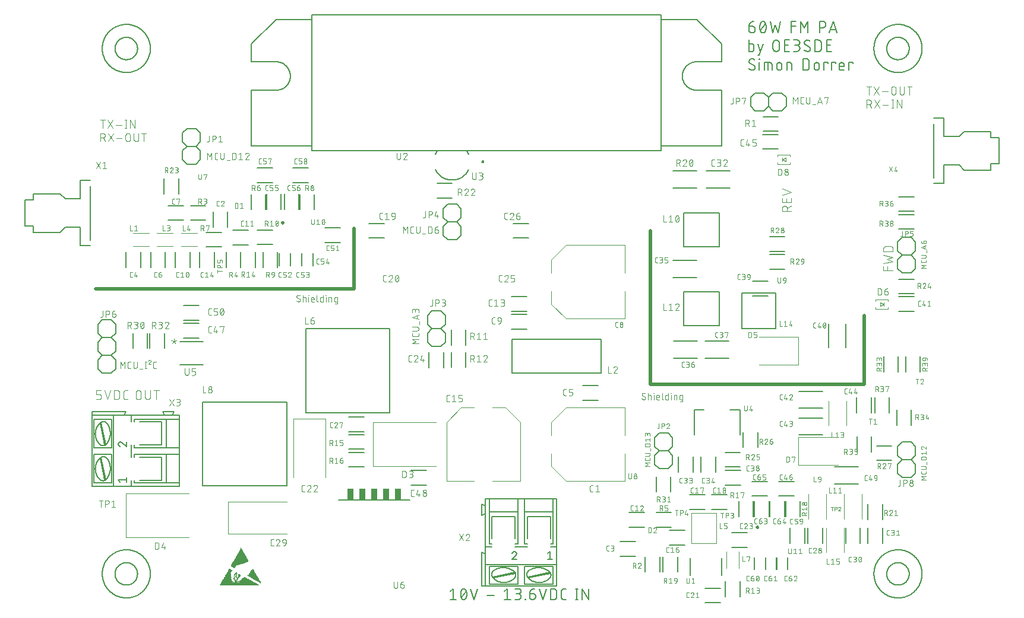
<source format=gbr>
G04 EAGLE Gerber RS-274X export*
G75*
%MOMM*%
%FSLAX34Y34*%
%LPD*%
%INSilkscreen Top*%
%IPPOS*%
%AMOC8*
5,1,8,0,0,1.08239X$1,22.5*%
G01*
%ADD10R,5.638800X0.025400*%
%ADD11R,5.562600X0.025400*%
%ADD12R,5.511800X0.025400*%
%ADD13R,5.461000X0.025400*%
%ADD14R,5.384800X0.025400*%
%ADD15R,5.334000X0.025400*%
%ADD16R,5.257800X0.025400*%
%ADD17R,5.207000X0.025400*%
%ADD18R,5.156200X0.025400*%
%ADD19R,5.105400X0.025400*%
%ADD20R,5.029200X0.025400*%
%ADD21R,4.978400X0.025400*%
%ADD22R,2.438400X0.025400*%
%ADD23R,2.387600X0.025400*%
%ADD24R,2.336800X0.025400*%
%ADD25R,0.076200X0.025400*%
%ADD26R,2.311400X0.025400*%
%ADD27R,2.362200X0.025400*%
%ADD28R,2.235200X0.025400*%
%ADD29R,0.101600X0.025400*%
%ADD30R,1.625600X0.025400*%
%ADD31R,0.025400X0.025400*%
%ADD32R,0.558800X0.025400*%
%ADD33R,2.184400X0.025400*%
%ADD34R,0.152400X0.025400*%
%ADD35R,1.574800X0.025400*%
%ADD36R,0.406400X0.025400*%
%ADD37R,2.108200X0.025400*%
%ADD38R,0.177800X0.025400*%
%ADD39R,1.549400X0.025400*%
%ADD40R,0.381000X0.025400*%
%ADD41R,0.127000X0.025400*%
%ADD42R,2.032000X0.025400*%
%ADD43R,0.203200X0.025400*%
%ADD44R,1.498600X0.025400*%
%ADD45R,0.050800X0.025400*%
%ADD46R,0.355600X0.025400*%
%ADD47R,1.981200X0.025400*%
%ADD48R,0.228600X0.025400*%
%ADD49R,1.447800X0.025400*%
%ADD50R,0.330200X0.025400*%
%ADD51R,1.930400X0.025400*%
%ADD52R,0.279400X0.025400*%
%ADD53R,1.879600X0.025400*%
%ADD54R,0.304800X0.025400*%
%ADD55R,2.006600X0.025400*%
%ADD56R,1.905000X0.025400*%
%ADD57R,1.422400X0.025400*%
%ADD58R,1.727200X0.025400*%
%ADD59R,1.371600X0.025400*%
%ADD60R,0.431800X0.025400*%
%ADD61R,1.320800X0.025400*%
%ADD62R,1.524000X0.025400*%
%ADD63R,0.482600X0.025400*%
%ADD64R,1.270000X0.025400*%
%ADD65R,0.508000X0.025400*%
%ADD66R,1.244600X0.025400*%
%ADD67R,1.295400X0.025400*%
%ADD68R,0.533400X0.025400*%
%ADD69R,1.219200X0.025400*%
%ADD70R,1.193800X0.025400*%
%ADD71R,1.168400X0.025400*%
%ADD72R,0.584200X0.025400*%
%ADD73R,1.092200X0.025400*%
%ADD74R,0.635000X0.025400*%
%ADD75R,1.143000X0.025400*%
%ADD76R,1.016000X0.025400*%
%ADD77R,0.660400X0.025400*%
%ADD78R,1.117600X0.025400*%
%ADD79R,0.939800X0.025400*%
%ADD80R,0.685800X0.025400*%
%ADD81R,0.889000X0.025400*%
%ADD82R,0.711200X0.025400*%
%ADD83R,0.812800X0.025400*%
%ADD84R,0.762000X0.025400*%
%ADD85R,0.787400X0.025400*%
%ADD86R,1.066800X0.025400*%
%ADD87R,0.838200X0.025400*%
%ADD88R,1.041400X0.025400*%
%ADD89R,0.863600X0.025400*%
%ADD90R,0.914400X0.025400*%
%ADD91R,0.990600X0.025400*%
%ADD92R,0.965200X0.025400*%
%ADD93R,0.736600X0.025400*%
%ADD94R,0.609600X0.025400*%
%ADD95R,0.457200X0.025400*%
%ADD96R,1.600200X0.025400*%
%ADD97R,1.651000X0.025400*%
%ADD98R,1.778000X0.025400*%
%ADD99R,1.854200X0.025400*%
%ADD100R,1.955800X0.025400*%
%ADD101R,2.057400X0.025400*%
%ADD102R,1.803400X0.025400*%
%ADD103R,1.752600X0.025400*%
%ADD104R,1.701800X0.025400*%
%ADD105R,1.676400X0.025400*%
%ADD106R,1.473200X0.025400*%
%ADD107R,1.397000X0.025400*%
%ADD108R,1.346200X0.025400*%
%ADD109C,0.152400*%
%ADD110C,0.127000*%
%ADD111C,0.101600*%
%ADD112C,0.076200*%
%ADD113C,0.508000*%
%ADD114C,0.120000*%
%ADD115C,0.050000*%
%ADD116C,0.203200*%
%ADD117C,0.050800*%
%ADD118C,0.250000*%
%ADD119R,0.965200X1.676400*%


D10*
X211582Y33147D03*
D11*
X211455Y33401D03*
D12*
X211201Y33655D03*
D13*
X211201Y33909D03*
D14*
X211074Y34163D03*
D15*
X210820Y34417D03*
D16*
X210693Y34671D03*
D17*
X210439Y34925D03*
D18*
X210439Y35179D03*
D19*
X210185Y35433D03*
D20*
X210058Y35687D03*
D21*
X209804Y35941D03*
D22*
X197358Y36195D03*
X221996Y36195D03*
D23*
X197358Y36449D03*
D24*
X221996Y36449D03*
D25*
X241681Y36449D03*
D23*
X197358Y36703D03*
D26*
X221869Y36703D03*
D25*
X241427Y36703D03*
D27*
X197485Y36957D03*
D28*
X221742Y36957D03*
D29*
X241046Y36957D03*
D30*
X193802Y37211D03*
D31*
X202819Y37211D03*
D32*
X206756Y37211D03*
D33*
X221488Y37211D03*
D34*
X240792Y37211D03*
D35*
X193802Y37465D03*
D31*
X202565Y37465D03*
D36*
X206248Y37465D03*
D29*
X209296Y37465D03*
D37*
X221361Y37465D03*
D38*
X240411Y37465D03*
D39*
X193675Y37719D03*
D31*
X202565Y37719D03*
D40*
X206121Y37719D03*
D41*
X209423Y37719D03*
D42*
X221234Y37719D03*
D43*
X240284Y37719D03*
D44*
X193675Y37973D03*
D45*
X202438Y37973D03*
D46*
X206248Y37973D03*
D41*
X209677Y37973D03*
D47*
X220980Y37973D03*
D48*
X239903Y37973D03*
D49*
X193675Y38227D03*
D31*
X202311Y38227D03*
D50*
X206121Y38227D03*
D34*
X209804Y38227D03*
D51*
X220980Y38227D03*
D52*
X239649Y38227D03*
D49*
X193675Y38481D03*
D45*
X202184Y38481D03*
D50*
X206121Y38481D03*
D34*
X210058Y38481D03*
D53*
X220726Y38481D03*
D54*
X239268Y38481D03*
D39*
X194437Y38735D03*
D50*
X206121Y38735D03*
D55*
X219583Y38735D03*
D50*
X239141Y38735D03*
D44*
X194183Y38989D03*
D50*
X206121Y38989D03*
D56*
X219583Y38989D03*
D46*
X238760Y38989D03*
D57*
X194056Y39243D03*
D50*
X206121Y39243D03*
D58*
X219964Y39243D03*
D40*
X238379Y39243D03*
D59*
X193802Y39497D03*
D46*
X206248Y39497D03*
D30*
X220218Y39497D03*
D60*
X238125Y39497D03*
D61*
X193802Y39751D03*
D43*
X205486Y39751D03*
D29*
X207518Y39751D03*
D62*
X220218Y39751D03*
D60*
X237871Y39751D03*
D61*
X193802Y40005D03*
D38*
X205359Y40005D03*
D25*
X207645Y40005D03*
D49*
X220091Y40005D03*
D63*
X237617Y40005D03*
D64*
X193802Y40259D03*
D41*
X205105Y40259D03*
D25*
X207645Y40259D03*
D59*
X219964Y40259D03*
D65*
X237236Y40259D03*
D66*
X193929Y40513D03*
D29*
X204978Y40513D03*
D25*
X207645Y40513D03*
D67*
X219837Y40513D03*
D68*
X236855Y40513D03*
D69*
X193802Y40767D03*
D41*
X204851Y40767D03*
D29*
X207772Y40767D03*
D69*
X219710Y40767D03*
D32*
X236728Y40767D03*
D70*
X193929Y41021D03*
D29*
X204724Y41021D03*
D25*
X207899Y41021D03*
D71*
X219710Y41021D03*
D72*
X236347Y41021D03*
D70*
X193929Y41275D03*
D25*
X204597Y41275D03*
X207899Y41275D03*
D73*
X219583Y41275D03*
D74*
X236093Y41275D03*
D75*
X193929Y41529D03*
D25*
X204343Y41529D03*
D29*
X208026Y41529D03*
D76*
X219456Y41529D03*
D77*
X235712Y41529D03*
D78*
X194056Y41783D03*
D45*
X204216Y41783D03*
D25*
X208153Y41783D03*
D79*
X219329Y41783D03*
D80*
X235585Y41783D03*
D78*
X194056Y42037D03*
D25*
X204089Y42037D03*
X208153Y42037D03*
D81*
X219075Y42037D03*
D82*
X235204Y42037D03*
D73*
X194183Y42291D03*
D25*
X203835Y42291D03*
D29*
X208280Y42291D03*
D83*
X218948Y42291D03*
D84*
X234950Y42291D03*
D73*
X194183Y42545D03*
D29*
X203708Y42545D03*
X208534Y42545D03*
D84*
X218948Y42545D03*
D85*
X234569Y42545D03*
D86*
X194310Y42799D03*
D29*
X203708Y42799D03*
D41*
X208407Y42799D03*
D80*
X218821Y42799D03*
D85*
X234315Y42799D03*
D86*
X194310Y43053D03*
D34*
X203708Y43053D03*
X208534Y43053D03*
D72*
X218821Y43053D03*
D87*
X234061Y43053D03*
D88*
X194437Y43307D03*
D34*
X203708Y43307D03*
D43*
X208534Y43307D03*
D65*
X218694Y43307D03*
D89*
X233680Y43307D03*
D88*
X194437Y43561D03*
D41*
X203835Y43561D03*
D48*
X208661Y43561D03*
D60*
X218567Y43561D03*
D81*
X233553Y43561D03*
D76*
X194564Y43815D03*
D29*
X204216Y43815D03*
D52*
X208661Y43815D03*
D46*
X218440Y43815D03*
D90*
X233172Y43815D03*
D91*
X194437Y44069D03*
D29*
X204216Y44069D03*
D34*
X207518Y44069D03*
X209550Y44069D03*
D54*
X218440Y44069D03*
D92*
X232918Y44069D03*
X194564Y44323D03*
D25*
X204343Y44323D03*
D38*
X207137Y44323D03*
D34*
X209804Y44323D03*
D43*
X218440Y44323D03*
D91*
X232537Y44323D03*
D79*
X194691Y44577D03*
D25*
X204343Y44577D03*
D38*
X206883Y44577D03*
D34*
X210058Y44577D03*
D29*
X218440Y44577D03*
D91*
X232283Y44577D03*
D79*
X194691Y44831D03*
D25*
X204343Y44831D03*
D43*
X206756Y44831D03*
D38*
X210439Y44831D03*
D88*
X232029Y44831D03*
D90*
X194818Y45085D03*
D25*
X204343Y45085D03*
D43*
X206502Y45085D03*
D34*
X210566Y45085D03*
D73*
X231775Y45085D03*
D90*
X194818Y45339D03*
D25*
X204343Y45339D03*
D34*
X206502Y45339D03*
D38*
X210693Y45339D03*
D78*
X231394Y45339D03*
D81*
X194945Y45593D03*
D25*
X204343Y45593D03*
D41*
X206375Y45593D03*
D38*
X210947Y45593D03*
D78*
X231140Y45593D03*
D87*
X194945Y45847D03*
D25*
X204089Y45847D03*
D29*
X206502Y45847D03*
D43*
X211074Y45847D03*
D71*
X230886Y45847D03*
D87*
X194945Y46101D03*
D25*
X204089Y46101D03*
D29*
X206756Y46101D03*
D48*
X211201Y46101D03*
D70*
X230505Y46101D03*
D83*
X195072Y46355D03*
D25*
X204089Y46355D03*
X206883Y46355D03*
D52*
X211201Y46355D03*
D66*
X230251Y46355D03*
D83*
X195072Y46609D03*
D25*
X204089Y46609D03*
X206883Y46609D03*
D54*
X211328Y46609D03*
D66*
X229997Y46609D03*
D85*
X195199Y46863D03*
D25*
X204089Y46863D03*
X206883Y46863D03*
D50*
X211201Y46863D03*
D64*
X229616Y46863D03*
D85*
X195199Y47117D03*
D25*
X204089Y47117D03*
X206883Y47117D03*
D46*
X211328Y47117D03*
D61*
X229362Y47117D03*
D84*
X195326Y47371D03*
D25*
X204089Y47371D03*
X207137Y47371D03*
D46*
X211328Y47371D03*
D67*
X229235Y47371D03*
D84*
X195326Y47625D03*
D29*
X204216Y47625D03*
D25*
X207137Y47625D03*
D40*
X211455Y47625D03*
D66*
X229489Y47625D03*
D93*
X195453Y47879D03*
D34*
X204216Y47879D03*
D25*
X207137Y47879D03*
D50*
X211201Y47879D03*
D70*
X229489Y47879D03*
D82*
X195580Y48133D03*
D38*
X204343Y48133D03*
D29*
X207264Y48133D03*
D52*
X210947Y48133D03*
D75*
X229743Y48133D03*
D82*
X195580Y48387D03*
D34*
X204470Y48387D03*
D25*
X207391Y48387D03*
D48*
X210947Y48387D03*
D73*
X229743Y48387D03*
D80*
X195707Y48641D03*
D41*
X204597Y48641D03*
D25*
X207391Y48641D03*
D38*
X210693Y48641D03*
D88*
X229743Y48641D03*
D80*
X195707Y48895D03*
D29*
X204978Y48895D03*
D25*
X207391Y48895D03*
D41*
X210439Y48895D03*
D76*
X229870Y48895D03*
D74*
X195707Y49149D03*
D29*
X205232Y49149D03*
D25*
X207645Y49149D03*
X210185Y49149D03*
D92*
X229870Y49149D03*
D74*
X195707Y49403D03*
D41*
X205359Y49403D03*
D25*
X207645Y49403D03*
D79*
X229997Y49403D03*
D94*
X195834Y49657D03*
D29*
X205486Y49657D03*
D25*
X207645Y49657D03*
D81*
X229997Y49657D03*
D72*
X195961Y49911D03*
D29*
X205740Y49911D03*
X207772Y49911D03*
D81*
X229997Y49911D03*
D72*
X195961Y50165D03*
D29*
X205994Y50165D03*
D25*
X207899Y50165D03*
D87*
X229997Y50165D03*
D32*
X196088Y50419D03*
D29*
X206248Y50419D03*
D25*
X207899Y50419D03*
D83*
X230124Y50419D03*
D32*
X196088Y50673D03*
D29*
X206502Y50673D03*
D31*
X207645Y50673D03*
D85*
X229997Y50673D03*
D68*
X196215Y50927D03*
D29*
X206756Y50927D03*
D93*
X229997Y50927D03*
D32*
X196342Y51181D03*
D25*
X206629Y51181D03*
D82*
X230124Y51181D03*
D68*
X196469Y51435D03*
D80*
X229997Y51435D03*
D68*
X196723Y51689D03*
D77*
X230124Y51689D03*
D68*
X196723Y51943D03*
D74*
X229997Y51943D03*
D68*
X196977Y52197D03*
D94*
X230124Y52197D03*
D32*
X197104Y52451D03*
X230124Y52451D03*
X197358Y52705D03*
D68*
X229997Y52705D03*
D32*
X197358Y52959D03*
D65*
X230124Y52959D03*
D32*
X197612Y53213D03*
D63*
X229997Y53213D03*
D72*
X197739Y53467D03*
D95*
X230124Y53467D03*
D32*
X197866Y53721D03*
D36*
X230124Y53721D03*
D32*
X198120Y53975D03*
D36*
X230124Y53975D03*
D72*
X198247Y54229D03*
D46*
X230124Y54229D03*
D68*
X198247Y54483D03*
D54*
X230124Y54483D03*
D63*
X197993Y54737D03*
D52*
X230251Y54737D03*
D36*
X197866Y54991D03*
D48*
X230251Y54991D03*
D46*
X197612Y55245D03*
D43*
X230378Y55245D03*
D54*
X197612Y55499D03*
D34*
X230378Y55499D03*
D48*
X197485Y55753D03*
D41*
X230505Y55753D03*
D38*
X197231Y56007D03*
D45*
X230632Y56007D03*
D29*
X197104Y56261D03*
D45*
X196850Y56515D03*
X203962Y58039D03*
D41*
X203835Y58293D03*
D38*
X203835Y58547D03*
D48*
X203581Y58801D03*
D54*
X203454Y59055D03*
D40*
X203327Y59309D03*
D60*
X203327Y59563D03*
D65*
X203200Y59817D03*
D32*
X202946Y60071D03*
D74*
X202819Y60325D03*
D77*
X202692Y60579D03*
D82*
X202692Y60833D03*
D93*
X202819Y61087D03*
D82*
X202946Y61341D03*
D93*
X203073Y61595D03*
D84*
X203454Y61849D03*
X203708Y62103D03*
D87*
X204089Y62357D03*
D92*
X204978Y62611D03*
D73*
X205613Y62865D03*
D71*
X206248Y63119D03*
D66*
X206629Y63373D03*
D61*
X207264Y63627D03*
D59*
X207772Y63881D03*
D49*
X208153Y64135D03*
D44*
X208661Y64389D03*
D96*
X209169Y64643D03*
D97*
X209677Y64897D03*
D58*
X210058Y65151D03*
D98*
X210566Y65405D03*
D99*
X210947Y65659D03*
D56*
X211455Y65913D03*
D100*
X211709Y66167D03*
D47*
X212090Y66421D03*
D55*
X212471Y66675D03*
D101*
X212725Y66929D03*
X212979Y67183D03*
D37*
X213233Y67437D03*
X213487Y67691D03*
X213487Y67945D03*
D101*
X213487Y68199D03*
X213487Y68453D03*
D55*
X213487Y68707D03*
D47*
X213614Y68961D03*
D100*
X213487Y69215D03*
D51*
X213614Y69469D03*
D56*
X213487Y69723D03*
D99*
X213487Y69977D03*
X213487Y70231D03*
D102*
X213487Y70485D03*
D98*
X213614Y70739D03*
D103*
X213487Y70993D03*
D58*
X213614Y71247D03*
D104*
X213487Y71501D03*
D105*
X213614Y71755D03*
D97*
X213487Y72009D03*
D96*
X213487Y72263D03*
X213487Y72517D03*
D39*
X213487Y72771D03*
D62*
X213614Y73025D03*
D44*
X213487Y73279D03*
D106*
X213614Y73533D03*
D49*
X213487Y73787D03*
D107*
X213487Y74041D03*
X213487Y74295D03*
D108*
X213487Y74549D03*
D61*
X213614Y74803D03*
D67*
X213487Y75057D03*
D64*
X213614Y75311D03*
D66*
X213487Y75565D03*
D70*
X213487Y75819D03*
X213487Y76073D03*
D75*
X213487Y76327D03*
X213487Y76581D03*
D73*
X213487Y76835D03*
D86*
X213614Y77089D03*
D88*
X213487Y77343D03*
D76*
X213614Y77597D03*
D91*
X213487Y77851D03*
D79*
X213487Y78105D03*
X213487Y78359D03*
D81*
X213487Y78613D03*
X213487Y78867D03*
D87*
X213487Y79121D03*
D83*
X213614Y79375D03*
D85*
X213487Y79629D03*
D93*
X213487Y79883D03*
X213487Y80137D03*
D80*
X213487Y80391D03*
X213487Y80645D03*
D74*
X213487Y80899D03*
X213487Y81153D03*
D72*
X213487Y81407D03*
D68*
X213487Y81661D03*
X213487Y81915D03*
D63*
X213487Y82169D03*
X213487Y82423D03*
D60*
X213487Y82677D03*
X213487Y82931D03*
D40*
X213487Y83185D03*
D50*
X213487Y83439D03*
X213487Y83693D03*
D52*
X213487Y83947D03*
X213487Y84201D03*
D48*
X213487Y84455D03*
X213487Y84709D03*
D38*
X213487Y84963D03*
D34*
X213614Y85217D03*
D41*
X213487Y85471D03*
D25*
X213487Y85725D03*
X213487Y85979D03*
D31*
X213487Y86233D03*
X213487Y86487D03*
D109*
X937387Y831483D02*
X942806Y831483D01*
X942924Y831481D01*
X943042Y831475D01*
X943160Y831466D01*
X943277Y831452D01*
X943394Y831435D01*
X943511Y831414D01*
X943626Y831389D01*
X943741Y831360D01*
X943855Y831327D01*
X943967Y831291D01*
X944078Y831251D01*
X944188Y831208D01*
X944297Y831161D01*
X944404Y831111D01*
X944509Y831056D01*
X944612Y830999D01*
X944713Y830938D01*
X944813Y830874D01*
X944910Y830807D01*
X945005Y830737D01*
X945097Y830663D01*
X945188Y830587D01*
X945275Y830507D01*
X945360Y830425D01*
X945442Y830340D01*
X945522Y830253D01*
X945598Y830162D01*
X945672Y830070D01*
X945742Y829975D01*
X945809Y829878D01*
X945873Y829778D01*
X945934Y829677D01*
X945991Y829574D01*
X946046Y829469D01*
X946096Y829362D01*
X946143Y829253D01*
X946186Y829143D01*
X946226Y829032D01*
X946262Y828920D01*
X946295Y828806D01*
X946324Y828691D01*
X946349Y828576D01*
X946370Y828459D01*
X946387Y828342D01*
X946401Y828225D01*
X946410Y828107D01*
X946416Y827989D01*
X946418Y827871D01*
X946418Y826968D01*
X946419Y826968D02*
X946417Y826835D01*
X946411Y826703D01*
X946401Y826571D01*
X946388Y826439D01*
X946370Y826307D01*
X946349Y826177D01*
X946324Y826046D01*
X946295Y825917D01*
X946262Y825789D01*
X946226Y825661D01*
X946186Y825535D01*
X946142Y825410D01*
X946094Y825286D01*
X946043Y825164D01*
X945988Y825043D01*
X945930Y824924D01*
X945868Y824806D01*
X945803Y824691D01*
X945734Y824577D01*
X945663Y824466D01*
X945587Y824357D01*
X945509Y824250D01*
X945428Y824145D01*
X945343Y824043D01*
X945256Y823943D01*
X945166Y823846D01*
X945073Y823751D01*
X944977Y823660D01*
X944879Y823571D01*
X944778Y823485D01*
X944674Y823402D01*
X944568Y823322D01*
X944460Y823246D01*
X944350Y823172D01*
X944237Y823102D01*
X944123Y823035D01*
X944006Y822972D01*
X943888Y822912D01*
X943768Y822855D01*
X943646Y822802D01*
X943523Y822753D01*
X943399Y822707D01*
X943273Y822665D01*
X943146Y822627D01*
X943018Y822592D01*
X942889Y822561D01*
X942760Y822534D01*
X942629Y822511D01*
X942498Y822491D01*
X942366Y822476D01*
X942234Y822464D01*
X942102Y822456D01*
X941969Y822452D01*
X941837Y822452D01*
X941704Y822456D01*
X941572Y822464D01*
X941440Y822476D01*
X941308Y822491D01*
X941177Y822511D01*
X941046Y822534D01*
X940917Y822561D01*
X940788Y822592D01*
X940660Y822627D01*
X940533Y822665D01*
X940407Y822707D01*
X940283Y822753D01*
X940160Y822802D01*
X940038Y822855D01*
X939918Y822912D01*
X939800Y822972D01*
X939683Y823035D01*
X939569Y823102D01*
X939456Y823172D01*
X939346Y823246D01*
X939238Y823322D01*
X939132Y823402D01*
X939028Y823485D01*
X938927Y823571D01*
X938829Y823660D01*
X938733Y823751D01*
X938640Y823846D01*
X938550Y823943D01*
X938463Y824043D01*
X938378Y824145D01*
X938297Y824250D01*
X938219Y824357D01*
X938143Y824466D01*
X938072Y824577D01*
X938003Y824691D01*
X937938Y824806D01*
X937876Y824924D01*
X937818Y825043D01*
X937763Y825164D01*
X937712Y825286D01*
X937664Y825410D01*
X937620Y825535D01*
X937580Y825661D01*
X937544Y825789D01*
X937511Y825917D01*
X937482Y826046D01*
X937457Y826177D01*
X937436Y826307D01*
X937418Y826439D01*
X937405Y826571D01*
X937395Y826703D01*
X937389Y826835D01*
X937387Y826968D01*
X937387Y831483D01*
X937389Y831660D01*
X937396Y831838D01*
X937407Y832015D01*
X937422Y832191D01*
X937441Y832367D01*
X937465Y832543D01*
X937493Y832718D01*
X937526Y832893D01*
X937563Y833066D01*
X937604Y833239D01*
X937649Y833410D01*
X937698Y833580D01*
X937752Y833749D01*
X937809Y833917D01*
X937871Y834083D01*
X937937Y834248D01*
X938007Y834411D01*
X938081Y834572D01*
X938158Y834731D01*
X938240Y834889D01*
X938326Y835044D01*
X938415Y835197D01*
X938508Y835348D01*
X938605Y835497D01*
X938705Y835643D01*
X938809Y835787D01*
X938916Y835928D01*
X939027Y836066D01*
X939141Y836202D01*
X939259Y836335D01*
X939379Y836465D01*
X939503Y836592D01*
X939630Y836716D01*
X939760Y836836D01*
X939893Y836954D01*
X940028Y837068D01*
X940167Y837179D01*
X940308Y837286D01*
X940452Y837390D01*
X940598Y837490D01*
X940747Y837587D01*
X940898Y837680D01*
X941051Y837769D01*
X941206Y837855D01*
X941364Y837937D01*
X941523Y838014D01*
X941684Y838088D01*
X941847Y838158D01*
X942012Y838224D01*
X942178Y838286D01*
X942346Y838343D01*
X942515Y838397D01*
X942685Y838446D01*
X942856Y838491D01*
X943029Y838532D01*
X943202Y838569D01*
X943377Y838602D01*
X943552Y838630D01*
X943728Y838654D01*
X943904Y838673D01*
X944080Y838688D01*
X944257Y838699D01*
X944435Y838706D01*
X944612Y838708D01*
X954373Y836450D02*
X954236Y836161D01*
X954106Y835869D01*
X953983Y835573D01*
X953868Y835275D01*
X953759Y834974D01*
X953658Y834671D01*
X953564Y834365D01*
X953477Y834058D01*
X953398Y833748D01*
X953326Y833436D01*
X953262Y833123D01*
X953205Y832808D01*
X953155Y832492D01*
X953113Y832175D01*
X953079Y831857D01*
X953052Y831539D01*
X953033Y831219D01*
X953022Y830900D01*
X953018Y830580D01*
X954373Y836451D02*
X954412Y836559D01*
X954455Y836666D01*
X954501Y836771D01*
X954552Y836875D01*
X954605Y836977D01*
X954662Y837077D01*
X954723Y837175D01*
X954787Y837270D01*
X954854Y837364D01*
X954925Y837455D01*
X954998Y837544D01*
X955075Y837630D01*
X955154Y837713D01*
X955236Y837794D01*
X955321Y837872D01*
X955409Y837946D01*
X955499Y838018D01*
X955591Y838086D01*
X955686Y838152D01*
X955783Y838214D01*
X955882Y838272D01*
X955984Y838328D01*
X956086Y838379D01*
X956191Y838427D01*
X956297Y838472D01*
X956405Y838513D01*
X956514Y838550D01*
X956624Y838583D01*
X956736Y838612D01*
X956848Y838638D01*
X956961Y838660D01*
X957075Y838677D01*
X957189Y838691D01*
X957304Y838701D01*
X957419Y838707D01*
X957534Y838709D01*
X957534Y838708D02*
X957649Y838706D01*
X957764Y838700D01*
X957879Y838690D01*
X957993Y838676D01*
X958107Y838659D01*
X958220Y838637D01*
X958332Y838611D01*
X958444Y838582D01*
X958554Y838549D01*
X958663Y838512D01*
X958771Y838471D01*
X958877Y838426D01*
X958982Y838378D01*
X959084Y838327D01*
X959185Y838271D01*
X959285Y838213D01*
X959382Y838151D01*
X959476Y838086D01*
X959569Y838017D01*
X959659Y837945D01*
X959747Y837871D01*
X959832Y837793D01*
X959914Y837712D01*
X959993Y837629D01*
X960070Y837543D01*
X960143Y837454D01*
X960214Y837363D01*
X960281Y837269D01*
X960345Y837174D01*
X960406Y837076D01*
X960463Y836976D01*
X960516Y836874D01*
X960567Y836770D01*
X960613Y836665D01*
X960656Y836558D01*
X960695Y836450D01*
X960694Y836450D02*
X960831Y836161D01*
X960961Y835869D01*
X961084Y835573D01*
X961199Y835275D01*
X961308Y834974D01*
X961409Y834671D01*
X961503Y834365D01*
X961590Y834058D01*
X961669Y833748D01*
X961741Y833436D01*
X961805Y833123D01*
X961862Y832808D01*
X961912Y832492D01*
X961954Y832175D01*
X961988Y831857D01*
X962015Y831539D01*
X962034Y831219D01*
X962045Y830900D01*
X962049Y830580D01*
X953019Y830580D02*
X953023Y830260D01*
X953034Y829941D01*
X953053Y829621D01*
X953080Y829303D01*
X953114Y828985D01*
X953156Y828668D01*
X953206Y828352D01*
X953263Y828037D01*
X953327Y827724D01*
X953399Y827412D01*
X953478Y827102D01*
X953565Y826795D01*
X953659Y826489D01*
X953760Y826186D01*
X953869Y825885D01*
X953984Y825587D01*
X954107Y825291D01*
X954237Y824999D01*
X954374Y824710D01*
X954373Y824710D02*
X954412Y824602D01*
X954455Y824495D01*
X954501Y824390D01*
X954552Y824286D01*
X954605Y824184D01*
X954662Y824084D01*
X954723Y823986D01*
X954787Y823891D01*
X954854Y823797D01*
X954925Y823706D01*
X954998Y823617D01*
X955075Y823531D01*
X955154Y823448D01*
X955236Y823367D01*
X955321Y823289D01*
X955409Y823215D01*
X955499Y823143D01*
X955592Y823074D01*
X955686Y823009D01*
X955783Y822947D01*
X955883Y822889D01*
X955984Y822833D01*
X956086Y822782D01*
X956191Y822734D01*
X956297Y822689D01*
X956405Y822648D01*
X956514Y822611D01*
X956624Y822578D01*
X956736Y822549D01*
X956848Y822523D01*
X956961Y822501D01*
X957075Y822484D01*
X957189Y822470D01*
X957304Y822460D01*
X957419Y822454D01*
X957534Y822452D01*
X960694Y824710D02*
X960831Y824999D01*
X960961Y825291D01*
X961084Y825587D01*
X961199Y825885D01*
X961308Y826186D01*
X961409Y826489D01*
X961503Y826795D01*
X961590Y827102D01*
X961669Y827412D01*
X961741Y827724D01*
X961805Y828037D01*
X961862Y828352D01*
X961912Y828668D01*
X961954Y828985D01*
X961988Y829303D01*
X962015Y829621D01*
X962034Y829941D01*
X962045Y830260D01*
X962049Y830580D01*
X960695Y824710D02*
X960656Y824602D01*
X960613Y824495D01*
X960567Y824390D01*
X960516Y824286D01*
X960463Y824184D01*
X960406Y824084D01*
X960345Y823986D01*
X960281Y823891D01*
X960214Y823797D01*
X960143Y823706D01*
X960070Y823617D01*
X959993Y823531D01*
X959914Y823448D01*
X959832Y823367D01*
X959747Y823289D01*
X959659Y823215D01*
X959569Y823143D01*
X959476Y823074D01*
X959382Y823009D01*
X959285Y822947D01*
X959185Y822889D01*
X959084Y822833D01*
X958981Y822782D01*
X958877Y822734D01*
X958771Y822689D01*
X958663Y822648D01*
X958554Y822611D01*
X958444Y822578D01*
X958332Y822549D01*
X958220Y822523D01*
X958107Y822501D01*
X957993Y822484D01*
X957879Y822470D01*
X957764Y822460D01*
X957649Y822454D01*
X957534Y822452D01*
X953921Y826064D02*
X961146Y835096D01*
X968024Y838708D02*
X971637Y822452D01*
X975249Y833289D01*
X978862Y822452D01*
X982474Y838708D01*
X997336Y838708D02*
X997336Y822452D01*
X997336Y838708D02*
X1004561Y838708D01*
X1004561Y831483D02*
X997336Y831483D01*
X1010993Y838708D02*
X1010993Y822452D01*
X1016411Y829677D02*
X1010993Y838708D01*
X1016411Y829677D02*
X1021830Y838708D01*
X1021830Y822452D01*
X1038159Y822452D02*
X1038159Y838708D01*
X1042674Y838708D01*
X1042807Y838706D01*
X1042939Y838700D01*
X1043071Y838690D01*
X1043203Y838677D01*
X1043335Y838659D01*
X1043465Y838638D01*
X1043596Y838613D01*
X1043725Y838584D01*
X1043853Y838551D01*
X1043981Y838515D01*
X1044107Y838475D01*
X1044232Y838431D01*
X1044356Y838383D01*
X1044478Y838332D01*
X1044599Y838277D01*
X1044718Y838219D01*
X1044836Y838157D01*
X1044951Y838092D01*
X1045065Y838023D01*
X1045176Y837952D01*
X1045285Y837876D01*
X1045392Y837798D01*
X1045497Y837717D01*
X1045599Y837632D01*
X1045699Y837545D01*
X1045796Y837455D01*
X1045891Y837362D01*
X1045982Y837266D01*
X1046071Y837168D01*
X1046157Y837067D01*
X1046240Y836963D01*
X1046320Y836857D01*
X1046396Y836749D01*
X1046470Y836639D01*
X1046540Y836526D01*
X1046607Y836412D01*
X1046670Y836295D01*
X1046730Y836177D01*
X1046787Y836057D01*
X1046840Y835935D01*
X1046889Y835812D01*
X1046935Y835688D01*
X1046977Y835562D01*
X1047015Y835435D01*
X1047050Y835307D01*
X1047081Y835178D01*
X1047108Y835049D01*
X1047131Y834918D01*
X1047151Y834787D01*
X1047166Y834655D01*
X1047178Y834523D01*
X1047186Y834391D01*
X1047190Y834258D01*
X1047190Y834126D01*
X1047186Y833993D01*
X1047178Y833861D01*
X1047166Y833729D01*
X1047151Y833597D01*
X1047131Y833466D01*
X1047108Y833335D01*
X1047081Y833206D01*
X1047050Y833077D01*
X1047015Y832949D01*
X1046977Y832822D01*
X1046935Y832696D01*
X1046889Y832572D01*
X1046840Y832449D01*
X1046787Y832327D01*
X1046730Y832207D01*
X1046670Y832089D01*
X1046607Y831972D01*
X1046540Y831858D01*
X1046470Y831745D01*
X1046396Y831635D01*
X1046320Y831527D01*
X1046240Y831421D01*
X1046157Y831317D01*
X1046071Y831216D01*
X1045982Y831118D01*
X1045891Y831022D01*
X1045796Y830929D01*
X1045699Y830839D01*
X1045599Y830752D01*
X1045497Y830667D01*
X1045392Y830586D01*
X1045285Y830508D01*
X1045176Y830432D01*
X1045065Y830361D01*
X1044951Y830292D01*
X1044836Y830227D01*
X1044718Y830165D01*
X1044599Y830107D01*
X1044478Y830052D01*
X1044356Y830001D01*
X1044232Y829953D01*
X1044107Y829909D01*
X1043981Y829869D01*
X1043853Y829833D01*
X1043725Y829800D01*
X1043596Y829771D01*
X1043465Y829746D01*
X1043335Y829725D01*
X1043203Y829707D01*
X1043071Y829694D01*
X1042939Y829684D01*
X1042807Y829678D01*
X1042674Y829676D01*
X1042674Y829677D02*
X1038159Y829677D01*
X1052155Y822452D02*
X1057574Y838708D01*
X1062992Y822452D01*
X1061638Y826516D02*
X1053510Y826516D01*
X937387Y812038D02*
X937387Y795782D01*
X941903Y795782D01*
X942007Y795784D01*
X942110Y795790D01*
X942214Y795800D01*
X942317Y795814D01*
X942419Y795832D01*
X942520Y795853D01*
X942621Y795879D01*
X942720Y795908D01*
X942819Y795941D01*
X942916Y795978D01*
X943011Y796019D01*
X943105Y796063D01*
X943197Y796111D01*
X943287Y796162D01*
X943376Y796217D01*
X943462Y796275D01*
X943545Y796337D01*
X943627Y796401D01*
X943705Y796469D01*
X943781Y796539D01*
X943855Y796612D01*
X943925Y796689D01*
X943993Y796767D01*
X944057Y796849D01*
X944119Y796932D01*
X944177Y797018D01*
X944232Y797107D01*
X944283Y797197D01*
X944331Y797289D01*
X944375Y797383D01*
X944416Y797478D01*
X944453Y797575D01*
X944486Y797674D01*
X944515Y797773D01*
X944541Y797874D01*
X944562Y797975D01*
X944580Y798077D01*
X944594Y798180D01*
X944604Y798284D01*
X944610Y798387D01*
X944612Y798491D01*
X944612Y803910D01*
X944610Y804011D01*
X944604Y804112D01*
X944595Y804213D01*
X944582Y804314D01*
X944565Y804414D01*
X944544Y804513D01*
X944520Y804611D01*
X944492Y804708D01*
X944460Y804805D01*
X944425Y804900D01*
X944386Y804993D01*
X944344Y805085D01*
X944298Y805176D01*
X944249Y805265D01*
X944197Y805351D01*
X944141Y805436D01*
X944083Y805519D01*
X944021Y805599D01*
X943956Y805677D01*
X943889Y805753D01*
X943819Y805826D01*
X943746Y805896D01*
X943670Y805963D01*
X943592Y806028D01*
X943512Y806090D01*
X943429Y806148D01*
X943344Y806204D01*
X943258Y806256D01*
X943169Y806305D01*
X943078Y806351D01*
X942986Y806393D01*
X942893Y806432D01*
X942798Y806467D01*
X942701Y806499D01*
X942604Y806527D01*
X942506Y806551D01*
X942407Y806572D01*
X942307Y806589D01*
X942206Y806602D01*
X942105Y806611D01*
X942004Y806617D01*
X941903Y806619D01*
X937387Y806619D01*
X950340Y790363D02*
X952146Y790363D01*
X957565Y806619D01*
X950340Y806619D02*
X953952Y795782D01*
X971841Y800298D02*
X971841Y807522D01*
X971843Y807655D01*
X971849Y807787D01*
X971859Y807919D01*
X971872Y808051D01*
X971890Y808183D01*
X971911Y808313D01*
X971936Y808444D01*
X971965Y808573D01*
X971998Y808701D01*
X972034Y808829D01*
X972074Y808955D01*
X972118Y809080D01*
X972166Y809204D01*
X972217Y809326D01*
X972272Y809447D01*
X972330Y809566D01*
X972392Y809684D01*
X972457Y809799D01*
X972526Y809913D01*
X972597Y810024D01*
X972673Y810133D01*
X972751Y810240D01*
X972832Y810345D01*
X972917Y810447D01*
X973004Y810547D01*
X973094Y810644D01*
X973187Y810739D01*
X973283Y810830D01*
X973381Y810919D01*
X973482Y811005D01*
X973586Y811088D01*
X973692Y811168D01*
X973800Y811244D01*
X973910Y811318D01*
X974023Y811388D01*
X974137Y811455D01*
X974254Y811518D01*
X974372Y811578D01*
X974492Y811635D01*
X974614Y811688D01*
X974737Y811737D01*
X974861Y811783D01*
X974987Y811825D01*
X975114Y811863D01*
X975242Y811898D01*
X975371Y811929D01*
X975500Y811956D01*
X975631Y811979D01*
X975762Y811999D01*
X975894Y812014D01*
X976026Y812026D01*
X976158Y812034D01*
X976291Y812038D01*
X976423Y812038D01*
X976556Y812034D01*
X976688Y812026D01*
X976820Y812014D01*
X976952Y811999D01*
X977083Y811979D01*
X977214Y811956D01*
X977343Y811929D01*
X977472Y811898D01*
X977600Y811863D01*
X977727Y811825D01*
X977853Y811783D01*
X977977Y811737D01*
X978100Y811688D01*
X978222Y811635D01*
X978342Y811578D01*
X978460Y811518D01*
X978577Y811455D01*
X978691Y811388D01*
X978804Y811318D01*
X978914Y811244D01*
X979022Y811168D01*
X979128Y811088D01*
X979232Y811005D01*
X979333Y810919D01*
X979431Y810830D01*
X979527Y810739D01*
X979620Y810644D01*
X979710Y810547D01*
X979797Y810447D01*
X979882Y810345D01*
X979963Y810240D01*
X980041Y810133D01*
X980117Y810024D01*
X980188Y809913D01*
X980257Y809799D01*
X980322Y809684D01*
X980384Y809566D01*
X980442Y809447D01*
X980497Y809326D01*
X980548Y809204D01*
X980596Y809080D01*
X980640Y808955D01*
X980680Y808829D01*
X980716Y808701D01*
X980749Y808573D01*
X980778Y808444D01*
X980803Y808313D01*
X980824Y808183D01*
X980842Y808051D01*
X980855Y807919D01*
X980865Y807787D01*
X980871Y807655D01*
X980873Y807522D01*
X980872Y807522D02*
X980872Y800298D01*
X980873Y800298D02*
X980871Y800165D01*
X980865Y800033D01*
X980855Y799901D01*
X980842Y799769D01*
X980824Y799637D01*
X980803Y799507D01*
X980778Y799376D01*
X980749Y799247D01*
X980716Y799119D01*
X980680Y798991D01*
X980640Y798865D01*
X980596Y798740D01*
X980548Y798616D01*
X980497Y798494D01*
X980442Y798373D01*
X980384Y798254D01*
X980322Y798136D01*
X980257Y798021D01*
X980188Y797907D01*
X980117Y797796D01*
X980041Y797687D01*
X979963Y797580D01*
X979882Y797475D01*
X979797Y797373D01*
X979710Y797273D01*
X979620Y797176D01*
X979527Y797081D01*
X979431Y796990D01*
X979333Y796901D01*
X979232Y796815D01*
X979128Y796732D01*
X979022Y796652D01*
X978914Y796576D01*
X978804Y796502D01*
X978691Y796432D01*
X978577Y796365D01*
X978460Y796302D01*
X978342Y796242D01*
X978222Y796185D01*
X978100Y796132D01*
X977977Y796083D01*
X977853Y796037D01*
X977727Y795995D01*
X977600Y795957D01*
X977472Y795922D01*
X977343Y795891D01*
X977214Y795864D01*
X977083Y795841D01*
X976952Y795821D01*
X976820Y795806D01*
X976688Y795794D01*
X976556Y795786D01*
X976423Y795782D01*
X976291Y795782D01*
X976158Y795786D01*
X976026Y795794D01*
X975894Y795806D01*
X975762Y795821D01*
X975631Y795841D01*
X975500Y795864D01*
X975371Y795891D01*
X975242Y795922D01*
X975114Y795957D01*
X974987Y795995D01*
X974861Y796037D01*
X974737Y796083D01*
X974614Y796132D01*
X974492Y796185D01*
X974372Y796242D01*
X974254Y796302D01*
X974137Y796365D01*
X974023Y796432D01*
X973910Y796502D01*
X973800Y796576D01*
X973692Y796652D01*
X973586Y796732D01*
X973482Y796815D01*
X973381Y796901D01*
X973283Y796990D01*
X973187Y797081D01*
X973094Y797176D01*
X973004Y797273D01*
X972917Y797373D01*
X972832Y797475D01*
X972751Y797580D01*
X972673Y797687D01*
X972597Y797796D01*
X972526Y797907D01*
X972457Y798021D01*
X972392Y798136D01*
X972330Y798254D01*
X972272Y798373D01*
X972217Y798494D01*
X972166Y798616D01*
X972118Y798740D01*
X972074Y798865D01*
X972034Y798991D01*
X971998Y799119D01*
X971965Y799247D01*
X971936Y799376D01*
X971911Y799507D01*
X971890Y799637D01*
X971872Y799769D01*
X971859Y799901D01*
X971849Y800033D01*
X971843Y800165D01*
X971841Y800298D01*
X988023Y795782D02*
X995248Y795782D01*
X988023Y795782D02*
X988023Y812038D01*
X995248Y812038D01*
X993442Y804813D02*
X988023Y804813D01*
X1001020Y795782D02*
X1005535Y795782D01*
X1005668Y795784D01*
X1005800Y795790D01*
X1005932Y795800D01*
X1006064Y795813D01*
X1006196Y795831D01*
X1006326Y795852D01*
X1006457Y795877D01*
X1006586Y795906D01*
X1006714Y795939D01*
X1006842Y795975D01*
X1006968Y796015D01*
X1007093Y796059D01*
X1007217Y796107D01*
X1007339Y796158D01*
X1007460Y796213D01*
X1007579Y796271D01*
X1007697Y796333D01*
X1007812Y796398D01*
X1007926Y796467D01*
X1008037Y796538D01*
X1008146Y796614D01*
X1008253Y796692D01*
X1008358Y796773D01*
X1008460Y796858D01*
X1008560Y796945D01*
X1008657Y797035D01*
X1008752Y797128D01*
X1008843Y797224D01*
X1008932Y797322D01*
X1009018Y797423D01*
X1009101Y797527D01*
X1009181Y797633D01*
X1009257Y797741D01*
X1009331Y797851D01*
X1009401Y797964D01*
X1009468Y798078D01*
X1009531Y798195D01*
X1009591Y798313D01*
X1009648Y798433D01*
X1009701Y798555D01*
X1009750Y798678D01*
X1009796Y798802D01*
X1009838Y798928D01*
X1009876Y799055D01*
X1009911Y799183D01*
X1009942Y799312D01*
X1009969Y799441D01*
X1009992Y799572D01*
X1010012Y799703D01*
X1010027Y799835D01*
X1010039Y799967D01*
X1010047Y800099D01*
X1010051Y800232D01*
X1010051Y800364D01*
X1010047Y800497D01*
X1010039Y800629D01*
X1010027Y800761D01*
X1010012Y800893D01*
X1009992Y801024D01*
X1009969Y801155D01*
X1009942Y801284D01*
X1009911Y801413D01*
X1009876Y801541D01*
X1009838Y801668D01*
X1009796Y801794D01*
X1009750Y801918D01*
X1009701Y802041D01*
X1009648Y802163D01*
X1009591Y802283D01*
X1009531Y802401D01*
X1009468Y802518D01*
X1009401Y802632D01*
X1009331Y802745D01*
X1009257Y802855D01*
X1009181Y802963D01*
X1009101Y803069D01*
X1009018Y803173D01*
X1008932Y803274D01*
X1008843Y803372D01*
X1008752Y803468D01*
X1008657Y803561D01*
X1008560Y803651D01*
X1008460Y803738D01*
X1008358Y803823D01*
X1008253Y803904D01*
X1008146Y803982D01*
X1008037Y804058D01*
X1007926Y804129D01*
X1007812Y804198D01*
X1007697Y804263D01*
X1007579Y804325D01*
X1007460Y804383D01*
X1007339Y804438D01*
X1007217Y804489D01*
X1007093Y804537D01*
X1006968Y804581D01*
X1006842Y804621D01*
X1006714Y804657D01*
X1006586Y804690D01*
X1006457Y804719D01*
X1006326Y804744D01*
X1006196Y804765D01*
X1006064Y804783D01*
X1005932Y804796D01*
X1005800Y804806D01*
X1005668Y804812D01*
X1005535Y804814D01*
X1006438Y812038D02*
X1001020Y812038D01*
X1006438Y812038D02*
X1006557Y812036D01*
X1006677Y812030D01*
X1006796Y812020D01*
X1006914Y812006D01*
X1007033Y811989D01*
X1007150Y811967D01*
X1007267Y811942D01*
X1007382Y811912D01*
X1007497Y811879D01*
X1007611Y811842D01*
X1007723Y811802D01*
X1007834Y811757D01*
X1007943Y811709D01*
X1008051Y811658D01*
X1008157Y811603D01*
X1008261Y811544D01*
X1008363Y811482D01*
X1008463Y811417D01*
X1008561Y811348D01*
X1008657Y811276D01*
X1008750Y811201D01*
X1008840Y811124D01*
X1008928Y811043D01*
X1009013Y810959D01*
X1009095Y810872D01*
X1009175Y810783D01*
X1009251Y810691D01*
X1009325Y810597D01*
X1009395Y810500D01*
X1009462Y810402D01*
X1009526Y810301D01*
X1009586Y810197D01*
X1009643Y810092D01*
X1009696Y809985D01*
X1009746Y809877D01*
X1009792Y809767D01*
X1009834Y809655D01*
X1009873Y809542D01*
X1009908Y809428D01*
X1009939Y809313D01*
X1009967Y809196D01*
X1009990Y809079D01*
X1010010Y808962D01*
X1010026Y808843D01*
X1010038Y808724D01*
X1010046Y808605D01*
X1010050Y808486D01*
X1010050Y808366D01*
X1010046Y808247D01*
X1010038Y808128D01*
X1010026Y808009D01*
X1010010Y807890D01*
X1009990Y807773D01*
X1009967Y807656D01*
X1009939Y807539D01*
X1009908Y807424D01*
X1009873Y807310D01*
X1009834Y807197D01*
X1009792Y807085D01*
X1009746Y806975D01*
X1009696Y806867D01*
X1009643Y806760D01*
X1009586Y806655D01*
X1009526Y806551D01*
X1009462Y806450D01*
X1009395Y806352D01*
X1009325Y806255D01*
X1009251Y806161D01*
X1009175Y806069D01*
X1009095Y805980D01*
X1009013Y805893D01*
X1008928Y805809D01*
X1008840Y805728D01*
X1008750Y805651D01*
X1008657Y805576D01*
X1008561Y805504D01*
X1008463Y805435D01*
X1008363Y805370D01*
X1008261Y805308D01*
X1008157Y805249D01*
X1008051Y805194D01*
X1007943Y805143D01*
X1007834Y805095D01*
X1007723Y805050D01*
X1007611Y805010D01*
X1007497Y804973D01*
X1007382Y804940D01*
X1007267Y804910D01*
X1007150Y804885D01*
X1007033Y804863D01*
X1006914Y804846D01*
X1006796Y804832D01*
X1006677Y804822D01*
X1006557Y804816D01*
X1006438Y804814D01*
X1006438Y804813D02*
X1002826Y804813D01*
X1021548Y795782D02*
X1021666Y795784D01*
X1021784Y795790D01*
X1021902Y795799D01*
X1022019Y795813D01*
X1022136Y795830D01*
X1022253Y795851D01*
X1022368Y795876D01*
X1022483Y795905D01*
X1022597Y795938D01*
X1022709Y795974D01*
X1022820Y796014D01*
X1022930Y796057D01*
X1023039Y796104D01*
X1023146Y796154D01*
X1023251Y796209D01*
X1023354Y796266D01*
X1023455Y796327D01*
X1023555Y796391D01*
X1023652Y796458D01*
X1023747Y796528D01*
X1023839Y796602D01*
X1023930Y796678D01*
X1024017Y796758D01*
X1024102Y796840D01*
X1024184Y796925D01*
X1024264Y797012D01*
X1024340Y797103D01*
X1024414Y797195D01*
X1024484Y797290D01*
X1024551Y797387D01*
X1024615Y797487D01*
X1024676Y797588D01*
X1024733Y797691D01*
X1024788Y797796D01*
X1024838Y797903D01*
X1024885Y798012D01*
X1024928Y798122D01*
X1024968Y798233D01*
X1025004Y798345D01*
X1025037Y798459D01*
X1025066Y798574D01*
X1025091Y798689D01*
X1025112Y798806D01*
X1025129Y798923D01*
X1025143Y799040D01*
X1025152Y799158D01*
X1025158Y799276D01*
X1025160Y799394D01*
X1021548Y795782D02*
X1021365Y795784D01*
X1021183Y795791D01*
X1021001Y795802D01*
X1020819Y795817D01*
X1020637Y795837D01*
X1020456Y795860D01*
X1020276Y795889D01*
X1020096Y795921D01*
X1019917Y795958D01*
X1019740Y795999D01*
X1019563Y796045D01*
X1019387Y796094D01*
X1019213Y796148D01*
X1019039Y796206D01*
X1018868Y796268D01*
X1018698Y796334D01*
X1018529Y796405D01*
X1018362Y796479D01*
X1018197Y796557D01*
X1018034Y796639D01*
X1017873Y796725D01*
X1017714Y796815D01*
X1017557Y796909D01*
X1017403Y797006D01*
X1017251Y797107D01*
X1017101Y797212D01*
X1016954Y797320D01*
X1016810Y797431D01*
X1016668Y797546D01*
X1016529Y797665D01*
X1016393Y797787D01*
X1016260Y797912D01*
X1016130Y798040D01*
X1016582Y808426D02*
X1016584Y808544D01*
X1016590Y808662D01*
X1016599Y808780D01*
X1016613Y808897D01*
X1016630Y809014D01*
X1016651Y809131D01*
X1016676Y809246D01*
X1016705Y809361D01*
X1016738Y809475D01*
X1016774Y809587D01*
X1016814Y809698D01*
X1016857Y809808D01*
X1016904Y809917D01*
X1016954Y810024D01*
X1017009Y810129D01*
X1017066Y810232D01*
X1017127Y810333D01*
X1017191Y810433D01*
X1017258Y810530D01*
X1017328Y810625D01*
X1017402Y810717D01*
X1017478Y810808D01*
X1017558Y810895D01*
X1017640Y810980D01*
X1017725Y811062D01*
X1017812Y811142D01*
X1017903Y811218D01*
X1017995Y811292D01*
X1018090Y811362D01*
X1018187Y811429D01*
X1018287Y811493D01*
X1018388Y811554D01*
X1018491Y811612D01*
X1018596Y811666D01*
X1018703Y811716D01*
X1018812Y811763D01*
X1018922Y811807D01*
X1019033Y811846D01*
X1019146Y811882D01*
X1019259Y811915D01*
X1019374Y811944D01*
X1019489Y811969D01*
X1019606Y811990D01*
X1019723Y812007D01*
X1019840Y812021D01*
X1019958Y812030D01*
X1020076Y812036D01*
X1020194Y812038D01*
X1020355Y812036D01*
X1020517Y812030D01*
X1020678Y812021D01*
X1020839Y812007D01*
X1020999Y811990D01*
X1021159Y811969D01*
X1021319Y811944D01*
X1021478Y811915D01*
X1021636Y811883D01*
X1021793Y811847D01*
X1021949Y811807D01*
X1022105Y811763D01*
X1022259Y811715D01*
X1022412Y811664D01*
X1022564Y811610D01*
X1022715Y811551D01*
X1022864Y811490D01*
X1023011Y811424D01*
X1023157Y811355D01*
X1023302Y811283D01*
X1023444Y811207D01*
X1023585Y811128D01*
X1023724Y811046D01*
X1023860Y810960D01*
X1023995Y810871D01*
X1024128Y810779D01*
X1024258Y810683D01*
X1018387Y805265D02*
X1018286Y805327D01*
X1018186Y805392D01*
X1018089Y805461D01*
X1017994Y805533D01*
X1017901Y805607D01*
X1017811Y805685D01*
X1017723Y805766D01*
X1017638Y805849D01*
X1017556Y805935D01*
X1017477Y806024D01*
X1017400Y806115D01*
X1017327Y806209D01*
X1017256Y806305D01*
X1017189Y806403D01*
X1017125Y806503D01*
X1017064Y806606D01*
X1017007Y806710D01*
X1016953Y806816D01*
X1016903Y806924D01*
X1016856Y807033D01*
X1016812Y807144D01*
X1016772Y807256D01*
X1016736Y807370D01*
X1016704Y807484D01*
X1016675Y807600D01*
X1016650Y807716D01*
X1016629Y807833D01*
X1016612Y807951D01*
X1016598Y808069D01*
X1016589Y808188D01*
X1016583Y808307D01*
X1016581Y808426D01*
X1023355Y802555D02*
X1023456Y802493D01*
X1023556Y802428D01*
X1023653Y802359D01*
X1023748Y802287D01*
X1023841Y802213D01*
X1023931Y802135D01*
X1024019Y802054D01*
X1024104Y801971D01*
X1024186Y801885D01*
X1024265Y801796D01*
X1024342Y801705D01*
X1024415Y801611D01*
X1024486Y801515D01*
X1024553Y801417D01*
X1024617Y801317D01*
X1024678Y801214D01*
X1024735Y801110D01*
X1024789Y801004D01*
X1024839Y800896D01*
X1024886Y800787D01*
X1024930Y800676D01*
X1024970Y800564D01*
X1025006Y800450D01*
X1025038Y800336D01*
X1025067Y800220D01*
X1025092Y800104D01*
X1025113Y799987D01*
X1025130Y799869D01*
X1025144Y799751D01*
X1025153Y799632D01*
X1025159Y799513D01*
X1025161Y799394D01*
X1023355Y802555D02*
X1018388Y805265D01*
X1031761Y812038D02*
X1031761Y795782D01*
X1031761Y812038D02*
X1036277Y812038D01*
X1036408Y812036D01*
X1036540Y812030D01*
X1036671Y812021D01*
X1036801Y812007D01*
X1036932Y811990D01*
X1037061Y811969D01*
X1037190Y811945D01*
X1037318Y811916D01*
X1037446Y811884D01*
X1037572Y811848D01*
X1037697Y811809D01*
X1037822Y811766D01*
X1037944Y811719D01*
X1038066Y811669D01*
X1038186Y811615D01*
X1038304Y811558D01*
X1038420Y811497D01*
X1038535Y811433D01*
X1038648Y811366D01*
X1038759Y811295D01*
X1038867Y811221D01*
X1038974Y811144D01*
X1039078Y811064D01*
X1039180Y810981D01*
X1039279Y810896D01*
X1039376Y810807D01*
X1039470Y810715D01*
X1039562Y810621D01*
X1039651Y810524D01*
X1039736Y810425D01*
X1039819Y810323D01*
X1039899Y810219D01*
X1039976Y810112D01*
X1040050Y810004D01*
X1040121Y809893D01*
X1040188Y809780D01*
X1040252Y809665D01*
X1040313Y809549D01*
X1040370Y809431D01*
X1040424Y809311D01*
X1040474Y809189D01*
X1040521Y809067D01*
X1040564Y808942D01*
X1040603Y808817D01*
X1040639Y808691D01*
X1040671Y808563D01*
X1040700Y808435D01*
X1040724Y808306D01*
X1040745Y808177D01*
X1040762Y808046D01*
X1040776Y807916D01*
X1040785Y807785D01*
X1040791Y807653D01*
X1040793Y807522D01*
X1040792Y807522D02*
X1040792Y800298D01*
X1040793Y800298D02*
X1040791Y800167D01*
X1040785Y800035D01*
X1040776Y799904D01*
X1040762Y799774D01*
X1040745Y799643D01*
X1040724Y799514D01*
X1040700Y799385D01*
X1040671Y799257D01*
X1040639Y799129D01*
X1040603Y799003D01*
X1040564Y798878D01*
X1040521Y798753D01*
X1040474Y798631D01*
X1040424Y798509D01*
X1040370Y798389D01*
X1040313Y798271D01*
X1040252Y798155D01*
X1040188Y798040D01*
X1040121Y797927D01*
X1040050Y797816D01*
X1039976Y797708D01*
X1039899Y797601D01*
X1039819Y797497D01*
X1039736Y797395D01*
X1039651Y797296D01*
X1039562Y797199D01*
X1039470Y797105D01*
X1039376Y797013D01*
X1039279Y796924D01*
X1039180Y796839D01*
X1039078Y796756D01*
X1038974Y796676D01*
X1038867Y796599D01*
X1038759Y796525D01*
X1038648Y796454D01*
X1038535Y796387D01*
X1038420Y796323D01*
X1038304Y796262D01*
X1038186Y796205D01*
X1038066Y796151D01*
X1037944Y796101D01*
X1037822Y796054D01*
X1037697Y796011D01*
X1037572Y795972D01*
X1037446Y795936D01*
X1037318Y795904D01*
X1037190Y795875D01*
X1037061Y795851D01*
X1036931Y795830D01*
X1036801Y795813D01*
X1036671Y795799D01*
X1036540Y795790D01*
X1036408Y795784D01*
X1036277Y795782D01*
X1031761Y795782D01*
X1048464Y795782D02*
X1055689Y795782D01*
X1048464Y795782D02*
X1048464Y812038D01*
X1055689Y812038D01*
X1053883Y804813D02*
X1048464Y804813D01*
X946418Y772724D02*
X946416Y772606D01*
X946410Y772488D01*
X946401Y772370D01*
X946387Y772253D01*
X946370Y772136D01*
X946349Y772019D01*
X946324Y771904D01*
X946295Y771789D01*
X946262Y771675D01*
X946226Y771563D01*
X946186Y771452D01*
X946143Y771342D01*
X946096Y771233D01*
X946046Y771126D01*
X945991Y771021D01*
X945934Y770918D01*
X945873Y770817D01*
X945809Y770717D01*
X945742Y770620D01*
X945672Y770525D01*
X945598Y770433D01*
X945522Y770342D01*
X945442Y770255D01*
X945360Y770170D01*
X945275Y770088D01*
X945188Y770008D01*
X945097Y769932D01*
X945005Y769858D01*
X944910Y769788D01*
X944813Y769721D01*
X944713Y769657D01*
X944612Y769596D01*
X944509Y769539D01*
X944404Y769484D01*
X944297Y769434D01*
X944188Y769387D01*
X944078Y769344D01*
X943967Y769304D01*
X943855Y769268D01*
X943741Y769235D01*
X943626Y769206D01*
X943511Y769181D01*
X943394Y769160D01*
X943277Y769143D01*
X943160Y769129D01*
X943042Y769120D01*
X942924Y769114D01*
X942806Y769112D01*
X942623Y769114D01*
X942441Y769121D01*
X942259Y769132D01*
X942077Y769147D01*
X941895Y769167D01*
X941714Y769190D01*
X941534Y769219D01*
X941354Y769251D01*
X941175Y769288D01*
X940998Y769329D01*
X940821Y769375D01*
X940645Y769424D01*
X940471Y769478D01*
X940297Y769536D01*
X940126Y769598D01*
X939956Y769664D01*
X939787Y769735D01*
X939620Y769809D01*
X939455Y769887D01*
X939292Y769969D01*
X939131Y770055D01*
X938972Y770145D01*
X938815Y770239D01*
X938661Y770336D01*
X938509Y770437D01*
X938359Y770542D01*
X938212Y770650D01*
X938068Y770761D01*
X937926Y770876D01*
X937787Y770995D01*
X937651Y771117D01*
X937518Y771242D01*
X937388Y771370D01*
X937839Y781756D02*
X937841Y781874D01*
X937847Y781992D01*
X937856Y782110D01*
X937870Y782227D01*
X937887Y782344D01*
X937908Y782461D01*
X937933Y782576D01*
X937962Y782691D01*
X937995Y782805D01*
X938031Y782917D01*
X938071Y783028D01*
X938114Y783138D01*
X938161Y783247D01*
X938211Y783354D01*
X938266Y783459D01*
X938323Y783562D01*
X938384Y783663D01*
X938448Y783763D01*
X938515Y783860D01*
X938585Y783955D01*
X938659Y784047D01*
X938735Y784138D01*
X938815Y784225D01*
X938897Y784310D01*
X938982Y784392D01*
X939069Y784472D01*
X939160Y784548D01*
X939252Y784622D01*
X939347Y784692D01*
X939444Y784759D01*
X939544Y784823D01*
X939645Y784884D01*
X939748Y784942D01*
X939853Y784996D01*
X939960Y785046D01*
X940069Y785093D01*
X940179Y785137D01*
X940290Y785176D01*
X940403Y785212D01*
X940516Y785245D01*
X940631Y785274D01*
X940746Y785299D01*
X940863Y785320D01*
X940980Y785337D01*
X941097Y785351D01*
X941215Y785360D01*
X941333Y785366D01*
X941451Y785368D01*
X941612Y785366D01*
X941774Y785360D01*
X941935Y785351D01*
X942096Y785337D01*
X942256Y785320D01*
X942416Y785299D01*
X942576Y785274D01*
X942735Y785245D01*
X942893Y785213D01*
X943050Y785177D01*
X943206Y785137D01*
X943362Y785093D01*
X943516Y785045D01*
X943669Y784994D01*
X943821Y784940D01*
X943972Y784881D01*
X944121Y784820D01*
X944268Y784754D01*
X944414Y784685D01*
X944559Y784613D01*
X944701Y784537D01*
X944842Y784458D01*
X944981Y784376D01*
X945117Y784290D01*
X945252Y784201D01*
X945385Y784109D01*
X945515Y784013D01*
X939644Y778595D02*
X939543Y778657D01*
X939443Y778722D01*
X939346Y778791D01*
X939251Y778863D01*
X939158Y778937D01*
X939068Y779015D01*
X938980Y779096D01*
X938895Y779179D01*
X938813Y779265D01*
X938734Y779354D01*
X938657Y779445D01*
X938584Y779539D01*
X938513Y779635D01*
X938446Y779733D01*
X938382Y779833D01*
X938321Y779936D01*
X938264Y780040D01*
X938210Y780146D01*
X938160Y780254D01*
X938113Y780363D01*
X938069Y780474D01*
X938029Y780586D01*
X937993Y780700D01*
X937961Y780814D01*
X937932Y780930D01*
X937907Y781046D01*
X937886Y781163D01*
X937869Y781281D01*
X937855Y781399D01*
X937846Y781518D01*
X937840Y781637D01*
X937838Y781756D01*
X944612Y775885D02*
X944713Y775823D01*
X944813Y775758D01*
X944910Y775689D01*
X945005Y775617D01*
X945098Y775543D01*
X945188Y775465D01*
X945276Y775384D01*
X945361Y775301D01*
X945443Y775215D01*
X945522Y775126D01*
X945599Y775035D01*
X945672Y774941D01*
X945743Y774845D01*
X945810Y774747D01*
X945874Y774647D01*
X945935Y774544D01*
X945992Y774440D01*
X946046Y774334D01*
X946096Y774226D01*
X946143Y774117D01*
X946187Y774006D01*
X946227Y773894D01*
X946263Y773780D01*
X946295Y773666D01*
X946324Y773550D01*
X946349Y773434D01*
X946370Y773317D01*
X946387Y773199D01*
X946401Y773081D01*
X946410Y772962D01*
X946416Y772843D01*
X946418Y772724D01*
X944612Y775885D02*
X939645Y778595D01*
X952323Y779949D02*
X952323Y769112D01*
X951872Y784465D02*
X951872Y785368D01*
X952775Y785368D01*
X952775Y784465D01*
X951872Y784465D01*
X959410Y779949D02*
X959410Y769112D01*
X959410Y779949D02*
X967538Y779949D01*
X967639Y779947D01*
X967740Y779941D01*
X967841Y779932D01*
X967942Y779919D01*
X968042Y779902D01*
X968141Y779881D01*
X968239Y779857D01*
X968336Y779829D01*
X968433Y779797D01*
X968528Y779762D01*
X968621Y779723D01*
X968713Y779681D01*
X968804Y779635D01*
X968893Y779586D01*
X968979Y779534D01*
X969064Y779478D01*
X969147Y779420D01*
X969227Y779358D01*
X969305Y779293D01*
X969381Y779226D01*
X969454Y779156D01*
X969524Y779083D01*
X969591Y779007D01*
X969656Y778929D01*
X969718Y778849D01*
X969776Y778766D01*
X969832Y778681D01*
X969884Y778595D01*
X969933Y778506D01*
X969979Y778415D01*
X970021Y778323D01*
X970060Y778230D01*
X970095Y778135D01*
X970127Y778038D01*
X970155Y777941D01*
X970179Y777843D01*
X970200Y777744D01*
X970217Y777644D01*
X970230Y777543D01*
X970239Y777442D01*
X970245Y777341D01*
X970247Y777240D01*
X970247Y769112D01*
X964828Y769112D02*
X964828Y779949D01*
X977368Y776337D02*
X977368Y772724D01*
X977369Y776337D02*
X977371Y776456D01*
X977377Y776576D01*
X977387Y776695D01*
X977401Y776813D01*
X977418Y776932D01*
X977440Y777049D01*
X977465Y777166D01*
X977495Y777281D01*
X977528Y777396D01*
X977565Y777510D01*
X977605Y777622D01*
X977650Y777733D01*
X977698Y777842D01*
X977749Y777950D01*
X977804Y778056D01*
X977863Y778160D01*
X977925Y778262D01*
X977990Y778362D01*
X978059Y778460D01*
X978131Y778556D01*
X978206Y778649D01*
X978283Y778739D01*
X978364Y778827D01*
X978448Y778912D01*
X978535Y778994D01*
X978624Y779074D01*
X978716Y779150D01*
X978810Y779224D01*
X978907Y779294D01*
X979005Y779361D01*
X979106Y779425D01*
X979210Y779485D01*
X979315Y779542D01*
X979422Y779595D01*
X979530Y779645D01*
X979640Y779691D01*
X979752Y779733D01*
X979865Y779772D01*
X979979Y779807D01*
X980094Y779838D01*
X980211Y779866D01*
X980328Y779889D01*
X980445Y779909D01*
X980564Y779925D01*
X980683Y779937D01*
X980802Y779945D01*
X980921Y779949D01*
X981041Y779949D01*
X981160Y779945D01*
X981279Y779937D01*
X981398Y779925D01*
X981517Y779909D01*
X981634Y779889D01*
X981751Y779866D01*
X981868Y779838D01*
X981983Y779807D01*
X982097Y779772D01*
X982210Y779733D01*
X982322Y779691D01*
X982432Y779645D01*
X982540Y779595D01*
X982647Y779542D01*
X982752Y779485D01*
X982856Y779425D01*
X982957Y779361D01*
X983055Y779294D01*
X983152Y779224D01*
X983246Y779150D01*
X983338Y779074D01*
X983427Y778994D01*
X983514Y778912D01*
X983598Y778827D01*
X983679Y778739D01*
X983756Y778649D01*
X983831Y778556D01*
X983903Y778460D01*
X983972Y778362D01*
X984037Y778262D01*
X984099Y778160D01*
X984158Y778056D01*
X984213Y777950D01*
X984264Y777842D01*
X984312Y777733D01*
X984357Y777622D01*
X984397Y777510D01*
X984434Y777396D01*
X984467Y777281D01*
X984497Y777166D01*
X984522Y777049D01*
X984544Y776932D01*
X984561Y776813D01*
X984575Y776695D01*
X984585Y776576D01*
X984591Y776456D01*
X984593Y776337D01*
X984593Y772724D01*
X984591Y772605D01*
X984585Y772485D01*
X984575Y772366D01*
X984561Y772248D01*
X984544Y772129D01*
X984522Y772012D01*
X984497Y771895D01*
X984467Y771780D01*
X984434Y771665D01*
X984397Y771551D01*
X984357Y771439D01*
X984312Y771328D01*
X984264Y771219D01*
X984213Y771111D01*
X984158Y771005D01*
X984099Y770901D01*
X984037Y770799D01*
X983972Y770699D01*
X983903Y770601D01*
X983831Y770505D01*
X983756Y770412D01*
X983679Y770322D01*
X983598Y770234D01*
X983514Y770149D01*
X983427Y770067D01*
X983338Y769987D01*
X983246Y769911D01*
X983152Y769837D01*
X983055Y769767D01*
X982957Y769700D01*
X982856Y769636D01*
X982752Y769576D01*
X982647Y769519D01*
X982540Y769466D01*
X982432Y769416D01*
X982322Y769370D01*
X982210Y769328D01*
X982097Y769289D01*
X981983Y769254D01*
X981868Y769223D01*
X981751Y769195D01*
X981634Y769172D01*
X981517Y769152D01*
X981398Y769136D01*
X981279Y769124D01*
X981160Y769116D01*
X981041Y769112D01*
X980921Y769112D01*
X980802Y769116D01*
X980683Y769124D01*
X980564Y769136D01*
X980445Y769152D01*
X980328Y769172D01*
X980211Y769195D01*
X980094Y769223D01*
X979979Y769254D01*
X979865Y769289D01*
X979752Y769328D01*
X979640Y769370D01*
X979530Y769416D01*
X979422Y769466D01*
X979315Y769519D01*
X979210Y769576D01*
X979106Y769636D01*
X979005Y769700D01*
X978907Y769767D01*
X978810Y769837D01*
X978716Y769911D01*
X978624Y769987D01*
X978535Y770067D01*
X978448Y770149D01*
X978364Y770234D01*
X978283Y770322D01*
X978206Y770412D01*
X978131Y770505D01*
X978059Y770601D01*
X977990Y770699D01*
X977925Y770799D01*
X977863Y770901D01*
X977804Y771005D01*
X977749Y771111D01*
X977698Y771219D01*
X977650Y771328D01*
X977605Y771439D01*
X977565Y771551D01*
X977528Y771665D01*
X977495Y771780D01*
X977465Y771895D01*
X977440Y772012D01*
X977418Y772129D01*
X977401Y772248D01*
X977387Y772366D01*
X977377Y772485D01*
X977371Y772605D01*
X977369Y772724D01*
X991436Y769112D02*
X991436Y779949D01*
X995952Y779949D01*
X996056Y779947D01*
X996159Y779941D01*
X996263Y779931D01*
X996366Y779917D01*
X996468Y779899D01*
X996569Y779878D01*
X996670Y779852D01*
X996769Y779823D01*
X996868Y779790D01*
X996965Y779753D01*
X997060Y779712D01*
X997154Y779668D01*
X997246Y779620D01*
X997336Y779569D01*
X997425Y779514D01*
X997511Y779456D01*
X997594Y779394D01*
X997676Y779330D01*
X997754Y779262D01*
X997830Y779192D01*
X997904Y779119D01*
X997974Y779042D01*
X998042Y778964D01*
X998106Y778882D01*
X998168Y778799D01*
X998226Y778713D01*
X998281Y778624D01*
X998332Y778534D01*
X998380Y778442D01*
X998424Y778348D01*
X998465Y778253D01*
X998502Y778156D01*
X998535Y778057D01*
X998564Y777958D01*
X998590Y777857D01*
X998611Y777756D01*
X998629Y777654D01*
X998643Y777551D01*
X998653Y777447D01*
X998659Y777344D01*
X998661Y777240D01*
X998661Y769112D01*
X1014501Y769112D02*
X1014501Y785368D01*
X1019017Y785368D01*
X1019148Y785366D01*
X1019280Y785360D01*
X1019411Y785351D01*
X1019541Y785337D01*
X1019672Y785320D01*
X1019801Y785299D01*
X1019930Y785275D01*
X1020058Y785246D01*
X1020186Y785214D01*
X1020312Y785178D01*
X1020437Y785139D01*
X1020562Y785096D01*
X1020684Y785049D01*
X1020806Y784999D01*
X1020926Y784945D01*
X1021044Y784888D01*
X1021160Y784827D01*
X1021275Y784763D01*
X1021388Y784696D01*
X1021499Y784625D01*
X1021607Y784551D01*
X1021714Y784474D01*
X1021818Y784394D01*
X1021920Y784311D01*
X1022019Y784226D01*
X1022116Y784137D01*
X1022210Y784045D01*
X1022302Y783951D01*
X1022391Y783854D01*
X1022476Y783755D01*
X1022559Y783653D01*
X1022639Y783549D01*
X1022716Y783442D01*
X1022790Y783334D01*
X1022861Y783223D01*
X1022928Y783110D01*
X1022992Y782995D01*
X1023053Y782879D01*
X1023110Y782761D01*
X1023164Y782641D01*
X1023214Y782519D01*
X1023261Y782397D01*
X1023304Y782272D01*
X1023343Y782147D01*
X1023379Y782021D01*
X1023411Y781893D01*
X1023440Y781765D01*
X1023464Y781636D01*
X1023485Y781507D01*
X1023502Y781376D01*
X1023516Y781246D01*
X1023525Y781115D01*
X1023531Y780983D01*
X1023533Y780852D01*
X1023532Y780852D02*
X1023532Y773628D01*
X1023533Y773628D02*
X1023531Y773497D01*
X1023525Y773365D01*
X1023516Y773234D01*
X1023502Y773104D01*
X1023485Y772973D01*
X1023464Y772844D01*
X1023440Y772715D01*
X1023411Y772587D01*
X1023379Y772459D01*
X1023343Y772333D01*
X1023304Y772208D01*
X1023261Y772083D01*
X1023214Y771961D01*
X1023164Y771839D01*
X1023110Y771719D01*
X1023053Y771601D01*
X1022992Y771485D01*
X1022928Y771370D01*
X1022861Y771257D01*
X1022790Y771146D01*
X1022716Y771038D01*
X1022639Y770931D01*
X1022559Y770827D01*
X1022476Y770725D01*
X1022391Y770626D01*
X1022302Y770529D01*
X1022210Y770435D01*
X1022116Y770343D01*
X1022019Y770254D01*
X1021920Y770169D01*
X1021818Y770086D01*
X1021714Y770006D01*
X1021607Y769929D01*
X1021499Y769855D01*
X1021388Y769784D01*
X1021275Y769717D01*
X1021160Y769653D01*
X1021044Y769592D01*
X1020926Y769535D01*
X1020806Y769481D01*
X1020684Y769431D01*
X1020562Y769384D01*
X1020437Y769341D01*
X1020312Y769302D01*
X1020186Y769266D01*
X1020058Y769234D01*
X1019930Y769205D01*
X1019801Y769181D01*
X1019671Y769160D01*
X1019541Y769143D01*
X1019411Y769129D01*
X1019280Y769120D01*
X1019148Y769114D01*
X1019017Y769112D01*
X1014501Y769112D01*
X1030514Y772724D02*
X1030514Y776337D01*
X1030515Y776337D02*
X1030517Y776456D01*
X1030523Y776576D01*
X1030533Y776695D01*
X1030547Y776813D01*
X1030564Y776932D01*
X1030586Y777049D01*
X1030611Y777166D01*
X1030641Y777281D01*
X1030674Y777396D01*
X1030711Y777510D01*
X1030751Y777622D01*
X1030796Y777733D01*
X1030844Y777842D01*
X1030895Y777950D01*
X1030950Y778056D01*
X1031009Y778160D01*
X1031071Y778262D01*
X1031136Y778362D01*
X1031205Y778460D01*
X1031277Y778556D01*
X1031352Y778649D01*
X1031429Y778739D01*
X1031510Y778827D01*
X1031594Y778912D01*
X1031681Y778994D01*
X1031770Y779074D01*
X1031862Y779150D01*
X1031956Y779224D01*
X1032053Y779294D01*
X1032151Y779361D01*
X1032252Y779425D01*
X1032356Y779485D01*
X1032461Y779542D01*
X1032568Y779595D01*
X1032676Y779645D01*
X1032786Y779691D01*
X1032898Y779733D01*
X1033011Y779772D01*
X1033125Y779807D01*
X1033240Y779838D01*
X1033357Y779866D01*
X1033474Y779889D01*
X1033591Y779909D01*
X1033710Y779925D01*
X1033829Y779937D01*
X1033948Y779945D01*
X1034067Y779949D01*
X1034187Y779949D01*
X1034306Y779945D01*
X1034425Y779937D01*
X1034544Y779925D01*
X1034663Y779909D01*
X1034780Y779889D01*
X1034897Y779866D01*
X1035014Y779838D01*
X1035129Y779807D01*
X1035243Y779772D01*
X1035356Y779733D01*
X1035468Y779691D01*
X1035578Y779645D01*
X1035686Y779595D01*
X1035793Y779542D01*
X1035898Y779485D01*
X1036002Y779425D01*
X1036103Y779361D01*
X1036201Y779294D01*
X1036298Y779224D01*
X1036392Y779150D01*
X1036484Y779074D01*
X1036573Y778994D01*
X1036660Y778912D01*
X1036744Y778827D01*
X1036825Y778739D01*
X1036902Y778649D01*
X1036977Y778556D01*
X1037049Y778460D01*
X1037118Y778362D01*
X1037183Y778262D01*
X1037245Y778160D01*
X1037304Y778056D01*
X1037359Y777950D01*
X1037410Y777842D01*
X1037458Y777733D01*
X1037503Y777622D01*
X1037543Y777510D01*
X1037580Y777396D01*
X1037613Y777281D01*
X1037643Y777166D01*
X1037668Y777049D01*
X1037690Y776932D01*
X1037707Y776813D01*
X1037721Y776695D01*
X1037731Y776576D01*
X1037737Y776456D01*
X1037739Y776337D01*
X1037739Y772724D01*
X1037737Y772605D01*
X1037731Y772485D01*
X1037721Y772366D01*
X1037707Y772248D01*
X1037690Y772129D01*
X1037668Y772012D01*
X1037643Y771895D01*
X1037613Y771780D01*
X1037580Y771665D01*
X1037543Y771551D01*
X1037503Y771439D01*
X1037458Y771328D01*
X1037410Y771219D01*
X1037359Y771111D01*
X1037304Y771005D01*
X1037245Y770901D01*
X1037183Y770799D01*
X1037118Y770699D01*
X1037049Y770601D01*
X1036977Y770505D01*
X1036902Y770412D01*
X1036825Y770322D01*
X1036744Y770234D01*
X1036660Y770149D01*
X1036573Y770067D01*
X1036484Y769987D01*
X1036392Y769911D01*
X1036298Y769837D01*
X1036201Y769767D01*
X1036103Y769700D01*
X1036002Y769636D01*
X1035898Y769576D01*
X1035793Y769519D01*
X1035686Y769466D01*
X1035578Y769416D01*
X1035468Y769370D01*
X1035356Y769328D01*
X1035243Y769289D01*
X1035129Y769254D01*
X1035014Y769223D01*
X1034897Y769195D01*
X1034780Y769172D01*
X1034663Y769152D01*
X1034544Y769136D01*
X1034425Y769124D01*
X1034306Y769116D01*
X1034187Y769112D01*
X1034067Y769112D01*
X1033948Y769116D01*
X1033829Y769124D01*
X1033710Y769136D01*
X1033591Y769152D01*
X1033474Y769172D01*
X1033357Y769195D01*
X1033240Y769223D01*
X1033125Y769254D01*
X1033011Y769289D01*
X1032898Y769328D01*
X1032786Y769370D01*
X1032676Y769416D01*
X1032568Y769466D01*
X1032461Y769519D01*
X1032356Y769576D01*
X1032252Y769636D01*
X1032151Y769700D01*
X1032053Y769767D01*
X1031956Y769837D01*
X1031862Y769911D01*
X1031770Y769987D01*
X1031681Y770067D01*
X1031594Y770149D01*
X1031510Y770234D01*
X1031429Y770322D01*
X1031352Y770412D01*
X1031277Y770505D01*
X1031205Y770601D01*
X1031136Y770699D01*
X1031071Y770799D01*
X1031009Y770901D01*
X1030950Y771005D01*
X1030895Y771111D01*
X1030844Y771219D01*
X1030796Y771328D01*
X1030751Y771439D01*
X1030711Y771551D01*
X1030674Y771665D01*
X1030641Y771780D01*
X1030611Y771895D01*
X1030586Y772012D01*
X1030564Y772129D01*
X1030547Y772248D01*
X1030533Y772366D01*
X1030523Y772485D01*
X1030517Y772605D01*
X1030515Y772724D01*
X1044667Y769112D02*
X1044667Y779949D01*
X1050086Y779949D01*
X1050086Y778143D01*
X1055609Y779949D02*
X1055609Y769112D01*
X1055609Y779949D02*
X1061028Y779949D01*
X1061028Y778143D01*
X1068654Y769112D02*
X1073170Y769112D01*
X1068654Y769112D02*
X1068553Y769114D01*
X1068452Y769120D01*
X1068351Y769129D01*
X1068250Y769142D01*
X1068150Y769159D01*
X1068051Y769180D01*
X1067953Y769204D01*
X1067856Y769232D01*
X1067759Y769264D01*
X1067664Y769299D01*
X1067571Y769338D01*
X1067479Y769380D01*
X1067388Y769426D01*
X1067300Y769475D01*
X1067213Y769527D01*
X1067128Y769583D01*
X1067045Y769641D01*
X1066965Y769703D01*
X1066887Y769768D01*
X1066811Y769835D01*
X1066738Y769905D01*
X1066668Y769978D01*
X1066601Y770054D01*
X1066536Y770132D01*
X1066474Y770212D01*
X1066416Y770295D01*
X1066360Y770380D01*
X1066308Y770467D01*
X1066259Y770555D01*
X1066213Y770646D01*
X1066171Y770738D01*
X1066132Y770831D01*
X1066097Y770926D01*
X1066065Y771023D01*
X1066037Y771120D01*
X1066013Y771218D01*
X1065992Y771317D01*
X1065975Y771417D01*
X1065962Y771518D01*
X1065953Y771619D01*
X1065947Y771720D01*
X1065945Y771821D01*
X1065945Y776337D01*
X1065946Y776337D02*
X1065948Y776456D01*
X1065954Y776576D01*
X1065964Y776695D01*
X1065978Y776813D01*
X1065995Y776932D01*
X1066017Y777049D01*
X1066042Y777166D01*
X1066072Y777281D01*
X1066105Y777396D01*
X1066142Y777510D01*
X1066182Y777622D01*
X1066227Y777733D01*
X1066275Y777842D01*
X1066326Y777950D01*
X1066381Y778056D01*
X1066440Y778160D01*
X1066502Y778262D01*
X1066567Y778362D01*
X1066636Y778460D01*
X1066708Y778556D01*
X1066783Y778649D01*
X1066860Y778739D01*
X1066941Y778827D01*
X1067025Y778912D01*
X1067112Y778994D01*
X1067201Y779074D01*
X1067293Y779150D01*
X1067387Y779224D01*
X1067484Y779294D01*
X1067582Y779361D01*
X1067683Y779425D01*
X1067787Y779485D01*
X1067892Y779542D01*
X1067999Y779595D01*
X1068107Y779645D01*
X1068217Y779691D01*
X1068329Y779733D01*
X1068442Y779772D01*
X1068556Y779807D01*
X1068671Y779838D01*
X1068788Y779866D01*
X1068905Y779889D01*
X1069022Y779909D01*
X1069141Y779925D01*
X1069260Y779937D01*
X1069379Y779945D01*
X1069498Y779949D01*
X1069618Y779949D01*
X1069737Y779945D01*
X1069856Y779937D01*
X1069975Y779925D01*
X1070094Y779909D01*
X1070211Y779889D01*
X1070328Y779866D01*
X1070445Y779838D01*
X1070560Y779807D01*
X1070674Y779772D01*
X1070787Y779733D01*
X1070899Y779691D01*
X1071009Y779645D01*
X1071117Y779595D01*
X1071224Y779542D01*
X1071329Y779485D01*
X1071433Y779425D01*
X1071534Y779361D01*
X1071632Y779294D01*
X1071729Y779224D01*
X1071823Y779150D01*
X1071915Y779074D01*
X1072004Y778994D01*
X1072091Y778912D01*
X1072175Y778827D01*
X1072256Y778739D01*
X1072333Y778649D01*
X1072408Y778556D01*
X1072480Y778460D01*
X1072549Y778362D01*
X1072614Y778262D01*
X1072676Y778160D01*
X1072735Y778056D01*
X1072790Y777950D01*
X1072841Y777842D01*
X1072889Y777733D01*
X1072934Y777622D01*
X1072974Y777510D01*
X1073011Y777396D01*
X1073044Y777281D01*
X1073074Y777166D01*
X1073099Y777049D01*
X1073121Y776932D01*
X1073138Y776813D01*
X1073152Y776695D01*
X1073162Y776576D01*
X1073168Y776456D01*
X1073170Y776337D01*
X1073170Y774531D01*
X1065945Y774531D01*
X1080098Y769112D02*
X1080098Y779949D01*
X1085517Y779949D01*
X1085517Y778143D01*
D110*
X516114Y28829D02*
X511810Y25386D01*
X516114Y28829D02*
X516114Y13335D01*
X511810Y13335D02*
X520418Y13335D01*
X526676Y21082D02*
X526680Y21387D01*
X526691Y21691D01*
X526709Y21996D01*
X526734Y22299D01*
X526767Y22602D01*
X526807Y22905D01*
X526854Y23206D01*
X526908Y23506D01*
X526970Y23804D01*
X527038Y24101D01*
X527114Y24397D01*
X527196Y24690D01*
X527286Y24981D01*
X527383Y25270D01*
X527486Y25557D01*
X527596Y25841D01*
X527713Y26123D01*
X527837Y26401D01*
X527967Y26677D01*
X528005Y26780D01*
X528045Y26882D01*
X528090Y26982D01*
X528138Y27081D01*
X528189Y27178D01*
X528243Y27273D01*
X528301Y27367D01*
X528362Y27458D01*
X528426Y27547D01*
X528493Y27634D01*
X528563Y27718D01*
X528636Y27801D01*
X528712Y27880D01*
X528790Y27957D01*
X528871Y28031D01*
X528955Y28102D01*
X529041Y28170D01*
X529129Y28236D01*
X529219Y28298D01*
X529312Y28357D01*
X529406Y28413D01*
X529502Y28466D01*
X529600Y28515D01*
X529700Y28561D01*
X529801Y28603D01*
X529904Y28642D01*
X530008Y28677D01*
X530113Y28709D01*
X530219Y28737D01*
X530326Y28761D01*
X530434Y28782D01*
X530542Y28799D01*
X530651Y28812D01*
X530761Y28821D01*
X530870Y28827D01*
X530980Y28829D01*
X531090Y28827D01*
X531199Y28821D01*
X531309Y28812D01*
X531418Y28799D01*
X531526Y28782D01*
X531634Y28761D01*
X531741Y28737D01*
X531847Y28709D01*
X531952Y28677D01*
X532056Y28642D01*
X532159Y28603D01*
X532260Y28561D01*
X532360Y28515D01*
X532458Y28466D01*
X532554Y28413D01*
X532648Y28357D01*
X532741Y28298D01*
X532831Y28236D01*
X532919Y28170D01*
X533005Y28102D01*
X533089Y28031D01*
X533170Y27957D01*
X533248Y27880D01*
X533324Y27800D01*
X533397Y27718D01*
X533467Y27634D01*
X533534Y27547D01*
X533598Y27458D01*
X533659Y27367D01*
X533717Y27273D01*
X533771Y27178D01*
X533822Y27081D01*
X533870Y26982D01*
X533915Y26882D01*
X533955Y26780D01*
X533993Y26677D01*
X533992Y26677D02*
X534122Y26401D01*
X534246Y26123D01*
X534363Y25841D01*
X534473Y25557D01*
X534576Y25270D01*
X534673Y24981D01*
X534763Y24690D01*
X534845Y24397D01*
X534921Y24101D01*
X534989Y23804D01*
X535051Y23506D01*
X535105Y23206D01*
X535152Y22905D01*
X535192Y22602D01*
X535225Y22299D01*
X535250Y21996D01*
X535268Y21691D01*
X535279Y21387D01*
X535283Y21082D01*
X526676Y21082D02*
X526680Y20777D01*
X526691Y20473D01*
X526709Y20168D01*
X526734Y19865D01*
X526767Y19562D01*
X526807Y19259D01*
X526854Y18958D01*
X526908Y18658D01*
X526970Y18360D01*
X527038Y18063D01*
X527114Y17767D01*
X527196Y17474D01*
X527286Y17183D01*
X527383Y16894D01*
X527486Y16607D01*
X527596Y16323D01*
X527713Y16041D01*
X527837Y15763D01*
X527967Y15487D01*
X528005Y15384D01*
X528045Y15282D01*
X528090Y15182D01*
X528138Y15083D01*
X528189Y14986D01*
X528243Y14891D01*
X528301Y14797D01*
X528362Y14706D01*
X528426Y14617D01*
X528493Y14530D01*
X528563Y14445D01*
X528636Y14363D01*
X528712Y14284D01*
X528790Y14207D01*
X528871Y14133D01*
X528955Y14062D01*
X529041Y13994D01*
X529129Y13928D01*
X529219Y13866D01*
X529312Y13807D01*
X529406Y13751D01*
X529502Y13698D01*
X529601Y13649D01*
X529700Y13603D01*
X529801Y13561D01*
X529904Y13522D01*
X530008Y13487D01*
X530113Y13455D01*
X530219Y13427D01*
X530326Y13403D01*
X530434Y13382D01*
X530542Y13365D01*
X530651Y13352D01*
X530761Y13343D01*
X530870Y13337D01*
X530980Y13335D01*
X533992Y15487D02*
X534122Y15763D01*
X534246Y16041D01*
X534363Y16323D01*
X534473Y16607D01*
X534576Y16894D01*
X534673Y17183D01*
X534763Y17474D01*
X534845Y17767D01*
X534921Y18063D01*
X534989Y18360D01*
X535051Y18658D01*
X535105Y18958D01*
X535152Y19259D01*
X535192Y19562D01*
X535225Y19865D01*
X535250Y20168D01*
X535268Y20473D01*
X535279Y20777D01*
X535283Y21082D01*
X533993Y15487D02*
X533955Y15384D01*
X533915Y15282D01*
X533870Y15182D01*
X533822Y15083D01*
X533771Y14986D01*
X533717Y14891D01*
X533659Y14797D01*
X533598Y14706D01*
X533534Y14617D01*
X533467Y14530D01*
X533397Y14446D01*
X533324Y14363D01*
X533248Y14284D01*
X533170Y14207D01*
X533089Y14133D01*
X533005Y14062D01*
X532919Y13994D01*
X532831Y13928D01*
X532741Y13866D01*
X532648Y13807D01*
X532554Y13751D01*
X532458Y13698D01*
X532360Y13649D01*
X532260Y13603D01*
X532159Y13561D01*
X532056Y13522D01*
X531952Y13487D01*
X531847Y13455D01*
X531741Y13427D01*
X531634Y13403D01*
X531526Y13382D01*
X531418Y13365D01*
X531309Y13352D01*
X531199Y13343D01*
X531090Y13337D01*
X530980Y13335D01*
X527537Y16778D02*
X534423Y25386D01*
X540681Y28829D02*
X545845Y13335D01*
X551010Y28829D01*
X564466Y19360D02*
X574795Y19360D01*
X589112Y25386D02*
X593416Y28829D01*
X593416Y13335D01*
X589112Y13335D02*
X597720Y13335D01*
X603978Y13335D02*
X608282Y13335D01*
X608412Y13337D01*
X608542Y13343D01*
X608672Y13353D01*
X608801Y13366D01*
X608930Y13384D01*
X609058Y13405D01*
X609185Y13431D01*
X609312Y13460D01*
X609438Y13493D01*
X609562Y13530D01*
X609686Y13570D01*
X609808Y13615D01*
X609929Y13663D01*
X610048Y13714D01*
X610166Y13769D01*
X610282Y13828D01*
X610396Y13890D01*
X610509Y13956D01*
X610619Y14025D01*
X610727Y14097D01*
X610833Y14172D01*
X610936Y14251D01*
X611037Y14333D01*
X611136Y14417D01*
X611232Y14505D01*
X611325Y14596D01*
X611416Y14689D01*
X611504Y14785D01*
X611588Y14884D01*
X611670Y14985D01*
X611749Y15088D01*
X611824Y15194D01*
X611896Y15302D01*
X611965Y15412D01*
X612031Y15525D01*
X612093Y15639D01*
X612152Y15755D01*
X612207Y15873D01*
X612258Y15992D01*
X612306Y16113D01*
X612351Y16235D01*
X612391Y16359D01*
X612428Y16483D01*
X612461Y16609D01*
X612490Y16736D01*
X612516Y16863D01*
X612537Y16991D01*
X612555Y17120D01*
X612568Y17249D01*
X612578Y17379D01*
X612584Y17509D01*
X612586Y17639D01*
X612584Y17769D01*
X612578Y17899D01*
X612568Y18029D01*
X612555Y18158D01*
X612537Y18287D01*
X612516Y18415D01*
X612490Y18542D01*
X612461Y18669D01*
X612428Y18795D01*
X612391Y18919D01*
X612351Y19043D01*
X612306Y19165D01*
X612258Y19286D01*
X612207Y19405D01*
X612152Y19523D01*
X612093Y19639D01*
X612031Y19753D01*
X611965Y19866D01*
X611896Y19976D01*
X611824Y20084D01*
X611749Y20190D01*
X611670Y20293D01*
X611588Y20394D01*
X611504Y20493D01*
X611416Y20589D01*
X611325Y20682D01*
X611232Y20773D01*
X611136Y20861D01*
X611037Y20945D01*
X610936Y21027D01*
X610833Y21106D01*
X610727Y21181D01*
X610619Y21253D01*
X610509Y21322D01*
X610396Y21388D01*
X610282Y21450D01*
X610166Y21509D01*
X610048Y21564D01*
X609929Y21615D01*
X609808Y21663D01*
X609686Y21708D01*
X609562Y21748D01*
X609438Y21785D01*
X609312Y21818D01*
X609185Y21847D01*
X609058Y21873D01*
X608930Y21894D01*
X608801Y21912D01*
X608672Y21925D01*
X608542Y21935D01*
X608412Y21941D01*
X608282Y21943D01*
X609142Y28829D02*
X603978Y28829D01*
X609142Y28829D02*
X609258Y28827D01*
X609374Y28821D01*
X609490Y28811D01*
X609606Y28798D01*
X609721Y28780D01*
X609835Y28759D01*
X609949Y28733D01*
X610061Y28704D01*
X610173Y28671D01*
X610283Y28634D01*
X610392Y28594D01*
X610500Y28550D01*
X610606Y28502D01*
X610710Y28451D01*
X610813Y28396D01*
X610914Y28338D01*
X611012Y28277D01*
X611109Y28212D01*
X611203Y28144D01*
X611295Y28073D01*
X611385Y27998D01*
X611472Y27921D01*
X611556Y27841D01*
X611637Y27758D01*
X611716Y27672D01*
X611792Y27584D01*
X611865Y27493D01*
X611934Y27400D01*
X612001Y27305D01*
X612064Y27207D01*
X612124Y27107D01*
X612180Y27006D01*
X612233Y26902D01*
X612283Y26797D01*
X612328Y26690D01*
X612371Y26582D01*
X612409Y26472D01*
X612444Y26361D01*
X612475Y26249D01*
X612502Y26136D01*
X612526Y26022D01*
X612545Y25907D01*
X612561Y25792D01*
X612573Y25676D01*
X612581Y25560D01*
X612585Y25444D01*
X612585Y25328D01*
X612581Y25212D01*
X612573Y25096D01*
X612561Y24980D01*
X612545Y24865D01*
X612526Y24750D01*
X612502Y24636D01*
X612475Y24523D01*
X612444Y24411D01*
X612409Y24300D01*
X612371Y24190D01*
X612328Y24082D01*
X612283Y23975D01*
X612233Y23870D01*
X612180Y23766D01*
X612124Y23664D01*
X612064Y23565D01*
X612001Y23467D01*
X611934Y23372D01*
X611865Y23279D01*
X611792Y23188D01*
X611716Y23100D01*
X611637Y23014D01*
X611556Y22931D01*
X611472Y22851D01*
X611385Y22774D01*
X611295Y22699D01*
X611203Y22628D01*
X611109Y22560D01*
X611012Y22495D01*
X610914Y22434D01*
X610813Y22376D01*
X610710Y22321D01*
X610606Y22270D01*
X610500Y22222D01*
X610392Y22178D01*
X610283Y22138D01*
X610173Y22101D01*
X610061Y22068D01*
X609949Y22039D01*
X609835Y22013D01*
X609721Y21992D01*
X609606Y21974D01*
X609490Y21961D01*
X609374Y21951D01*
X609258Y21945D01*
X609142Y21943D01*
X605699Y21943D01*
X618257Y14196D02*
X618257Y13335D01*
X618257Y14196D02*
X619118Y14196D01*
X619118Y13335D01*
X618257Y13335D01*
X624790Y21943D02*
X629954Y21943D01*
X630069Y21941D01*
X630184Y21935D01*
X630299Y21926D01*
X630413Y21912D01*
X630527Y21895D01*
X630640Y21874D01*
X630752Y21849D01*
X630864Y21821D01*
X630974Y21788D01*
X631083Y21752D01*
X631191Y21713D01*
X631298Y21670D01*
X631403Y21623D01*
X631507Y21573D01*
X631609Y21519D01*
X631709Y21462D01*
X631807Y21402D01*
X631903Y21339D01*
X631996Y21272D01*
X632088Y21202D01*
X632177Y21129D01*
X632264Y21054D01*
X632348Y20975D01*
X632429Y20894D01*
X632508Y20810D01*
X632583Y20723D01*
X632656Y20634D01*
X632726Y20542D01*
X632793Y20449D01*
X632856Y20353D01*
X632916Y20255D01*
X632973Y20155D01*
X633027Y20053D01*
X633077Y19949D01*
X633124Y19844D01*
X633167Y19737D01*
X633206Y19629D01*
X633242Y19520D01*
X633275Y19410D01*
X633303Y19298D01*
X633328Y19186D01*
X633349Y19073D01*
X633366Y18959D01*
X633380Y18845D01*
X633389Y18730D01*
X633395Y18615D01*
X633397Y18500D01*
X633398Y18500D02*
X633398Y17639D01*
X633396Y17509D01*
X633390Y17379D01*
X633380Y17249D01*
X633367Y17120D01*
X633349Y16991D01*
X633328Y16863D01*
X633302Y16736D01*
X633273Y16609D01*
X633240Y16483D01*
X633203Y16359D01*
X633163Y16235D01*
X633118Y16113D01*
X633070Y15992D01*
X633019Y15873D01*
X632964Y15755D01*
X632905Y15639D01*
X632843Y15525D01*
X632777Y15412D01*
X632708Y15302D01*
X632636Y15194D01*
X632561Y15088D01*
X632482Y14985D01*
X632400Y14884D01*
X632316Y14785D01*
X632228Y14689D01*
X632137Y14596D01*
X632044Y14505D01*
X631948Y14417D01*
X631849Y14333D01*
X631748Y14251D01*
X631645Y14172D01*
X631539Y14097D01*
X631431Y14025D01*
X631321Y13956D01*
X631208Y13890D01*
X631094Y13828D01*
X630978Y13769D01*
X630860Y13714D01*
X630741Y13663D01*
X630620Y13615D01*
X630498Y13570D01*
X630374Y13530D01*
X630250Y13493D01*
X630124Y13460D01*
X629997Y13431D01*
X629870Y13405D01*
X629742Y13384D01*
X629613Y13366D01*
X629484Y13353D01*
X629354Y13343D01*
X629224Y13337D01*
X629094Y13335D01*
X628964Y13337D01*
X628834Y13343D01*
X628704Y13353D01*
X628575Y13366D01*
X628446Y13384D01*
X628318Y13405D01*
X628191Y13431D01*
X628064Y13460D01*
X627938Y13493D01*
X627814Y13530D01*
X627690Y13570D01*
X627568Y13615D01*
X627447Y13663D01*
X627328Y13714D01*
X627210Y13769D01*
X627094Y13828D01*
X626980Y13890D01*
X626867Y13956D01*
X626757Y14025D01*
X626649Y14097D01*
X626543Y14172D01*
X626440Y14251D01*
X626339Y14333D01*
X626240Y14417D01*
X626144Y14505D01*
X626051Y14596D01*
X625960Y14689D01*
X625872Y14785D01*
X625788Y14884D01*
X625706Y14985D01*
X625627Y15088D01*
X625552Y15194D01*
X625480Y15302D01*
X625411Y15412D01*
X625345Y15525D01*
X625283Y15639D01*
X625224Y15755D01*
X625169Y15873D01*
X625118Y15992D01*
X625070Y16113D01*
X625025Y16235D01*
X624985Y16359D01*
X624948Y16483D01*
X624915Y16609D01*
X624886Y16736D01*
X624860Y16863D01*
X624839Y16991D01*
X624821Y17120D01*
X624808Y17249D01*
X624798Y17379D01*
X624792Y17509D01*
X624790Y17639D01*
X624790Y21943D01*
X624792Y22112D01*
X624798Y22281D01*
X624809Y22450D01*
X624823Y22618D01*
X624842Y22786D01*
X624865Y22953D01*
X624891Y23120D01*
X624922Y23286D01*
X624957Y23452D01*
X624996Y23616D01*
X625039Y23780D01*
X625087Y23942D01*
X625138Y24103D01*
X625193Y24263D01*
X625251Y24421D01*
X625314Y24578D01*
X625381Y24733D01*
X625451Y24887D01*
X625525Y25039D01*
X625603Y25189D01*
X625685Y25337D01*
X625770Y25483D01*
X625858Y25627D01*
X625950Y25769D01*
X626046Y25908D01*
X626145Y26045D01*
X626247Y26179D01*
X626353Y26311D01*
X626462Y26441D01*
X626574Y26567D01*
X626689Y26691D01*
X626807Y26812D01*
X626928Y26930D01*
X627052Y27045D01*
X627178Y27157D01*
X627308Y27266D01*
X627440Y27372D01*
X627574Y27474D01*
X627711Y27573D01*
X627850Y27668D01*
X627992Y27761D01*
X628136Y27849D01*
X628282Y27934D01*
X628430Y28016D01*
X628580Y28094D01*
X628732Y28168D01*
X628885Y28238D01*
X629041Y28305D01*
X629198Y28368D01*
X629356Y28426D01*
X629516Y28481D01*
X629677Y28532D01*
X629839Y28580D01*
X630003Y28623D01*
X630167Y28662D01*
X630333Y28697D01*
X630499Y28728D01*
X630666Y28754D01*
X630833Y28777D01*
X631001Y28796D01*
X631169Y28810D01*
X631338Y28821D01*
X631507Y28827D01*
X631676Y28829D01*
X638795Y28829D02*
X643959Y13335D01*
X649124Y28829D01*
X655017Y28829D02*
X655017Y13335D01*
X655017Y28829D02*
X659321Y28829D01*
X659451Y28827D01*
X659581Y28821D01*
X659711Y28811D01*
X659840Y28798D01*
X659969Y28780D01*
X660097Y28759D01*
X660224Y28733D01*
X660351Y28704D01*
X660477Y28671D01*
X660601Y28634D01*
X660725Y28594D01*
X660847Y28549D01*
X660968Y28501D01*
X661087Y28450D01*
X661205Y28395D01*
X661321Y28336D01*
X661435Y28274D01*
X661548Y28208D01*
X661658Y28139D01*
X661766Y28067D01*
X661872Y27992D01*
X661975Y27913D01*
X662076Y27831D01*
X662175Y27747D01*
X662271Y27659D01*
X662364Y27568D01*
X662455Y27475D01*
X662543Y27379D01*
X662627Y27280D01*
X662709Y27179D01*
X662788Y27076D01*
X662863Y26970D01*
X662935Y26862D01*
X663004Y26752D01*
X663070Y26639D01*
X663132Y26525D01*
X663191Y26409D01*
X663246Y26291D01*
X663297Y26172D01*
X663345Y26051D01*
X663390Y25929D01*
X663430Y25805D01*
X663467Y25681D01*
X663500Y25555D01*
X663529Y25428D01*
X663555Y25301D01*
X663576Y25173D01*
X663594Y25044D01*
X663607Y24915D01*
X663617Y24785D01*
X663623Y24655D01*
X663625Y24525D01*
X663625Y17639D01*
X663623Y17509D01*
X663617Y17379D01*
X663607Y17249D01*
X663594Y17120D01*
X663576Y16991D01*
X663555Y16863D01*
X663529Y16736D01*
X663500Y16609D01*
X663467Y16483D01*
X663430Y16359D01*
X663390Y16235D01*
X663345Y16113D01*
X663297Y15992D01*
X663246Y15873D01*
X663191Y15755D01*
X663132Y15639D01*
X663070Y15525D01*
X663004Y15412D01*
X662935Y15302D01*
X662863Y15194D01*
X662788Y15088D01*
X662709Y14985D01*
X662627Y14884D01*
X662543Y14785D01*
X662455Y14689D01*
X662364Y14596D01*
X662271Y14505D01*
X662175Y14417D01*
X662076Y14333D01*
X661975Y14251D01*
X661872Y14172D01*
X661766Y14097D01*
X661658Y14025D01*
X661548Y13956D01*
X661435Y13890D01*
X661321Y13828D01*
X661205Y13769D01*
X661087Y13714D01*
X660968Y13663D01*
X660847Y13615D01*
X660725Y13570D01*
X660601Y13530D01*
X660477Y13493D01*
X660351Y13460D01*
X660224Y13431D01*
X660097Y13405D01*
X659969Y13384D01*
X659840Y13366D01*
X659711Y13353D01*
X659581Y13343D01*
X659451Y13337D01*
X659321Y13335D01*
X655017Y13335D01*
X673784Y13335D02*
X677227Y13335D01*
X673784Y13335D02*
X673669Y13337D01*
X673554Y13343D01*
X673439Y13352D01*
X673325Y13366D01*
X673211Y13383D01*
X673098Y13404D01*
X672986Y13429D01*
X672874Y13457D01*
X672764Y13490D01*
X672655Y13526D01*
X672547Y13565D01*
X672440Y13608D01*
X672335Y13655D01*
X672231Y13705D01*
X672129Y13759D01*
X672029Y13816D01*
X671931Y13876D01*
X671835Y13939D01*
X671742Y14006D01*
X671650Y14076D01*
X671561Y14149D01*
X671474Y14224D01*
X671390Y14303D01*
X671309Y14384D01*
X671230Y14468D01*
X671155Y14555D01*
X671082Y14644D01*
X671012Y14736D01*
X670945Y14829D01*
X670882Y14925D01*
X670822Y15023D01*
X670765Y15123D01*
X670711Y15225D01*
X670661Y15329D01*
X670614Y15434D01*
X670571Y15541D01*
X670532Y15649D01*
X670496Y15758D01*
X670463Y15868D01*
X670435Y15980D01*
X670410Y16092D01*
X670389Y16205D01*
X670372Y16319D01*
X670358Y16433D01*
X670349Y16548D01*
X670343Y16663D01*
X670341Y16778D01*
X670341Y25386D01*
X670343Y25501D01*
X670349Y25616D01*
X670358Y25731D01*
X670372Y25845D01*
X670389Y25959D01*
X670410Y26072D01*
X670435Y26184D01*
X670463Y26296D01*
X670496Y26406D01*
X670532Y26515D01*
X670571Y26623D01*
X670614Y26730D01*
X670661Y26835D01*
X670711Y26939D01*
X670765Y27041D01*
X670822Y27141D01*
X670882Y27239D01*
X670945Y27335D01*
X671012Y27428D01*
X671082Y27520D01*
X671155Y27609D01*
X671230Y27696D01*
X671309Y27780D01*
X671390Y27861D01*
X671474Y27939D01*
X671561Y28015D01*
X671650Y28088D01*
X671742Y28158D01*
X671835Y28225D01*
X671931Y28288D01*
X672029Y28348D01*
X672129Y28405D01*
X672231Y28459D01*
X672335Y28509D01*
X672440Y28556D01*
X672547Y28599D01*
X672655Y28638D01*
X672764Y28674D01*
X672874Y28707D01*
X672986Y28735D01*
X673098Y28760D01*
X673211Y28781D01*
X673325Y28798D01*
X673439Y28812D01*
X673554Y28821D01*
X673669Y28827D01*
X673784Y28829D01*
X677227Y28829D01*
X692025Y28829D02*
X692025Y13335D01*
X690304Y13335D02*
X693747Y13335D01*
X693747Y28829D02*
X690304Y28829D01*
X700110Y28829D02*
X700110Y13335D01*
X708717Y13335D02*
X700110Y28829D01*
X708717Y28829D02*
X708717Y13335D01*
D111*
X11261Y298958D02*
X6858Y298958D01*
X11261Y298958D02*
X11368Y298960D01*
X11475Y298966D01*
X11582Y298976D01*
X11688Y298989D01*
X11794Y299007D01*
X11899Y299028D01*
X12003Y299053D01*
X12107Y299082D01*
X12209Y299115D01*
X12309Y299152D01*
X12409Y299192D01*
X12507Y299236D01*
X12603Y299283D01*
X12697Y299334D01*
X12790Y299388D01*
X12880Y299445D01*
X12969Y299506D01*
X13055Y299570D01*
X13138Y299637D01*
X13220Y299707D01*
X13298Y299780D01*
X13374Y299856D01*
X13447Y299934D01*
X13517Y300016D01*
X13584Y300099D01*
X13648Y300185D01*
X13709Y300274D01*
X13766Y300364D01*
X13820Y300457D01*
X13871Y300551D01*
X13919Y300647D01*
X13962Y300745D01*
X14002Y300845D01*
X14039Y300945D01*
X14072Y301047D01*
X14101Y301151D01*
X14126Y301255D01*
X14147Y301360D01*
X14165Y301466D01*
X14178Y301572D01*
X14188Y301679D01*
X14194Y301786D01*
X14196Y301893D01*
X14196Y303361D01*
X14194Y303468D01*
X14188Y303575D01*
X14178Y303682D01*
X14165Y303788D01*
X14147Y303894D01*
X14126Y303999D01*
X14101Y304103D01*
X14072Y304207D01*
X14039Y304309D01*
X14002Y304409D01*
X13962Y304509D01*
X13918Y304607D01*
X13871Y304703D01*
X13820Y304797D01*
X13766Y304890D01*
X13709Y304980D01*
X13648Y305069D01*
X13584Y305155D01*
X13517Y305238D01*
X13447Y305320D01*
X13374Y305398D01*
X13298Y305474D01*
X13220Y305547D01*
X13138Y305617D01*
X13055Y305684D01*
X12969Y305748D01*
X12880Y305809D01*
X12790Y305866D01*
X12697Y305920D01*
X12603Y305971D01*
X12507Y306018D01*
X12409Y306062D01*
X12309Y306102D01*
X12209Y306139D01*
X12107Y306172D01*
X12003Y306201D01*
X11899Y306226D01*
X11794Y306247D01*
X11688Y306265D01*
X11582Y306278D01*
X11475Y306288D01*
X11368Y306294D01*
X11261Y306296D01*
X6858Y306296D01*
X6858Y312166D01*
X14196Y312166D01*
X18926Y312166D02*
X23328Y298958D01*
X27731Y312166D01*
X32888Y312166D02*
X32888Y298958D01*
X32888Y312166D02*
X36557Y312166D01*
X36677Y312164D01*
X36797Y312158D01*
X36917Y312148D01*
X37036Y312135D01*
X37155Y312117D01*
X37273Y312096D01*
X37390Y312070D01*
X37507Y312041D01*
X37622Y312008D01*
X37736Y311971D01*
X37849Y311931D01*
X37961Y311887D01*
X38071Y311839D01*
X38180Y311788D01*
X38287Y311733D01*
X38392Y311674D01*
X38494Y311613D01*
X38595Y311548D01*
X38694Y311479D01*
X38791Y311408D01*
X38885Y311333D01*
X38976Y311256D01*
X39065Y311175D01*
X39151Y311091D01*
X39235Y311005D01*
X39316Y310916D01*
X39393Y310825D01*
X39468Y310731D01*
X39539Y310634D01*
X39608Y310535D01*
X39673Y310434D01*
X39734Y310332D01*
X39793Y310227D01*
X39848Y310120D01*
X39899Y310011D01*
X39947Y309901D01*
X39991Y309789D01*
X40031Y309676D01*
X40068Y309562D01*
X40101Y309447D01*
X40130Y309330D01*
X40156Y309213D01*
X40177Y309095D01*
X40195Y308976D01*
X40208Y308857D01*
X40218Y308737D01*
X40224Y308617D01*
X40226Y308497D01*
X40226Y302627D01*
X40224Y302507D01*
X40218Y302387D01*
X40208Y302267D01*
X40195Y302148D01*
X40177Y302029D01*
X40156Y301911D01*
X40130Y301794D01*
X40101Y301677D01*
X40068Y301562D01*
X40031Y301448D01*
X39991Y301335D01*
X39947Y301223D01*
X39899Y301113D01*
X39848Y301004D01*
X39793Y300897D01*
X39734Y300793D01*
X39673Y300690D01*
X39608Y300589D01*
X39539Y300490D01*
X39468Y300393D01*
X39393Y300299D01*
X39316Y300208D01*
X39235Y300119D01*
X39151Y300033D01*
X39065Y299949D01*
X38976Y299868D01*
X38885Y299791D01*
X38791Y299716D01*
X38694Y299645D01*
X38595Y299576D01*
X38494Y299511D01*
X38392Y299450D01*
X38287Y299391D01*
X38180Y299336D01*
X38071Y299285D01*
X37961Y299237D01*
X37849Y299193D01*
X37736Y299153D01*
X37622Y299116D01*
X37507Y299083D01*
X37390Y299054D01*
X37273Y299028D01*
X37155Y299007D01*
X37036Y298989D01*
X36917Y298976D01*
X36797Y298966D01*
X36677Y298960D01*
X36557Y298958D01*
X32888Y298958D01*
X49016Y298958D02*
X51951Y298958D01*
X49016Y298958D02*
X48909Y298960D01*
X48802Y298966D01*
X48695Y298976D01*
X48589Y298989D01*
X48483Y299007D01*
X48378Y299028D01*
X48274Y299053D01*
X48170Y299082D01*
X48068Y299115D01*
X47968Y299152D01*
X47868Y299192D01*
X47770Y299236D01*
X47674Y299283D01*
X47580Y299334D01*
X47487Y299388D01*
X47397Y299445D01*
X47308Y299506D01*
X47222Y299570D01*
X47139Y299637D01*
X47057Y299707D01*
X46979Y299780D01*
X46903Y299856D01*
X46830Y299934D01*
X46760Y300016D01*
X46693Y300099D01*
X46629Y300185D01*
X46568Y300274D01*
X46511Y300364D01*
X46457Y300457D01*
X46406Y300551D01*
X46359Y300647D01*
X46315Y300745D01*
X46275Y300845D01*
X46238Y300945D01*
X46205Y301047D01*
X46176Y301151D01*
X46151Y301255D01*
X46130Y301360D01*
X46112Y301466D01*
X46099Y301572D01*
X46089Y301679D01*
X46083Y301786D01*
X46081Y301893D01*
X46081Y309231D01*
X46083Y309338D01*
X46089Y309445D01*
X46099Y309552D01*
X46112Y309658D01*
X46130Y309764D01*
X46151Y309869D01*
X46176Y309973D01*
X46205Y310077D01*
X46238Y310179D01*
X46275Y310279D01*
X46315Y310379D01*
X46359Y310477D01*
X46406Y310573D01*
X46457Y310667D01*
X46511Y310760D01*
X46568Y310850D01*
X46629Y310939D01*
X46693Y311025D01*
X46760Y311108D01*
X46830Y311190D01*
X46903Y311268D01*
X46979Y311344D01*
X47057Y311417D01*
X47139Y311487D01*
X47222Y311554D01*
X47308Y311618D01*
X47397Y311679D01*
X47487Y311736D01*
X47580Y311790D01*
X47674Y311841D01*
X47770Y311888D01*
X47868Y311932D01*
X47968Y311972D01*
X48068Y312009D01*
X48170Y312042D01*
X48274Y312071D01*
X48378Y312096D01*
X48483Y312117D01*
X48589Y312135D01*
X48695Y312148D01*
X48802Y312158D01*
X48909Y312164D01*
X49016Y312166D01*
X51951Y312166D01*
X63612Y308497D02*
X63612Y302627D01*
X63612Y308497D02*
X63614Y308617D01*
X63620Y308737D01*
X63630Y308857D01*
X63643Y308976D01*
X63661Y309095D01*
X63682Y309213D01*
X63708Y309330D01*
X63737Y309447D01*
X63770Y309562D01*
X63807Y309676D01*
X63847Y309789D01*
X63891Y309901D01*
X63939Y310011D01*
X63990Y310120D01*
X64045Y310227D01*
X64104Y310332D01*
X64165Y310434D01*
X64230Y310535D01*
X64299Y310634D01*
X64370Y310731D01*
X64445Y310825D01*
X64522Y310916D01*
X64603Y311005D01*
X64687Y311091D01*
X64773Y311175D01*
X64862Y311256D01*
X64953Y311333D01*
X65047Y311408D01*
X65144Y311479D01*
X65243Y311548D01*
X65344Y311613D01*
X65447Y311674D01*
X65551Y311733D01*
X65658Y311788D01*
X65767Y311839D01*
X65877Y311887D01*
X65989Y311931D01*
X66102Y311971D01*
X66216Y312008D01*
X66331Y312041D01*
X66448Y312070D01*
X66565Y312096D01*
X66683Y312117D01*
X66802Y312135D01*
X66921Y312148D01*
X67041Y312158D01*
X67161Y312164D01*
X67281Y312166D01*
X67401Y312164D01*
X67521Y312158D01*
X67641Y312148D01*
X67760Y312135D01*
X67879Y312117D01*
X67997Y312096D01*
X68114Y312070D01*
X68231Y312041D01*
X68346Y312008D01*
X68460Y311971D01*
X68573Y311931D01*
X68685Y311887D01*
X68795Y311839D01*
X68904Y311788D01*
X69011Y311733D01*
X69116Y311674D01*
X69218Y311613D01*
X69319Y311548D01*
X69418Y311479D01*
X69515Y311408D01*
X69609Y311333D01*
X69700Y311256D01*
X69789Y311175D01*
X69875Y311091D01*
X69959Y311005D01*
X70040Y310916D01*
X70117Y310825D01*
X70192Y310731D01*
X70263Y310634D01*
X70332Y310535D01*
X70397Y310434D01*
X70458Y310332D01*
X70517Y310227D01*
X70572Y310120D01*
X70623Y310011D01*
X70671Y309901D01*
X70715Y309789D01*
X70755Y309676D01*
X70792Y309562D01*
X70825Y309447D01*
X70854Y309330D01*
X70880Y309213D01*
X70901Y309095D01*
X70919Y308976D01*
X70932Y308857D01*
X70942Y308737D01*
X70948Y308617D01*
X70950Y308497D01*
X70949Y308497D02*
X70949Y302627D01*
X70950Y302627D02*
X70948Y302507D01*
X70942Y302387D01*
X70932Y302267D01*
X70919Y302148D01*
X70901Y302029D01*
X70880Y301911D01*
X70854Y301794D01*
X70825Y301677D01*
X70792Y301562D01*
X70755Y301448D01*
X70715Y301335D01*
X70671Y301223D01*
X70623Y301113D01*
X70572Y301004D01*
X70517Y300897D01*
X70458Y300793D01*
X70397Y300690D01*
X70332Y300589D01*
X70263Y300490D01*
X70192Y300393D01*
X70117Y300299D01*
X70040Y300208D01*
X69959Y300119D01*
X69875Y300033D01*
X69789Y299949D01*
X69700Y299868D01*
X69609Y299791D01*
X69515Y299716D01*
X69418Y299645D01*
X69319Y299576D01*
X69218Y299511D01*
X69116Y299450D01*
X69011Y299391D01*
X68904Y299336D01*
X68795Y299285D01*
X68685Y299237D01*
X68573Y299193D01*
X68460Y299153D01*
X68346Y299116D01*
X68231Y299083D01*
X68114Y299054D01*
X67997Y299028D01*
X67879Y299007D01*
X67760Y298989D01*
X67641Y298976D01*
X67521Y298966D01*
X67401Y298960D01*
X67281Y298958D01*
X67161Y298960D01*
X67041Y298966D01*
X66921Y298976D01*
X66802Y298989D01*
X66683Y299007D01*
X66565Y299028D01*
X66448Y299054D01*
X66331Y299083D01*
X66216Y299116D01*
X66102Y299153D01*
X65989Y299193D01*
X65877Y299237D01*
X65767Y299285D01*
X65658Y299336D01*
X65551Y299391D01*
X65447Y299450D01*
X65344Y299511D01*
X65243Y299576D01*
X65144Y299645D01*
X65047Y299716D01*
X64953Y299791D01*
X64862Y299868D01*
X64773Y299949D01*
X64687Y300033D01*
X64603Y300119D01*
X64522Y300208D01*
X64445Y300299D01*
X64370Y300393D01*
X64299Y300490D01*
X64230Y300589D01*
X64165Y300690D01*
X64104Y300793D01*
X64045Y300897D01*
X63990Y301004D01*
X63939Y301113D01*
X63891Y301223D01*
X63847Y301335D01*
X63807Y301448D01*
X63770Y301562D01*
X63737Y301677D01*
X63708Y301794D01*
X63682Y301911D01*
X63661Y302029D01*
X63643Y302148D01*
X63630Y302267D01*
X63620Y302387D01*
X63614Y302507D01*
X63612Y302627D01*
X76840Y302627D02*
X76840Y312166D01*
X76840Y302627D02*
X76842Y302507D01*
X76848Y302387D01*
X76858Y302267D01*
X76871Y302148D01*
X76889Y302029D01*
X76910Y301911D01*
X76936Y301794D01*
X76965Y301677D01*
X76998Y301562D01*
X77035Y301448D01*
X77075Y301335D01*
X77119Y301223D01*
X77167Y301113D01*
X77218Y301004D01*
X77273Y300897D01*
X77332Y300793D01*
X77393Y300690D01*
X77458Y300589D01*
X77527Y300490D01*
X77598Y300393D01*
X77673Y300299D01*
X77750Y300208D01*
X77831Y300119D01*
X77915Y300033D01*
X78001Y299949D01*
X78090Y299868D01*
X78181Y299791D01*
X78275Y299716D01*
X78372Y299645D01*
X78471Y299576D01*
X78572Y299511D01*
X78675Y299450D01*
X78779Y299391D01*
X78886Y299336D01*
X78995Y299285D01*
X79105Y299237D01*
X79217Y299193D01*
X79330Y299153D01*
X79444Y299116D01*
X79559Y299083D01*
X79676Y299054D01*
X79793Y299028D01*
X79911Y299007D01*
X80030Y298989D01*
X80149Y298976D01*
X80269Y298966D01*
X80389Y298960D01*
X80509Y298958D01*
X80629Y298960D01*
X80749Y298966D01*
X80869Y298976D01*
X80988Y298989D01*
X81107Y299007D01*
X81225Y299028D01*
X81342Y299054D01*
X81459Y299083D01*
X81574Y299116D01*
X81688Y299153D01*
X81801Y299193D01*
X81913Y299237D01*
X82023Y299285D01*
X82132Y299336D01*
X82239Y299391D01*
X82344Y299450D01*
X82446Y299511D01*
X82547Y299576D01*
X82646Y299645D01*
X82743Y299716D01*
X82837Y299791D01*
X82928Y299868D01*
X83017Y299949D01*
X83103Y300033D01*
X83187Y300119D01*
X83268Y300208D01*
X83345Y300299D01*
X83420Y300393D01*
X83491Y300490D01*
X83560Y300589D01*
X83625Y300690D01*
X83686Y300793D01*
X83745Y300897D01*
X83800Y301004D01*
X83851Y301113D01*
X83899Y301223D01*
X83943Y301335D01*
X83983Y301448D01*
X84020Y301562D01*
X84053Y301677D01*
X84082Y301794D01*
X84108Y301911D01*
X84129Y302029D01*
X84147Y302148D01*
X84160Y302267D01*
X84170Y302387D01*
X84176Y302507D01*
X84178Y302627D01*
X84178Y312166D01*
X92884Y312166D02*
X92884Y298958D01*
X89215Y312166D02*
X96553Y312166D01*
X16454Y686308D02*
X16454Y697992D01*
X19699Y697992D02*
X13208Y697992D01*
X23227Y686308D02*
X31016Y697992D01*
X23227Y697992D02*
X31016Y686308D01*
X35419Y690852D02*
X43208Y690852D01*
X49220Y686308D02*
X49220Y697992D01*
X47921Y686308D02*
X50518Y686308D01*
X50518Y697992D02*
X47921Y697992D01*
X55499Y697992D02*
X55499Y686308D01*
X61990Y686308D02*
X55499Y697992D01*
X61990Y697992D02*
X61990Y686308D01*
X13208Y678942D02*
X13208Y667258D01*
X13208Y678942D02*
X16454Y678942D01*
X16567Y678940D01*
X16680Y678934D01*
X16793Y678924D01*
X16906Y678910D01*
X17018Y678893D01*
X17129Y678871D01*
X17239Y678846D01*
X17349Y678816D01*
X17457Y678783D01*
X17564Y678746D01*
X17670Y678706D01*
X17774Y678661D01*
X17877Y678613D01*
X17978Y678562D01*
X18077Y678507D01*
X18174Y678449D01*
X18269Y678387D01*
X18362Y678322D01*
X18452Y678254D01*
X18540Y678183D01*
X18626Y678108D01*
X18709Y678031D01*
X18789Y677951D01*
X18866Y677868D01*
X18941Y677782D01*
X19012Y677694D01*
X19080Y677604D01*
X19145Y677511D01*
X19207Y677416D01*
X19265Y677319D01*
X19320Y677220D01*
X19371Y677119D01*
X19419Y677016D01*
X19464Y676912D01*
X19504Y676806D01*
X19541Y676699D01*
X19574Y676591D01*
X19604Y676481D01*
X19629Y676371D01*
X19651Y676260D01*
X19668Y676148D01*
X19682Y676035D01*
X19692Y675922D01*
X19698Y675809D01*
X19700Y675696D01*
X19698Y675583D01*
X19692Y675470D01*
X19682Y675357D01*
X19668Y675244D01*
X19651Y675132D01*
X19629Y675021D01*
X19604Y674911D01*
X19574Y674801D01*
X19541Y674693D01*
X19504Y674586D01*
X19464Y674480D01*
X19419Y674376D01*
X19371Y674273D01*
X19320Y674172D01*
X19265Y674073D01*
X19207Y673976D01*
X19145Y673881D01*
X19080Y673788D01*
X19012Y673698D01*
X18941Y673610D01*
X18866Y673524D01*
X18789Y673441D01*
X18709Y673361D01*
X18626Y673284D01*
X18540Y673209D01*
X18452Y673138D01*
X18362Y673070D01*
X18269Y673005D01*
X18174Y672943D01*
X18077Y672885D01*
X17978Y672830D01*
X17877Y672779D01*
X17774Y672731D01*
X17670Y672686D01*
X17564Y672646D01*
X17457Y672609D01*
X17349Y672576D01*
X17239Y672546D01*
X17129Y672521D01*
X17018Y672499D01*
X16906Y672482D01*
X16793Y672468D01*
X16680Y672458D01*
X16567Y672452D01*
X16454Y672450D01*
X16454Y672451D02*
X13208Y672451D01*
X17103Y672451D02*
X19699Y667258D01*
X23915Y667258D02*
X31705Y678942D01*
X23915Y678942D02*
X31705Y667258D01*
X36107Y671802D02*
X43897Y671802D01*
X48948Y670504D02*
X48948Y675696D01*
X48950Y675809D01*
X48956Y675922D01*
X48966Y676035D01*
X48980Y676148D01*
X48997Y676260D01*
X49019Y676371D01*
X49044Y676481D01*
X49074Y676591D01*
X49107Y676699D01*
X49144Y676806D01*
X49184Y676912D01*
X49229Y677016D01*
X49277Y677119D01*
X49328Y677220D01*
X49383Y677319D01*
X49441Y677416D01*
X49503Y677511D01*
X49568Y677604D01*
X49636Y677694D01*
X49707Y677782D01*
X49782Y677868D01*
X49859Y677951D01*
X49939Y678031D01*
X50022Y678108D01*
X50108Y678183D01*
X50196Y678254D01*
X50286Y678322D01*
X50379Y678387D01*
X50474Y678449D01*
X50571Y678507D01*
X50670Y678562D01*
X50771Y678613D01*
X50874Y678661D01*
X50978Y678706D01*
X51084Y678746D01*
X51191Y678783D01*
X51299Y678816D01*
X51409Y678846D01*
X51519Y678871D01*
X51630Y678893D01*
X51742Y678910D01*
X51855Y678924D01*
X51968Y678934D01*
X52081Y678940D01*
X52194Y678942D01*
X52307Y678940D01*
X52420Y678934D01*
X52533Y678924D01*
X52646Y678910D01*
X52758Y678893D01*
X52869Y678871D01*
X52979Y678846D01*
X53089Y678816D01*
X53197Y678783D01*
X53304Y678746D01*
X53410Y678706D01*
X53514Y678661D01*
X53617Y678613D01*
X53718Y678562D01*
X53817Y678507D01*
X53914Y678449D01*
X54009Y678387D01*
X54102Y678322D01*
X54192Y678254D01*
X54280Y678183D01*
X54366Y678108D01*
X54449Y678031D01*
X54529Y677951D01*
X54606Y677868D01*
X54681Y677782D01*
X54752Y677694D01*
X54820Y677604D01*
X54885Y677511D01*
X54947Y677416D01*
X55005Y677319D01*
X55060Y677220D01*
X55111Y677119D01*
X55159Y677016D01*
X55204Y676912D01*
X55244Y676806D01*
X55281Y676699D01*
X55314Y676591D01*
X55344Y676481D01*
X55369Y676371D01*
X55391Y676260D01*
X55408Y676148D01*
X55422Y676035D01*
X55432Y675922D01*
X55438Y675809D01*
X55440Y675696D01*
X55439Y675696D02*
X55439Y670504D01*
X55440Y670504D02*
X55438Y670391D01*
X55432Y670278D01*
X55422Y670165D01*
X55408Y670052D01*
X55391Y669940D01*
X55369Y669829D01*
X55344Y669719D01*
X55314Y669609D01*
X55281Y669501D01*
X55244Y669394D01*
X55204Y669288D01*
X55159Y669184D01*
X55111Y669081D01*
X55060Y668980D01*
X55005Y668881D01*
X54947Y668784D01*
X54885Y668689D01*
X54820Y668596D01*
X54752Y668506D01*
X54681Y668418D01*
X54606Y668332D01*
X54529Y668249D01*
X54449Y668169D01*
X54366Y668092D01*
X54280Y668017D01*
X54192Y667946D01*
X54102Y667878D01*
X54009Y667813D01*
X53914Y667751D01*
X53817Y667693D01*
X53718Y667638D01*
X53617Y667587D01*
X53514Y667539D01*
X53410Y667494D01*
X53304Y667454D01*
X53197Y667417D01*
X53089Y667384D01*
X52979Y667354D01*
X52869Y667329D01*
X52758Y667307D01*
X52646Y667290D01*
X52533Y667276D01*
X52420Y667266D01*
X52307Y667260D01*
X52194Y667258D01*
X52081Y667260D01*
X51968Y667266D01*
X51855Y667276D01*
X51742Y667290D01*
X51630Y667307D01*
X51519Y667329D01*
X51409Y667354D01*
X51299Y667384D01*
X51191Y667417D01*
X51084Y667454D01*
X50978Y667494D01*
X50874Y667539D01*
X50771Y667587D01*
X50670Y667638D01*
X50571Y667693D01*
X50474Y667751D01*
X50379Y667813D01*
X50286Y667878D01*
X50196Y667946D01*
X50108Y668017D01*
X50022Y668092D01*
X49939Y668169D01*
X49859Y668249D01*
X49782Y668332D01*
X49707Y668418D01*
X49636Y668506D01*
X49568Y668596D01*
X49503Y668689D01*
X49441Y668784D01*
X49383Y668881D01*
X49328Y668980D01*
X49277Y669081D01*
X49229Y669184D01*
X49184Y669288D01*
X49144Y669394D01*
X49107Y669501D01*
X49074Y669609D01*
X49044Y669719D01*
X49019Y669829D01*
X48997Y669940D01*
X48980Y670052D01*
X48966Y670165D01*
X48956Y670278D01*
X48950Y670391D01*
X48948Y670504D01*
X60759Y670504D02*
X60759Y678942D01*
X60759Y670504D02*
X60761Y670391D01*
X60767Y670278D01*
X60777Y670165D01*
X60791Y670052D01*
X60808Y669940D01*
X60830Y669829D01*
X60855Y669719D01*
X60885Y669609D01*
X60918Y669501D01*
X60955Y669394D01*
X60995Y669288D01*
X61040Y669184D01*
X61088Y669081D01*
X61139Y668980D01*
X61194Y668881D01*
X61252Y668784D01*
X61314Y668689D01*
X61379Y668596D01*
X61447Y668506D01*
X61518Y668418D01*
X61593Y668332D01*
X61670Y668249D01*
X61750Y668169D01*
X61833Y668092D01*
X61919Y668017D01*
X62007Y667946D01*
X62097Y667878D01*
X62190Y667813D01*
X62285Y667751D01*
X62382Y667693D01*
X62481Y667638D01*
X62582Y667587D01*
X62685Y667539D01*
X62789Y667494D01*
X62895Y667454D01*
X63002Y667417D01*
X63110Y667384D01*
X63220Y667354D01*
X63330Y667329D01*
X63441Y667307D01*
X63553Y667290D01*
X63666Y667276D01*
X63779Y667266D01*
X63892Y667260D01*
X64005Y667258D01*
X64118Y667260D01*
X64231Y667266D01*
X64344Y667276D01*
X64457Y667290D01*
X64569Y667307D01*
X64680Y667329D01*
X64790Y667354D01*
X64900Y667384D01*
X65008Y667417D01*
X65115Y667454D01*
X65221Y667494D01*
X65325Y667539D01*
X65428Y667587D01*
X65529Y667638D01*
X65628Y667693D01*
X65725Y667751D01*
X65820Y667813D01*
X65913Y667878D01*
X66003Y667946D01*
X66091Y668017D01*
X66177Y668092D01*
X66260Y668169D01*
X66340Y668249D01*
X66417Y668332D01*
X66492Y668418D01*
X66563Y668506D01*
X66631Y668596D01*
X66696Y668689D01*
X66758Y668784D01*
X66816Y668881D01*
X66871Y668980D01*
X66922Y669081D01*
X66970Y669184D01*
X67015Y669288D01*
X67055Y669394D01*
X67092Y669501D01*
X67125Y669609D01*
X67155Y669719D01*
X67180Y669829D01*
X67202Y669940D01*
X67219Y670052D01*
X67233Y670165D01*
X67243Y670278D01*
X67249Y670391D01*
X67251Y670504D01*
X67250Y670504D02*
X67250Y678942D01*
X75054Y678942D02*
X75054Y667258D01*
X71808Y678942D02*
X78299Y678942D01*
X1108654Y733933D02*
X1108654Y745617D01*
X1111899Y745617D02*
X1105408Y745617D01*
X1115427Y733933D02*
X1123216Y745617D01*
X1115427Y745617D02*
X1123216Y733933D01*
X1127619Y738477D02*
X1135408Y738477D01*
X1140460Y737179D02*
X1140460Y742371D01*
X1140462Y742484D01*
X1140468Y742597D01*
X1140478Y742710D01*
X1140492Y742823D01*
X1140509Y742935D01*
X1140531Y743046D01*
X1140556Y743156D01*
X1140586Y743266D01*
X1140619Y743374D01*
X1140656Y743481D01*
X1140696Y743587D01*
X1140741Y743691D01*
X1140789Y743794D01*
X1140840Y743895D01*
X1140895Y743994D01*
X1140953Y744091D01*
X1141015Y744186D01*
X1141080Y744279D01*
X1141148Y744369D01*
X1141219Y744457D01*
X1141294Y744543D01*
X1141371Y744626D01*
X1141451Y744706D01*
X1141534Y744783D01*
X1141620Y744858D01*
X1141708Y744929D01*
X1141798Y744997D01*
X1141891Y745062D01*
X1141986Y745124D01*
X1142083Y745182D01*
X1142182Y745237D01*
X1142283Y745288D01*
X1142386Y745336D01*
X1142490Y745381D01*
X1142596Y745421D01*
X1142703Y745458D01*
X1142811Y745491D01*
X1142921Y745521D01*
X1143031Y745546D01*
X1143142Y745568D01*
X1143254Y745585D01*
X1143367Y745599D01*
X1143480Y745609D01*
X1143593Y745615D01*
X1143706Y745617D01*
X1143819Y745615D01*
X1143932Y745609D01*
X1144045Y745599D01*
X1144158Y745585D01*
X1144270Y745568D01*
X1144381Y745546D01*
X1144491Y745521D01*
X1144601Y745491D01*
X1144709Y745458D01*
X1144816Y745421D01*
X1144922Y745381D01*
X1145026Y745336D01*
X1145129Y745288D01*
X1145230Y745237D01*
X1145329Y745182D01*
X1145426Y745124D01*
X1145521Y745062D01*
X1145614Y744997D01*
X1145704Y744929D01*
X1145792Y744858D01*
X1145878Y744783D01*
X1145961Y744706D01*
X1146041Y744626D01*
X1146118Y744543D01*
X1146193Y744457D01*
X1146264Y744369D01*
X1146332Y744279D01*
X1146397Y744186D01*
X1146459Y744091D01*
X1146517Y743994D01*
X1146572Y743895D01*
X1146623Y743794D01*
X1146671Y743691D01*
X1146716Y743587D01*
X1146756Y743481D01*
X1146793Y743374D01*
X1146826Y743266D01*
X1146856Y743156D01*
X1146881Y743046D01*
X1146903Y742935D01*
X1146920Y742823D01*
X1146934Y742710D01*
X1146944Y742597D01*
X1146950Y742484D01*
X1146952Y742371D01*
X1146951Y742371D02*
X1146951Y737179D01*
X1146952Y737179D02*
X1146950Y737066D01*
X1146944Y736953D01*
X1146934Y736840D01*
X1146920Y736727D01*
X1146903Y736615D01*
X1146881Y736504D01*
X1146856Y736394D01*
X1146826Y736284D01*
X1146793Y736176D01*
X1146756Y736069D01*
X1146716Y735963D01*
X1146671Y735859D01*
X1146623Y735756D01*
X1146572Y735655D01*
X1146517Y735556D01*
X1146459Y735459D01*
X1146397Y735364D01*
X1146332Y735271D01*
X1146264Y735181D01*
X1146193Y735093D01*
X1146118Y735007D01*
X1146041Y734924D01*
X1145961Y734844D01*
X1145878Y734767D01*
X1145792Y734692D01*
X1145704Y734621D01*
X1145614Y734553D01*
X1145521Y734488D01*
X1145426Y734426D01*
X1145329Y734368D01*
X1145230Y734313D01*
X1145129Y734262D01*
X1145026Y734214D01*
X1144922Y734169D01*
X1144816Y734129D01*
X1144709Y734092D01*
X1144601Y734059D01*
X1144491Y734029D01*
X1144381Y734004D01*
X1144270Y733982D01*
X1144158Y733965D01*
X1144045Y733951D01*
X1143932Y733941D01*
X1143819Y733935D01*
X1143706Y733933D01*
X1143593Y733935D01*
X1143480Y733941D01*
X1143367Y733951D01*
X1143254Y733965D01*
X1143142Y733982D01*
X1143031Y734004D01*
X1142921Y734029D01*
X1142811Y734059D01*
X1142703Y734092D01*
X1142596Y734129D01*
X1142490Y734169D01*
X1142386Y734214D01*
X1142283Y734262D01*
X1142182Y734313D01*
X1142083Y734368D01*
X1141986Y734426D01*
X1141891Y734488D01*
X1141798Y734553D01*
X1141708Y734621D01*
X1141620Y734692D01*
X1141534Y734767D01*
X1141451Y734844D01*
X1141371Y734924D01*
X1141294Y735007D01*
X1141219Y735093D01*
X1141148Y735181D01*
X1141080Y735271D01*
X1141015Y735364D01*
X1140953Y735459D01*
X1140895Y735556D01*
X1140840Y735655D01*
X1140789Y735756D01*
X1140741Y735859D01*
X1140696Y735963D01*
X1140656Y736069D01*
X1140619Y736176D01*
X1140586Y736284D01*
X1140556Y736394D01*
X1140531Y736504D01*
X1140509Y736615D01*
X1140492Y736727D01*
X1140478Y736840D01*
X1140468Y736953D01*
X1140462Y737066D01*
X1140460Y737179D01*
X1152271Y737179D02*
X1152271Y745617D01*
X1152270Y737179D02*
X1152272Y737066D01*
X1152278Y736953D01*
X1152288Y736840D01*
X1152302Y736727D01*
X1152319Y736615D01*
X1152341Y736504D01*
X1152366Y736394D01*
X1152396Y736284D01*
X1152429Y736176D01*
X1152466Y736069D01*
X1152506Y735963D01*
X1152551Y735859D01*
X1152599Y735756D01*
X1152650Y735655D01*
X1152705Y735556D01*
X1152763Y735459D01*
X1152825Y735364D01*
X1152890Y735271D01*
X1152958Y735181D01*
X1153029Y735093D01*
X1153104Y735007D01*
X1153181Y734924D01*
X1153261Y734844D01*
X1153344Y734767D01*
X1153430Y734692D01*
X1153518Y734621D01*
X1153608Y734553D01*
X1153701Y734488D01*
X1153796Y734426D01*
X1153893Y734368D01*
X1153992Y734313D01*
X1154093Y734262D01*
X1154196Y734214D01*
X1154300Y734169D01*
X1154406Y734129D01*
X1154513Y734092D01*
X1154621Y734059D01*
X1154731Y734029D01*
X1154841Y734004D01*
X1154952Y733982D01*
X1155064Y733965D01*
X1155177Y733951D01*
X1155290Y733941D01*
X1155403Y733935D01*
X1155516Y733933D01*
X1155629Y733935D01*
X1155742Y733941D01*
X1155855Y733951D01*
X1155968Y733965D01*
X1156080Y733982D01*
X1156191Y734004D01*
X1156301Y734029D01*
X1156411Y734059D01*
X1156519Y734092D01*
X1156626Y734129D01*
X1156732Y734169D01*
X1156836Y734214D01*
X1156939Y734262D01*
X1157040Y734313D01*
X1157139Y734368D01*
X1157236Y734426D01*
X1157331Y734488D01*
X1157424Y734553D01*
X1157514Y734621D01*
X1157602Y734692D01*
X1157688Y734767D01*
X1157771Y734844D01*
X1157851Y734924D01*
X1157928Y735007D01*
X1158003Y735093D01*
X1158074Y735181D01*
X1158142Y735271D01*
X1158207Y735364D01*
X1158269Y735459D01*
X1158327Y735556D01*
X1158382Y735655D01*
X1158433Y735756D01*
X1158481Y735859D01*
X1158526Y735963D01*
X1158566Y736069D01*
X1158603Y736176D01*
X1158636Y736284D01*
X1158666Y736394D01*
X1158691Y736504D01*
X1158713Y736615D01*
X1158730Y736727D01*
X1158744Y736840D01*
X1158754Y736953D01*
X1158760Y737066D01*
X1158762Y737179D01*
X1158762Y745617D01*
X1166565Y745617D02*
X1166565Y733933D01*
X1163320Y745617D02*
X1169811Y745617D01*
X1105408Y726567D02*
X1105408Y714883D01*
X1105408Y726567D02*
X1108654Y726567D01*
X1108767Y726565D01*
X1108880Y726559D01*
X1108993Y726549D01*
X1109106Y726535D01*
X1109218Y726518D01*
X1109329Y726496D01*
X1109439Y726471D01*
X1109549Y726441D01*
X1109657Y726408D01*
X1109764Y726371D01*
X1109870Y726331D01*
X1109974Y726286D01*
X1110077Y726238D01*
X1110178Y726187D01*
X1110277Y726132D01*
X1110374Y726074D01*
X1110469Y726012D01*
X1110562Y725947D01*
X1110652Y725879D01*
X1110740Y725808D01*
X1110826Y725733D01*
X1110909Y725656D01*
X1110989Y725576D01*
X1111066Y725493D01*
X1111141Y725407D01*
X1111212Y725319D01*
X1111280Y725229D01*
X1111345Y725136D01*
X1111407Y725041D01*
X1111465Y724944D01*
X1111520Y724845D01*
X1111571Y724744D01*
X1111619Y724641D01*
X1111664Y724537D01*
X1111704Y724431D01*
X1111741Y724324D01*
X1111774Y724216D01*
X1111804Y724106D01*
X1111829Y723996D01*
X1111851Y723885D01*
X1111868Y723773D01*
X1111882Y723660D01*
X1111892Y723547D01*
X1111898Y723434D01*
X1111900Y723321D01*
X1111898Y723208D01*
X1111892Y723095D01*
X1111882Y722982D01*
X1111868Y722869D01*
X1111851Y722757D01*
X1111829Y722646D01*
X1111804Y722536D01*
X1111774Y722426D01*
X1111741Y722318D01*
X1111704Y722211D01*
X1111664Y722105D01*
X1111619Y722001D01*
X1111571Y721898D01*
X1111520Y721797D01*
X1111465Y721698D01*
X1111407Y721601D01*
X1111345Y721506D01*
X1111280Y721413D01*
X1111212Y721323D01*
X1111141Y721235D01*
X1111066Y721149D01*
X1110989Y721066D01*
X1110909Y720986D01*
X1110826Y720909D01*
X1110740Y720834D01*
X1110652Y720763D01*
X1110562Y720695D01*
X1110469Y720630D01*
X1110374Y720568D01*
X1110277Y720510D01*
X1110178Y720455D01*
X1110077Y720404D01*
X1109974Y720356D01*
X1109870Y720311D01*
X1109764Y720271D01*
X1109657Y720234D01*
X1109549Y720201D01*
X1109439Y720171D01*
X1109329Y720146D01*
X1109218Y720124D01*
X1109106Y720107D01*
X1108993Y720093D01*
X1108880Y720083D01*
X1108767Y720077D01*
X1108654Y720075D01*
X1108654Y720076D02*
X1105408Y720076D01*
X1109303Y720076D02*
X1111899Y714883D01*
X1116115Y714883D02*
X1123905Y726567D01*
X1116115Y726567D02*
X1123905Y714883D01*
X1128307Y719427D02*
X1136097Y719427D01*
X1142108Y714883D02*
X1142108Y726567D01*
X1140810Y714883D02*
X1143406Y714883D01*
X1143406Y726567D02*
X1140810Y726567D01*
X1148387Y726567D02*
X1148387Y714883D01*
X1154878Y714883D02*
X1148387Y726567D01*
X1154878Y726567D02*
X1154878Y714883D01*
D112*
X41656Y352679D02*
X41656Y343281D01*
X44789Y347458D02*
X41656Y352679D01*
X44789Y347458D02*
X47921Y352679D01*
X47921Y343281D01*
X54299Y343281D02*
X56388Y343281D01*
X54299Y343281D02*
X54210Y343283D01*
X54122Y343289D01*
X54034Y343298D01*
X53946Y343311D01*
X53859Y343328D01*
X53773Y343348D01*
X53688Y343373D01*
X53603Y343400D01*
X53520Y343432D01*
X53439Y343466D01*
X53359Y343505D01*
X53281Y343546D01*
X53204Y343591D01*
X53130Y343639D01*
X53057Y343690D01*
X52987Y343744D01*
X52920Y343802D01*
X52854Y343862D01*
X52792Y343924D01*
X52732Y343990D01*
X52674Y344057D01*
X52620Y344127D01*
X52569Y344200D01*
X52521Y344274D01*
X52476Y344351D01*
X52435Y344429D01*
X52396Y344509D01*
X52362Y344590D01*
X52330Y344673D01*
X52303Y344758D01*
X52278Y344843D01*
X52258Y344929D01*
X52241Y345016D01*
X52228Y345104D01*
X52219Y345192D01*
X52213Y345280D01*
X52211Y345369D01*
X52211Y350591D01*
X52213Y350682D01*
X52219Y350773D01*
X52229Y350864D01*
X52243Y350954D01*
X52260Y351043D01*
X52282Y351131D01*
X52308Y351219D01*
X52337Y351305D01*
X52370Y351390D01*
X52407Y351473D01*
X52447Y351555D01*
X52491Y351635D01*
X52538Y351713D01*
X52589Y351789D01*
X52642Y351862D01*
X52699Y351933D01*
X52760Y352002D01*
X52823Y352067D01*
X52888Y352130D01*
X52957Y352190D01*
X53028Y352248D01*
X53101Y352301D01*
X53177Y352352D01*
X53255Y352399D01*
X53335Y352443D01*
X53417Y352483D01*
X53500Y352520D01*
X53585Y352553D01*
X53671Y352582D01*
X53759Y352608D01*
X53847Y352630D01*
X53936Y352647D01*
X54026Y352661D01*
X54117Y352671D01*
X54208Y352677D01*
X54299Y352679D01*
X56388Y352679D01*
X60161Y352679D02*
X60161Y345892D01*
X60163Y345791D01*
X60169Y345690D01*
X60179Y345589D01*
X60192Y345489D01*
X60210Y345389D01*
X60231Y345290D01*
X60257Y345192D01*
X60286Y345095D01*
X60318Y344999D01*
X60355Y344905D01*
X60395Y344812D01*
X60439Y344720D01*
X60486Y344631D01*
X60537Y344543D01*
X60591Y344457D01*
X60648Y344374D01*
X60708Y344292D01*
X60772Y344214D01*
X60838Y344137D01*
X60908Y344064D01*
X60980Y343993D01*
X61055Y343925D01*
X61133Y343860D01*
X61213Y343798D01*
X61295Y343739D01*
X61380Y343683D01*
X61466Y343631D01*
X61555Y343582D01*
X61646Y343536D01*
X61738Y343495D01*
X61832Y343456D01*
X61927Y343422D01*
X62023Y343391D01*
X62121Y343364D01*
X62219Y343340D01*
X62319Y343321D01*
X62419Y343305D01*
X62519Y343293D01*
X62620Y343285D01*
X62721Y343281D01*
X62823Y343281D01*
X62924Y343285D01*
X63025Y343293D01*
X63125Y343305D01*
X63225Y343321D01*
X63325Y343340D01*
X63423Y343364D01*
X63521Y343391D01*
X63617Y343422D01*
X63712Y343456D01*
X63806Y343495D01*
X63898Y343536D01*
X63989Y343582D01*
X64077Y343631D01*
X64164Y343683D01*
X64249Y343739D01*
X64331Y343798D01*
X64411Y343860D01*
X64489Y343925D01*
X64564Y343993D01*
X64636Y344064D01*
X64706Y344137D01*
X64772Y344214D01*
X64836Y344292D01*
X64896Y344374D01*
X64953Y344457D01*
X65007Y344543D01*
X65058Y344631D01*
X65105Y344720D01*
X65149Y344812D01*
X65189Y344905D01*
X65226Y344999D01*
X65258Y345095D01*
X65287Y345192D01*
X65313Y345290D01*
X65334Y345389D01*
X65352Y345489D01*
X65365Y345589D01*
X65375Y345690D01*
X65381Y345791D01*
X65383Y345892D01*
X65382Y345892D02*
X65382Y352679D01*
X69218Y342237D02*
X73395Y342237D01*
X77707Y343281D02*
X77707Y352679D01*
X76663Y343281D02*
X78751Y343281D01*
X78751Y352679D02*
X76663Y352679D01*
X81932Y353723D02*
X81934Y353801D01*
X81940Y353879D01*
X81949Y353956D01*
X81963Y354033D01*
X81980Y354109D01*
X82002Y354185D01*
X82026Y354259D01*
X82055Y354331D01*
X82087Y354402D01*
X82123Y354472D01*
X82162Y354540D01*
X82204Y354605D01*
X82250Y354669D01*
X82298Y354730D01*
X82350Y354788D01*
X82405Y354844D01*
X82462Y354897D01*
X82522Y354947D01*
X82584Y354994D01*
X82648Y355038D01*
X82715Y355079D01*
X82784Y355117D01*
X82854Y355150D01*
X82926Y355181D01*
X82999Y355207D01*
X83074Y355230D01*
X83150Y355250D01*
X83226Y355265D01*
X83303Y355277D01*
X83381Y355285D01*
X83459Y355289D01*
X83537Y355289D01*
X83615Y355285D01*
X83693Y355277D01*
X83770Y355265D01*
X83846Y355250D01*
X83922Y355230D01*
X83997Y355207D01*
X84070Y355181D01*
X84142Y355150D01*
X84212Y355117D01*
X84281Y355079D01*
X84348Y355038D01*
X84412Y354994D01*
X84474Y354947D01*
X84534Y354897D01*
X84591Y354844D01*
X84646Y354788D01*
X84698Y354730D01*
X84746Y354669D01*
X84792Y354605D01*
X84834Y354540D01*
X84873Y354472D01*
X84909Y354402D01*
X84941Y354331D01*
X84970Y354259D01*
X84994Y354185D01*
X85016Y354109D01*
X85033Y354033D01*
X85047Y353956D01*
X85056Y353879D01*
X85062Y353801D01*
X85064Y353723D01*
X85065Y353723D02*
X85063Y353638D01*
X85057Y353554D01*
X85048Y353470D01*
X85035Y353386D01*
X85018Y353303D01*
X84997Y353221D01*
X84973Y353139D01*
X84945Y353059D01*
X84913Y352981D01*
X84878Y352904D01*
X84840Y352828D01*
X84798Y352754D01*
X84753Y352682D01*
X84705Y352613D01*
X84654Y352545D01*
X84600Y352480D01*
X84543Y352417D01*
X84542Y352418D02*
X81932Y349024D01*
X85064Y349024D01*
X90570Y343281D02*
X92659Y343281D01*
X90570Y343281D02*
X90481Y343283D01*
X90393Y343289D01*
X90305Y343298D01*
X90217Y343311D01*
X90130Y343328D01*
X90044Y343348D01*
X89959Y343373D01*
X89874Y343400D01*
X89791Y343432D01*
X89710Y343466D01*
X89630Y343505D01*
X89552Y343546D01*
X89475Y343591D01*
X89401Y343639D01*
X89328Y343690D01*
X89258Y343744D01*
X89191Y343802D01*
X89125Y343862D01*
X89063Y343924D01*
X89003Y343990D01*
X88945Y344057D01*
X88891Y344127D01*
X88840Y344200D01*
X88792Y344274D01*
X88747Y344351D01*
X88706Y344429D01*
X88667Y344509D01*
X88633Y344590D01*
X88601Y344673D01*
X88574Y344758D01*
X88549Y344843D01*
X88529Y344929D01*
X88512Y345016D01*
X88499Y345104D01*
X88490Y345192D01*
X88484Y345280D01*
X88482Y345369D01*
X88482Y350591D01*
X88484Y350682D01*
X88490Y350773D01*
X88500Y350864D01*
X88514Y350954D01*
X88531Y351043D01*
X88553Y351131D01*
X88579Y351219D01*
X88608Y351305D01*
X88641Y351390D01*
X88678Y351473D01*
X88718Y351555D01*
X88762Y351635D01*
X88809Y351713D01*
X88860Y351789D01*
X88913Y351862D01*
X88970Y351933D01*
X89031Y352002D01*
X89094Y352067D01*
X89159Y352130D01*
X89228Y352190D01*
X89299Y352248D01*
X89372Y352301D01*
X89448Y352352D01*
X89526Y352399D01*
X89606Y352443D01*
X89688Y352483D01*
X89771Y352520D01*
X89856Y352553D01*
X89942Y352582D01*
X90030Y352608D01*
X90118Y352630D01*
X90207Y352647D01*
X90297Y352661D01*
X90388Y352671D01*
X90479Y352677D01*
X90570Y352679D01*
X92659Y352679D01*
D111*
X984758Y567677D02*
X997966Y567677D01*
X984758Y567677D02*
X984758Y571346D01*
X984760Y571466D01*
X984766Y571586D01*
X984776Y571706D01*
X984789Y571825D01*
X984807Y571944D01*
X984828Y572062D01*
X984854Y572179D01*
X984883Y572296D01*
X984916Y572411D01*
X984953Y572525D01*
X984993Y572638D01*
X985037Y572750D01*
X985085Y572860D01*
X985136Y572969D01*
X985191Y573076D01*
X985250Y573181D01*
X985311Y573283D01*
X985376Y573384D01*
X985445Y573483D01*
X985516Y573580D01*
X985591Y573674D01*
X985668Y573765D01*
X985749Y573854D01*
X985833Y573940D01*
X985919Y574024D01*
X986008Y574105D01*
X986099Y574182D01*
X986193Y574257D01*
X986290Y574328D01*
X986389Y574397D01*
X986490Y574462D01*
X986593Y574523D01*
X986697Y574582D01*
X986804Y574637D01*
X986913Y574688D01*
X987023Y574736D01*
X987135Y574780D01*
X987248Y574820D01*
X987362Y574857D01*
X987477Y574890D01*
X987594Y574919D01*
X987711Y574945D01*
X987829Y574966D01*
X987948Y574984D01*
X988067Y574997D01*
X988187Y575007D01*
X988307Y575013D01*
X988427Y575015D01*
X988547Y575013D01*
X988667Y575007D01*
X988787Y574997D01*
X988906Y574984D01*
X989025Y574966D01*
X989143Y574945D01*
X989260Y574919D01*
X989377Y574890D01*
X989492Y574857D01*
X989606Y574820D01*
X989719Y574780D01*
X989831Y574736D01*
X989941Y574688D01*
X990050Y574637D01*
X990157Y574582D01*
X990262Y574523D01*
X990364Y574462D01*
X990465Y574397D01*
X990564Y574328D01*
X990661Y574257D01*
X990755Y574182D01*
X990846Y574105D01*
X990935Y574024D01*
X991021Y573940D01*
X991105Y573854D01*
X991186Y573765D01*
X991263Y573674D01*
X991338Y573580D01*
X991409Y573483D01*
X991478Y573384D01*
X991543Y573283D01*
X991604Y573181D01*
X991663Y573076D01*
X991718Y572969D01*
X991769Y572860D01*
X991817Y572750D01*
X991861Y572638D01*
X991901Y572525D01*
X991938Y572411D01*
X991971Y572296D01*
X992000Y572179D01*
X992026Y572062D01*
X992047Y571944D01*
X992065Y571825D01*
X992078Y571706D01*
X992088Y571586D01*
X992094Y571466D01*
X992096Y571346D01*
X992096Y567677D01*
X992096Y572080D02*
X997966Y575015D01*
X997966Y580851D02*
X997966Y586722D01*
X997966Y580851D02*
X984758Y580851D01*
X984758Y586722D01*
X990628Y585254D02*
X990628Y580851D01*
X984758Y590762D02*
X997966Y595164D01*
X984758Y599567D01*
X1129284Y483108D02*
X1142492Y483108D01*
X1129284Y483108D02*
X1129284Y488978D01*
X1135154Y488978D02*
X1135154Y483108D01*
X1129284Y493258D02*
X1142492Y496193D01*
X1133687Y499128D01*
X1142492Y502063D01*
X1129284Y504998D01*
X1129284Y510394D02*
X1142492Y510394D01*
X1129284Y510394D02*
X1129284Y514063D01*
X1129286Y514183D01*
X1129292Y514303D01*
X1129302Y514423D01*
X1129315Y514542D01*
X1129333Y514661D01*
X1129354Y514779D01*
X1129380Y514896D01*
X1129409Y515013D01*
X1129442Y515128D01*
X1129479Y515242D01*
X1129519Y515355D01*
X1129563Y515467D01*
X1129611Y515577D01*
X1129662Y515686D01*
X1129717Y515793D01*
X1129776Y515898D01*
X1129837Y516000D01*
X1129902Y516101D01*
X1129971Y516200D01*
X1130042Y516297D01*
X1130117Y516391D01*
X1130195Y516482D01*
X1130275Y516571D01*
X1130359Y516657D01*
X1130445Y516741D01*
X1130534Y516822D01*
X1130625Y516899D01*
X1130719Y516974D01*
X1130816Y517045D01*
X1130915Y517114D01*
X1131016Y517179D01*
X1131119Y517240D01*
X1131223Y517299D01*
X1131330Y517354D01*
X1131439Y517405D01*
X1131549Y517453D01*
X1131661Y517497D01*
X1131774Y517537D01*
X1131888Y517574D01*
X1132003Y517607D01*
X1132120Y517636D01*
X1132237Y517662D01*
X1132355Y517683D01*
X1132474Y517701D01*
X1132593Y517714D01*
X1132713Y517724D01*
X1132833Y517730D01*
X1132953Y517732D01*
X1138823Y517732D01*
X1138943Y517730D01*
X1139063Y517724D01*
X1139183Y517714D01*
X1139302Y517701D01*
X1139421Y517683D01*
X1139539Y517662D01*
X1139656Y517636D01*
X1139773Y517607D01*
X1139888Y517574D01*
X1140002Y517537D01*
X1140115Y517497D01*
X1140227Y517453D01*
X1140337Y517405D01*
X1140446Y517354D01*
X1140553Y517299D01*
X1140658Y517240D01*
X1140760Y517179D01*
X1140861Y517114D01*
X1140960Y517045D01*
X1141057Y516974D01*
X1141151Y516899D01*
X1141242Y516822D01*
X1141331Y516741D01*
X1141417Y516657D01*
X1141501Y516571D01*
X1141582Y516482D01*
X1141659Y516391D01*
X1141734Y516297D01*
X1141805Y516200D01*
X1141874Y516101D01*
X1141939Y516000D01*
X1142000Y515898D01*
X1142059Y515793D01*
X1142114Y515686D01*
X1142165Y515577D01*
X1142213Y515467D01*
X1142257Y515355D01*
X1142297Y515242D01*
X1142334Y515128D01*
X1142367Y515013D01*
X1142396Y514896D01*
X1142422Y514779D01*
X1142443Y514661D01*
X1142461Y514542D01*
X1142474Y514423D01*
X1142484Y514303D01*
X1142490Y514183D01*
X1142492Y514063D01*
X1142492Y510394D01*
D112*
X1000506Y721106D02*
X1000506Y730504D01*
X1003639Y725283D01*
X1006771Y730504D01*
X1006771Y721106D01*
X1013149Y721106D02*
X1015238Y721106D01*
X1013149Y721106D02*
X1013060Y721108D01*
X1012972Y721114D01*
X1012884Y721123D01*
X1012796Y721136D01*
X1012709Y721153D01*
X1012623Y721173D01*
X1012538Y721198D01*
X1012453Y721225D01*
X1012370Y721257D01*
X1012289Y721291D01*
X1012209Y721330D01*
X1012131Y721371D01*
X1012054Y721416D01*
X1011980Y721464D01*
X1011907Y721515D01*
X1011837Y721569D01*
X1011770Y721627D01*
X1011704Y721687D01*
X1011642Y721749D01*
X1011582Y721815D01*
X1011524Y721882D01*
X1011470Y721952D01*
X1011419Y722025D01*
X1011371Y722099D01*
X1011326Y722176D01*
X1011285Y722254D01*
X1011246Y722334D01*
X1011212Y722415D01*
X1011180Y722498D01*
X1011153Y722583D01*
X1011128Y722668D01*
X1011108Y722754D01*
X1011091Y722841D01*
X1011078Y722929D01*
X1011069Y723017D01*
X1011063Y723105D01*
X1011061Y723194D01*
X1011061Y728416D01*
X1011063Y728507D01*
X1011069Y728598D01*
X1011079Y728689D01*
X1011093Y728779D01*
X1011110Y728868D01*
X1011132Y728956D01*
X1011158Y729044D01*
X1011187Y729130D01*
X1011220Y729215D01*
X1011257Y729298D01*
X1011297Y729380D01*
X1011341Y729460D01*
X1011388Y729538D01*
X1011439Y729614D01*
X1011492Y729687D01*
X1011549Y729758D01*
X1011610Y729827D01*
X1011673Y729892D01*
X1011738Y729955D01*
X1011807Y730015D01*
X1011878Y730073D01*
X1011951Y730126D01*
X1012027Y730177D01*
X1012105Y730224D01*
X1012185Y730268D01*
X1012267Y730308D01*
X1012350Y730345D01*
X1012435Y730378D01*
X1012521Y730407D01*
X1012609Y730433D01*
X1012697Y730455D01*
X1012786Y730472D01*
X1012876Y730486D01*
X1012967Y730496D01*
X1013058Y730502D01*
X1013149Y730504D01*
X1015238Y730504D01*
X1019011Y730504D02*
X1019011Y723717D01*
X1019013Y723616D01*
X1019019Y723515D01*
X1019029Y723414D01*
X1019042Y723314D01*
X1019060Y723214D01*
X1019081Y723115D01*
X1019107Y723017D01*
X1019136Y722920D01*
X1019168Y722824D01*
X1019205Y722730D01*
X1019245Y722637D01*
X1019289Y722545D01*
X1019336Y722456D01*
X1019387Y722368D01*
X1019441Y722282D01*
X1019498Y722199D01*
X1019558Y722117D01*
X1019622Y722039D01*
X1019688Y721962D01*
X1019758Y721889D01*
X1019830Y721818D01*
X1019905Y721750D01*
X1019983Y721685D01*
X1020063Y721623D01*
X1020145Y721564D01*
X1020230Y721508D01*
X1020317Y721456D01*
X1020405Y721407D01*
X1020496Y721361D01*
X1020588Y721320D01*
X1020682Y721281D01*
X1020777Y721247D01*
X1020873Y721216D01*
X1020971Y721189D01*
X1021069Y721165D01*
X1021169Y721146D01*
X1021269Y721130D01*
X1021369Y721118D01*
X1021470Y721110D01*
X1021571Y721106D01*
X1021673Y721106D01*
X1021774Y721110D01*
X1021875Y721118D01*
X1021975Y721130D01*
X1022075Y721146D01*
X1022175Y721165D01*
X1022273Y721189D01*
X1022371Y721216D01*
X1022467Y721247D01*
X1022562Y721281D01*
X1022656Y721320D01*
X1022748Y721361D01*
X1022839Y721407D01*
X1022928Y721456D01*
X1023014Y721508D01*
X1023099Y721564D01*
X1023181Y721623D01*
X1023261Y721685D01*
X1023339Y721750D01*
X1023414Y721818D01*
X1023486Y721889D01*
X1023556Y721962D01*
X1023622Y722039D01*
X1023686Y722117D01*
X1023746Y722199D01*
X1023803Y722282D01*
X1023857Y722368D01*
X1023908Y722456D01*
X1023955Y722545D01*
X1023999Y722637D01*
X1024039Y722730D01*
X1024076Y722824D01*
X1024108Y722920D01*
X1024137Y723017D01*
X1024163Y723115D01*
X1024184Y723214D01*
X1024202Y723314D01*
X1024215Y723414D01*
X1024225Y723515D01*
X1024231Y723616D01*
X1024233Y723717D01*
X1024232Y723717D02*
X1024232Y730504D01*
X1028068Y720062D02*
X1032245Y720062D01*
X1035253Y721106D02*
X1038386Y730504D01*
X1041518Y721106D01*
X1040735Y723456D02*
X1036036Y723456D01*
X1044919Y729460D02*
X1044919Y730504D01*
X1050140Y730504D01*
X1047530Y721106D01*
X1182878Y486156D02*
X1190244Y486156D01*
X1186970Y488611D02*
X1182878Y486156D01*
X1186970Y488611D02*
X1182878Y491067D01*
X1190244Y491067D01*
X1190244Y496226D02*
X1190244Y497863D01*
X1190244Y496226D02*
X1190242Y496148D01*
X1190237Y496070D01*
X1190227Y495993D01*
X1190214Y495916D01*
X1190198Y495840D01*
X1190178Y495765D01*
X1190154Y495691D01*
X1190127Y495618D01*
X1190096Y495546D01*
X1190062Y495476D01*
X1190025Y495408D01*
X1189984Y495341D01*
X1189940Y495276D01*
X1189894Y495214D01*
X1189844Y495154D01*
X1189792Y495096D01*
X1189737Y495041D01*
X1189679Y494989D01*
X1189619Y494939D01*
X1189557Y494893D01*
X1189492Y494849D01*
X1189426Y494808D01*
X1189357Y494771D01*
X1189287Y494737D01*
X1189215Y494706D01*
X1189142Y494679D01*
X1189068Y494655D01*
X1188993Y494635D01*
X1188917Y494619D01*
X1188840Y494606D01*
X1188763Y494596D01*
X1188685Y494591D01*
X1188607Y494589D01*
X1184515Y494589D01*
X1184435Y494591D01*
X1184355Y494597D01*
X1184275Y494607D01*
X1184196Y494620D01*
X1184117Y494638D01*
X1184040Y494659D01*
X1183964Y494685D01*
X1183889Y494714D01*
X1183815Y494746D01*
X1183743Y494782D01*
X1183673Y494822D01*
X1183606Y494865D01*
X1183540Y494911D01*
X1183477Y494961D01*
X1183416Y495013D01*
X1183357Y495068D01*
X1183302Y495127D01*
X1183250Y495187D01*
X1183200Y495251D01*
X1183154Y495316D01*
X1183111Y495384D01*
X1183071Y495454D01*
X1183035Y495526D01*
X1183003Y495600D01*
X1182974Y495674D01*
X1182949Y495751D01*
X1182927Y495828D01*
X1182909Y495907D01*
X1182896Y495986D01*
X1182886Y496065D01*
X1182880Y496146D01*
X1182878Y496226D01*
X1182878Y497863D01*
X1182878Y500952D02*
X1188198Y500952D01*
X1188287Y500954D01*
X1188376Y500960D01*
X1188465Y500970D01*
X1188553Y500983D01*
X1188641Y501000D01*
X1188728Y501022D01*
X1188813Y501047D01*
X1188898Y501075D01*
X1188981Y501108D01*
X1189063Y501144D01*
X1189143Y501183D01*
X1189221Y501226D01*
X1189297Y501272D01*
X1189372Y501322D01*
X1189444Y501375D01*
X1189513Y501431D01*
X1189580Y501490D01*
X1189645Y501551D01*
X1189706Y501616D01*
X1189765Y501683D01*
X1189821Y501752D01*
X1189874Y501824D01*
X1189924Y501899D01*
X1189970Y501975D01*
X1190013Y502053D01*
X1190052Y502133D01*
X1190088Y502215D01*
X1190121Y502298D01*
X1190149Y502383D01*
X1190174Y502468D01*
X1190196Y502555D01*
X1190213Y502643D01*
X1190226Y502731D01*
X1190236Y502820D01*
X1190242Y502909D01*
X1190244Y502998D01*
X1190242Y503087D01*
X1190236Y503176D01*
X1190226Y503265D01*
X1190213Y503353D01*
X1190196Y503441D01*
X1190174Y503528D01*
X1190149Y503613D01*
X1190121Y503698D01*
X1190088Y503781D01*
X1190052Y503863D01*
X1190013Y503943D01*
X1189970Y504021D01*
X1189924Y504097D01*
X1189874Y504172D01*
X1189821Y504244D01*
X1189765Y504313D01*
X1189706Y504380D01*
X1189645Y504445D01*
X1189580Y504506D01*
X1189513Y504565D01*
X1189444Y504621D01*
X1189372Y504674D01*
X1189297Y504724D01*
X1189221Y504770D01*
X1189143Y504813D01*
X1189063Y504852D01*
X1188981Y504888D01*
X1188898Y504921D01*
X1188813Y504949D01*
X1188728Y504974D01*
X1188641Y504996D01*
X1188553Y505013D01*
X1188465Y505026D01*
X1188376Y505036D01*
X1188287Y505042D01*
X1188198Y505044D01*
X1182878Y505044D01*
X1191062Y508188D02*
X1191062Y511462D01*
X1190244Y513954D02*
X1182878Y516409D01*
X1190244Y518864D01*
X1188403Y518250D02*
X1188403Y514567D01*
X1186152Y521678D02*
X1186152Y524133D01*
X1186154Y524211D01*
X1186159Y524289D01*
X1186169Y524366D01*
X1186182Y524443D01*
X1186198Y524519D01*
X1186218Y524594D01*
X1186242Y524668D01*
X1186269Y524741D01*
X1186300Y524813D01*
X1186334Y524883D01*
X1186371Y524952D01*
X1186412Y525018D01*
X1186456Y525083D01*
X1186502Y525145D01*
X1186552Y525205D01*
X1186604Y525263D01*
X1186659Y525318D01*
X1186717Y525370D01*
X1186777Y525420D01*
X1186839Y525466D01*
X1186904Y525510D01*
X1186971Y525551D01*
X1187039Y525588D01*
X1187109Y525622D01*
X1187181Y525653D01*
X1187254Y525680D01*
X1187328Y525704D01*
X1187403Y525724D01*
X1187479Y525740D01*
X1187556Y525753D01*
X1187633Y525763D01*
X1187711Y525768D01*
X1187789Y525770D01*
X1188198Y525770D01*
X1188287Y525768D01*
X1188376Y525762D01*
X1188465Y525752D01*
X1188553Y525739D01*
X1188641Y525722D01*
X1188728Y525700D01*
X1188813Y525675D01*
X1188898Y525647D01*
X1188981Y525614D01*
X1189063Y525578D01*
X1189143Y525539D01*
X1189221Y525496D01*
X1189297Y525450D01*
X1189372Y525400D01*
X1189444Y525347D01*
X1189513Y525291D01*
X1189580Y525232D01*
X1189645Y525171D01*
X1189706Y525106D01*
X1189765Y525039D01*
X1189821Y524970D01*
X1189874Y524898D01*
X1189924Y524823D01*
X1189970Y524747D01*
X1190013Y524669D01*
X1190052Y524589D01*
X1190088Y524507D01*
X1190121Y524424D01*
X1190149Y524339D01*
X1190174Y524254D01*
X1190196Y524167D01*
X1190213Y524079D01*
X1190226Y523991D01*
X1190236Y523902D01*
X1190242Y523813D01*
X1190244Y523724D01*
X1190242Y523635D01*
X1190236Y523546D01*
X1190226Y523457D01*
X1190213Y523369D01*
X1190196Y523281D01*
X1190174Y523194D01*
X1190149Y523109D01*
X1190121Y523024D01*
X1190088Y522941D01*
X1190052Y522859D01*
X1190013Y522779D01*
X1189970Y522701D01*
X1189924Y522625D01*
X1189874Y522550D01*
X1189821Y522478D01*
X1189765Y522409D01*
X1189706Y522342D01*
X1189645Y522277D01*
X1189580Y522216D01*
X1189513Y522157D01*
X1189444Y522101D01*
X1189372Y522048D01*
X1189297Y521998D01*
X1189221Y521952D01*
X1189143Y521909D01*
X1189063Y521870D01*
X1188981Y521834D01*
X1188898Y521801D01*
X1188813Y521773D01*
X1188728Y521748D01*
X1188641Y521726D01*
X1188553Y521709D01*
X1188465Y521696D01*
X1188376Y521686D01*
X1188287Y521680D01*
X1188198Y521678D01*
X1186152Y521678D01*
X1186038Y521680D01*
X1185924Y521686D01*
X1185810Y521696D01*
X1185696Y521710D01*
X1185583Y521728D01*
X1185471Y521750D01*
X1185360Y521775D01*
X1185250Y521805D01*
X1185140Y521838D01*
X1185032Y521875D01*
X1184926Y521916D01*
X1184820Y521961D01*
X1184717Y522009D01*
X1184615Y522061D01*
X1184515Y522117D01*
X1184417Y522175D01*
X1184321Y522238D01*
X1184228Y522303D01*
X1184136Y522372D01*
X1184048Y522444D01*
X1183961Y522519D01*
X1183878Y522597D01*
X1183797Y522678D01*
X1183719Y522761D01*
X1183644Y522847D01*
X1183572Y522936D01*
X1183503Y523028D01*
X1183438Y523121D01*
X1183376Y523217D01*
X1183317Y523315D01*
X1183261Y523415D01*
X1183209Y523517D01*
X1183161Y523620D01*
X1183116Y523725D01*
X1183075Y523832D01*
X1183038Y523940D01*
X1183005Y524050D01*
X1182975Y524160D01*
X1182950Y524271D01*
X1182928Y524383D01*
X1182910Y524496D01*
X1182896Y524610D01*
X1182886Y524724D01*
X1182880Y524838D01*
X1182878Y524952D01*
X466979Y378610D02*
X457581Y378610D01*
X462802Y381743D01*
X457581Y384875D01*
X466979Y384875D01*
X466979Y391253D02*
X466979Y393341D01*
X466979Y391253D02*
X466977Y391164D01*
X466971Y391076D01*
X466962Y390988D01*
X466949Y390900D01*
X466932Y390813D01*
X466912Y390727D01*
X466887Y390642D01*
X466860Y390557D01*
X466828Y390474D01*
X466794Y390393D01*
X466755Y390313D01*
X466714Y390235D01*
X466669Y390158D01*
X466621Y390084D01*
X466570Y390011D01*
X466516Y389941D01*
X466458Y389874D01*
X466398Y389808D01*
X466336Y389746D01*
X466270Y389686D01*
X466203Y389628D01*
X466133Y389574D01*
X466060Y389523D01*
X465986Y389475D01*
X465909Y389430D01*
X465831Y389389D01*
X465751Y389350D01*
X465670Y389316D01*
X465587Y389284D01*
X465502Y389257D01*
X465417Y389232D01*
X465331Y389212D01*
X465244Y389195D01*
X465156Y389182D01*
X465068Y389173D01*
X464980Y389167D01*
X464891Y389165D01*
X459669Y389165D01*
X459669Y389164D02*
X459578Y389166D01*
X459487Y389172D01*
X459396Y389182D01*
X459306Y389196D01*
X459217Y389214D01*
X459128Y389235D01*
X459041Y389261D01*
X458955Y389290D01*
X458870Y389323D01*
X458786Y389360D01*
X458704Y389400D01*
X458625Y389444D01*
X458547Y389491D01*
X458471Y389542D01*
X458397Y389596D01*
X458326Y389653D01*
X458258Y389713D01*
X458192Y389776D01*
X458129Y389842D01*
X458069Y389910D01*
X458012Y389981D01*
X457958Y390055D01*
X457907Y390131D01*
X457860Y390208D01*
X457816Y390288D01*
X457776Y390370D01*
X457739Y390454D01*
X457706Y390538D01*
X457677Y390625D01*
X457651Y390712D01*
X457630Y390801D01*
X457612Y390890D01*
X457598Y390980D01*
X457588Y391071D01*
X457582Y391162D01*
X457580Y391253D01*
X457581Y391253D02*
X457581Y393341D01*
X457581Y397115D02*
X464368Y397115D01*
X464469Y397117D01*
X464570Y397123D01*
X464671Y397133D01*
X464771Y397146D01*
X464871Y397164D01*
X464970Y397185D01*
X465068Y397211D01*
X465165Y397240D01*
X465261Y397272D01*
X465355Y397309D01*
X465448Y397349D01*
X465540Y397393D01*
X465629Y397440D01*
X465717Y397491D01*
X465803Y397545D01*
X465886Y397602D01*
X465968Y397662D01*
X466046Y397726D01*
X466123Y397792D01*
X466196Y397862D01*
X466267Y397934D01*
X466335Y398009D01*
X466400Y398087D01*
X466462Y398167D01*
X466521Y398249D01*
X466577Y398334D01*
X466629Y398421D01*
X466678Y398509D01*
X466724Y398600D01*
X466765Y398692D01*
X466804Y398786D01*
X466838Y398881D01*
X466869Y398977D01*
X466896Y399075D01*
X466920Y399173D01*
X466939Y399273D01*
X466955Y399373D01*
X466967Y399473D01*
X466975Y399574D01*
X466979Y399675D01*
X466979Y399777D01*
X466975Y399878D01*
X466967Y399979D01*
X466955Y400079D01*
X466939Y400179D01*
X466920Y400279D01*
X466896Y400377D01*
X466869Y400475D01*
X466838Y400571D01*
X466804Y400666D01*
X466765Y400760D01*
X466724Y400852D01*
X466678Y400943D01*
X466629Y401031D01*
X466577Y401118D01*
X466521Y401203D01*
X466462Y401285D01*
X466400Y401365D01*
X466335Y401443D01*
X466267Y401518D01*
X466196Y401590D01*
X466123Y401660D01*
X466046Y401726D01*
X465968Y401790D01*
X465886Y401850D01*
X465803Y401907D01*
X465717Y401961D01*
X465629Y402012D01*
X465540Y402059D01*
X465448Y402103D01*
X465355Y402143D01*
X465261Y402180D01*
X465165Y402212D01*
X465068Y402241D01*
X464970Y402267D01*
X464871Y402288D01*
X464771Y402306D01*
X464671Y402319D01*
X464570Y402329D01*
X464469Y402335D01*
X464368Y402337D01*
X464368Y402336D02*
X457581Y402336D01*
X468023Y406172D02*
X468023Y410348D01*
X466979Y413357D02*
X457581Y416490D01*
X466979Y419622D01*
X464630Y418839D02*
X464630Y414140D01*
X466979Y423023D02*
X466979Y425633D01*
X466977Y425734D01*
X466971Y425835D01*
X466961Y425936D01*
X466948Y426036D01*
X466930Y426136D01*
X466909Y426235D01*
X466883Y426333D01*
X466854Y426430D01*
X466822Y426526D01*
X466785Y426620D01*
X466745Y426713D01*
X466701Y426805D01*
X466654Y426894D01*
X466603Y426982D01*
X466549Y427068D01*
X466492Y427151D01*
X466432Y427233D01*
X466368Y427311D01*
X466302Y427388D01*
X466232Y427461D01*
X466160Y427532D01*
X466085Y427600D01*
X466007Y427665D01*
X465927Y427727D01*
X465845Y427786D01*
X465760Y427842D01*
X465674Y427894D01*
X465585Y427943D01*
X465494Y427989D01*
X465402Y428030D01*
X465308Y428069D01*
X465213Y428103D01*
X465117Y428134D01*
X465019Y428161D01*
X464921Y428185D01*
X464821Y428204D01*
X464721Y428220D01*
X464621Y428232D01*
X464520Y428240D01*
X464419Y428244D01*
X464317Y428244D01*
X464216Y428240D01*
X464115Y428232D01*
X464015Y428220D01*
X463915Y428204D01*
X463815Y428185D01*
X463717Y428161D01*
X463619Y428134D01*
X463523Y428103D01*
X463428Y428069D01*
X463334Y428030D01*
X463242Y427989D01*
X463151Y427943D01*
X463063Y427894D01*
X462976Y427842D01*
X462891Y427786D01*
X462809Y427727D01*
X462729Y427665D01*
X462651Y427600D01*
X462576Y427532D01*
X462504Y427461D01*
X462434Y427388D01*
X462368Y427311D01*
X462304Y427233D01*
X462244Y427151D01*
X462187Y427068D01*
X462133Y426982D01*
X462082Y426894D01*
X462035Y426805D01*
X461991Y426713D01*
X461951Y426620D01*
X461914Y426526D01*
X461882Y426430D01*
X461853Y426333D01*
X461827Y426235D01*
X461806Y426136D01*
X461788Y426036D01*
X461775Y425936D01*
X461765Y425835D01*
X461759Y425734D01*
X461757Y425633D01*
X457581Y426156D02*
X457581Y423023D01*
X457581Y426156D02*
X457583Y426246D01*
X457589Y426335D01*
X457598Y426425D01*
X457612Y426514D01*
X457629Y426602D01*
X457650Y426689D01*
X457675Y426776D01*
X457704Y426861D01*
X457736Y426945D01*
X457771Y427027D01*
X457811Y427108D01*
X457853Y427187D01*
X457899Y427264D01*
X457949Y427339D01*
X458001Y427412D01*
X458057Y427483D01*
X458115Y427551D01*
X458177Y427616D01*
X458241Y427679D01*
X458308Y427739D01*
X458377Y427796D01*
X458449Y427850D01*
X458523Y427901D01*
X458599Y427949D01*
X458677Y427993D01*
X458757Y428034D01*
X458839Y428072D01*
X458922Y428106D01*
X459007Y428136D01*
X459093Y428163D01*
X459179Y428186D01*
X459267Y428205D01*
X459356Y428220D01*
X459445Y428232D01*
X459534Y428240D01*
X459624Y428244D01*
X459714Y428244D01*
X459804Y428240D01*
X459893Y428232D01*
X459982Y428220D01*
X460071Y428205D01*
X460159Y428186D01*
X460245Y428163D01*
X460331Y428136D01*
X460416Y428106D01*
X460499Y428072D01*
X460581Y428034D01*
X460661Y427993D01*
X460739Y427949D01*
X460815Y427901D01*
X460889Y427850D01*
X460961Y427796D01*
X461030Y427739D01*
X461097Y427679D01*
X461161Y427616D01*
X461223Y427551D01*
X461281Y427483D01*
X461337Y427412D01*
X461389Y427339D01*
X461439Y427264D01*
X461485Y427187D01*
X461527Y427108D01*
X461567Y427027D01*
X461602Y426945D01*
X461634Y426861D01*
X461663Y426776D01*
X461688Y426689D01*
X461709Y426602D01*
X461726Y426514D01*
X461740Y426425D01*
X461749Y426335D01*
X461755Y426246D01*
X461757Y426156D01*
X461758Y426156D02*
X461758Y424067D01*
X444675Y536321D02*
X444675Y545719D01*
X447808Y540498D01*
X450941Y545719D01*
X450941Y536321D01*
X457318Y536321D02*
X459407Y536321D01*
X457318Y536321D02*
X457229Y536323D01*
X457141Y536329D01*
X457053Y536338D01*
X456965Y536351D01*
X456878Y536368D01*
X456792Y536388D01*
X456707Y536413D01*
X456622Y536440D01*
X456539Y536472D01*
X456458Y536506D01*
X456378Y536545D01*
X456300Y536586D01*
X456223Y536631D01*
X456149Y536679D01*
X456076Y536730D01*
X456006Y536784D01*
X455939Y536842D01*
X455873Y536902D01*
X455811Y536964D01*
X455751Y537030D01*
X455693Y537097D01*
X455639Y537167D01*
X455588Y537240D01*
X455540Y537314D01*
X455495Y537391D01*
X455454Y537469D01*
X455415Y537549D01*
X455381Y537630D01*
X455349Y537713D01*
X455322Y537798D01*
X455297Y537883D01*
X455277Y537969D01*
X455260Y538056D01*
X455247Y538144D01*
X455238Y538232D01*
X455232Y538320D01*
X455230Y538409D01*
X455230Y543631D01*
X455232Y543722D01*
X455238Y543813D01*
X455248Y543904D01*
X455262Y543994D01*
X455279Y544083D01*
X455301Y544171D01*
X455327Y544259D01*
X455356Y544345D01*
X455389Y544430D01*
X455426Y544513D01*
X455466Y544595D01*
X455510Y544675D01*
X455557Y544753D01*
X455608Y544829D01*
X455661Y544902D01*
X455718Y544973D01*
X455779Y545042D01*
X455842Y545107D01*
X455907Y545170D01*
X455976Y545230D01*
X456047Y545288D01*
X456120Y545341D01*
X456196Y545392D01*
X456274Y545439D01*
X456354Y545483D01*
X456436Y545523D01*
X456519Y545560D01*
X456604Y545593D01*
X456690Y545622D01*
X456778Y545648D01*
X456866Y545670D01*
X456955Y545687D01*
X457045Y545701D01*
X457136Y545711D01*
X457227Y545717D01*
X457318Y545719D01*
X459407Y545719D01*
X463180Y545719D02*
X463180Y538932D01*
X463182Y538831D01*
X463188Y538730D01*
X463198Y538629D01*
X463211Y538529D01*
X463229Y538429D01*
X463250Y538330D01*
X463276Y538232D01*
X463305Y538135D01*
X463337Y538039D01*
X463374Y537945D01*
X463414Y537852D01*
X463458Y537760D01*
X463505Y537671D01*
X463556Y537583D01*
X463610Y537497D01*
X463667Y537414D01*
X463727Y537332D01*
X463791Y537254D01*
X463857Y537177D01*
X463927Y537104D01*
X463999Y537033D01*
X464074Y536965D01*
X464152Y536900D01*
X464232Y536838D01*
X464314Y536779D01*
X464399Y536723D01*
X464486Y536671D01*
X464574Y536622D01*
X464665Y536576D01*
X464757Y536535D01*
X464851Y536496D01*
X464946Y536462D01*
X465042Y536431D01*
X465140Y536404D01*
X465238Y536380D01*
X465338Y536361D01*
X465438Y536345D01*
X465538Y536333D01*
X465639Y536325D01*
X465740Y536321D01*
X465842Y536321D01*
X465943Y536325D01*
X466044Y536333D01*
X466144Y536345D01*
X466244Y536361D01*
X466344Y536380D01*
X466442Y536404D01*
X466540Y536431D01*
X466636Y536462D01*
X466731Y536496D01*
X466825Y536535D01*
X466917Y536576D01*
X467008Y536622D01*
X467096Y536671D01*
X467183Y536723D01*
X467268Y536779D01*
X467350Y536838D01*
X467430Y536900D01*
X467508Y536965D01*
X467583Y537033D01*
X467655Y537104D01*
X467725Y537177D01*
X467791Y537254D01*
X467855Y537332D01*
X467915Y537414D01*
X467972Y537497D01*
X468026Y537583D01*
X468077Y537671D01*
X468124Y537760D01*
X468168Y537852D01*
X468208Y537945D01*
X468245Y538039D01*
X468277Y538135D01*
X468306Y538232D01*
X468332Y538330D01*
X468353Y538429D01*
X468371Y538529D01*
X468384Y538629D01*
X468394Y538730D01*
X468400Y538831D01*
X468402Y538932D01*
X468402Y545719D01*
X472237Y535277D02*
X476414Y535277D01*
X480249Y536321D02*
X480249Y545719D01*
X482860Y545719D01*
X482960Y545717D01*
X483060Y545711D01*
X483159Y545702D01*
X483259Y545688D01*
X483357Y545671D01*
X483455Y545650D01*
X483552Y545626D01*
X483648Y545597D01*
X483743Y545565D01*
X483836Y545530D01*
X483928Y545491D01*
X484019Y545448D01*
X484107Y545402D01*
X484194Y545352D01*
X484279Y545300D01*
X484362Y545244D01*
X484443Y545185D01*
X484521Y545122D01*
X484597Y545057D01*
X484671Y544989D01*
X484741Y544919D01*
X484809Y544845D01*
X484874Y544769D01*
X484937Y544691D01*
X484996Y544610D01*
X485052Y544527D01*
X485104Y544442D01*
X485154Y544355D01*
X485200Y544267D01*
X485243Y544176D01*
X485282Y544084D01*
X485317Y543991D01*
X485349Y543896D01*
X485378Y543800D01*
X485402Y543703D01*
X485423Y543605D01*
X485440Y543507D01*
X485454Y543407D01*
X485463Y543308D01*
X485469Y543208D01*
X485471Y543108D01*
X485470Y543108D02*
X485470Y538932D01*
X485471Y538932D02*
X485469Y538832D01*
X485463Y538732D01*
X485454Y538633D01*
X485440Y538533D01*
X485423Y538435D01*
X485402Y538337D01*
X485378Y538240D01*
X485349Y538144D01*
X485317Y538049D01*
X485282Y537956D01*
X485243Y537864D01*
X485200Y537773D01*
X485154Y537685D01*
X485104Y537598D01*
X485052Y537513D01*
X484996Y537430D01*
X484937Y537349D01*
X484874Y537271D01*
X484809Y537195D01*
X484741Y537121D01*
X484671Y537051D01*
X484597Y536983D01*
X484521Y536918D01*
X484443Y536855D01*
X484362Y536796D01*
X484279Y536740D01*
X484194Y536688D01*
X484107Y536638D01*
X484019Y536592D01*
X483928Y536549D01*
X483836Y536510D01*
X483743Y536475D01*
X483648Y536443D01*
X483552Y536414D01*
X483455Y536390D01*
X483357Y536369D01*
X483259Y536352D01*
X483159Y536338D01*
X483060Y536329D01*
X482960Y536323D01*
X482860Y536321D01*
X480249Y536321D01*
X489698Y541542D02*
X492831Y541542D01*
X492920Y541540D01*
X493008Y541534D01*
X493096Y541525D01*
X493184Y541512D01*
X493271Y541495D01*
X493357Y541475D01*
X493442Y541450D01*
X493527Y541423D01*
X493610Y541391D01*
X493691Y541357D01*
X493771Y541318D01*
X493849Y541277D01*
X493926Y541232D01*
X494000Y541184D01*
X494073Y541133D01*
X494143Y541079D01*
X494210Y541021D01*
X494276Y540961D01*
X494338Y540899D01*
X494398Y540833D01*
X494456Y540766D01*
X494510Y540696D01*
X494561Y540623D01*
X494609Y540549D01*
X494654Y540472D01*
X494695Y540394D01*
X494734Y540314D01*
X494768Y540233D01*
X494800Y540150D01*
X494827Y540065D01*
X494852Y539980D01*
X494872Y539894D01*
X494889Y539807D01*
X494902Y539719D01*
X494911Y539631D01*
X494917Y539543D01*
X494919Y539454D01*
X494919Y538932D01*
X494917Y538831D01*
X494911Y538730D01*
X494901Y538629D01*
X494888Y538529D01*
X494870Y538429D01*
X494849Y538330D01*
X494823Y538232D01*
X494794Y538135D01*
X494762Y538039D01*
X494725Y537945D01*
X494685Y537852D01*
X494641Y537760D01*
X494594Y537671D01*
X494543Y537583D01*
X494489Y537497D01*
X494432Y537414D01*
X494372Y537332D01*
X494308Y537254D01*
X494242Y537177D01*
X494172Y537104D01*
X494100Y537033D01*
X494025Y536965D01*
X493947Y536900D01*
X493867Y536838D01*
X493785Y536779D01*
X493700Y536723D01*
X493613Y536671D01*
X493525Y536622D01*
X493434Y536576D01*
X493342Y536535D01*
X493248Y536496D01*
X493153Y536462D01*
X493057Y536431D01*
X492959Y536404D01*
X492861Y536380D01*
X492761Y536361D01*
X492661Y536345D01*
X492561Y536333D01*
X492460Y536325D01*
X492359Y536321D01*
X492257Y536321D01*
X492156Y536325D01*
X492055Y536333D01*
X491955Y536345D01*
X491855Y536361D01*
X491755Y536380D01*
X491657Y536404D01*
X491559Y536431D01*
X491463Y536462D01*
X491368Y536496D01*
X491274Y536535D01*
X491182Y536576D01*
X491091Y536622D01*
X491003Y536671D01*
X490916Y536723D01*
X490831Y536779D01*
X490749Y536838D01*
X490669Y536900D01*
X490591Y536965D01*
X490516Y537033D01*
X490444Y537104D01*
X490374Y537177D01*
X490308Y537254D01*
X490244Y537332D01*
X490184Y537414D01*
X490127Y537497D01*
X490073Y537583D01*
X490022Y537671D01*
X489975Y537760D01*
X489931Y537852D01*
X489891Y537945D01*
X489854Y538039D01*
X489822Y538135D01*
X489793Y538232D01*
X489767Y538330D01*
X489746Y538429D01*
X489728Y538529D01*
X489715Y538629D01*
X489705Y538730D01*
X489699Y538831D01*
X489697Y538932D01*
X489698Y538932D02*
X489698Y541542D01*
X489700Y541671D01*
X489706Y541799D01*
X489716Y541927D01*
X489730Y542055D01*
X489747Y542183D01*
X489769Y542310D01*
X489795Y542436D01*
X489824Y542561D01*
X489857Y542685D01*
X489895Y542808D01*
X489935Y542930D01*
X489980Y543051D01*
X490028Y543170D01*
X490080Y543288D01*
X490136Y543404D01*
X490195Y543518D01*
X490258Y543630D01*
X490324Y543741D01*
X490393Y543849D01*
X490466Y543955D01*
X490542Y544059D01*
X490621Y544161D01*
X490703Y544260D01*
X490788Y544356D01*
X490876Y544450D01*
X490967Y544541D01*
X491061Y544629D01*
X491157Y544714D01*
X491256Y544796D01*
X491358Y544875D01*
X491462Y544951D01*
X491568Y545024D01*
X491676Y545093D01*
X491786Y545159D01*
X491899Y545222D01*
X492013Y545281D01*
X492129Y545337D01*
X492247Y545389D01*
X492366Y545437D01*
X492487Y545482D01*
X492609Y545522D01*
X492732Y545560D01*
X492856Y545593D01*
X492981Y545622D01*
X493107Y545648D01*
X493234Y545670D01*
X493362Y545687D01*
X493490Y545701D01*
X493618Y545711D01*
X493746Y545717D01*
X493875Y545719D01*
X789178Y203581D02*
X796544Y203581D01*
X793270Y206036D02*
X789178Y203581D01*
X793270Y206036D02*
X789178Y208492D01*
X796544Y208492D01*
X796544Y213651D02*
X796544Y215288D01*
X796544Y213651D02*
X796542Y213573D01*
X796537Y213495D01*
X796527Y213418D01*
X796514Y213341D01*
X796498Y213265D01*
X796478Y213190D01*
X796454Y213116D01*
X796427Y213043D01*
X796396Y212971D01*
X796362Y212901D01*
X796325Y212833D01*
X796284Y212766D01*
X796240Y212701D01*
X796194Y212639D01*
X796144Y212579D01*
X796092Y212521D01*
X796037Y212466D01*
X795979Y212414D01*
X795919Y212364D01*
X795857Y212318D01*
X795792Y212274D01*
X795726Y212233D01*
X795657Y212196D01*
X795587Y212162D01*
X795515Y212131D01*
X795442Y212104D01*
X795368Y212080D01*
X795293Y212060D01*
X795217Y212044D01*
X795140Y212031D01*
X795063Y212021D01*
X794985Y212016D01*
X794907Y212014D01*
X790815Y212014D01*
X790735Y212016D01*
X790655Y212022D01*
X790575Y212032D01*
X790496Y212045D01*
X790417Y212063D01*
X790340Y212084D01*
X790264Y212110D01*
X790189Y212139D01*
X790115Y212171D01*
X790043Y212207D01*
X789973Y212247D01*
X789906Y212290D01*
X789840Y212336D01*
X789777Y212386D01*
X789716Y212438D01*
X789657Y212493D01*
X789602Y212552D01*
X789550Y212612D01*
X789500Y212676D01*
X789454Y212741D01*
X789411Y212809D01*
X789371Y212879D01*
X789335Y212951D01*
X789303Y213025D01*
X789274Y213099D01*
X789249Y213176D01*
X789227Y213253D01*
X789209Y213332D01*
X789196Y213411D01*
X789186Y213490D01*
X789180Y213571D01*
X789178Y213651D01*
X789178Y215288D01*
X789178Y218377D02*
X794498Y218377D01*
X794587Y218379D01*
X794676Y218385D01*
X794765Y218395D01*
X794853Y218408D01*
X794941Y218425D01*
X795028Y218447D01*
X795113Y218472D01*
X795198Y218500D01*
X795281Y218533D01*
X795363Y218569D01*
X795443Y218608D01*
X795521Y218651D01*
X795597Y218697D01*
X795672Y218747D01*
X795744Y218800D01*
X795813Y218856D01*
X795880Y218915D01*
X795945Y218976D01*
X796006Y219041D01*
X796065Y219108D01*
X796121Y219177D01*
X796174Y219249D01*
X796224Y219324D01*
X796270Y219400D01*
X796313Y219478D01*
X796352Y219558D01*
X796388Y219640D01*
X796421Y219723D01*
X796449Y219808D01*
X796474Y219893D01*
X796496Y219980D01*
X796513Y220068D01*
X796526Y220156D01*
X796536Y220245D01*
X796542Y220334D01*
X796544Y220423D01*
X796542Y220512D01*
X796536Y220601D01*
X796526Y220690D01*
X796513Y220778D01*
X796496Y220866D01*
X796474Y220953D01*
X796449Y221038D01*
X796421Y221123D01*
X796388Y221206D01*
X796352Y221288D01*
X796313Y221368D01*
X796270Y221446D01*
X796224Y221522D01*
X796174Y221597D01*
X796121Y221669D01*
X796065Y221738D01*
X796006Y221805D01*
X795945Y221870D01*
X795880Y221931D01*
X795813Y221990D01*
X795744Y222046D01*
X795672Y222099D01*
X795597Y222149D01*
X795521Y222195D01*
X795443Y222238D01*
X795363Y222277D01*
X795281Y222313D01*
X795198Y222346D01*
X795113Y222374D01*
X795028Y222399D01*
X794941Y222421D01*
X794853Y222438D01*
X794765Y222451D01*
X794676Y222461D01*
X794587Y222467D01*
X794498Y222469D01*
X789178Y222469D01*
X797362Y225613D02*
X797362Y228887D01*
X796544Y232032D02*
X789178Y232032D01*
X789178Y234078D01*
X789180Y234167D01*
X789186Y234256D01*
X789196Y234345D01*
X789209Y234433D01*
X789226Y234521D01*
X789248Y234608D01*
X789273Y234693D01*
X789301Y234778D01*
X789334Y234861D01*
X789370Y234943D01*
X789409Y235023D01*
X789452Y235101D01*
X789498Y235177D01*
X789548Y235252D01*
X789601Y235324D01*
X789657Y235393D01*
X789716Y235460D01*
X789777Y235525D01*
X789842Y235586D01*
X789909Y235645D01*
X789978Y235701D01*
X790050Y235754D01*
X790125Y235804D01*
X790201Y235850D01*
X790279Y235893D01*
X790359Y235932D01*
X790441Y235968D01*
X790524Y236001D01*
X790609Y236029D01*
X790694Y236054D01*
X790781Y236076D01*
X790869Y236093D01*
X790957Y236106D01*
X791046Y236116D01*
X791135Y236122D01*
X791224Y236124D01*
X794498Y236124D01*
X794587Y236122D01*
X794676Y236116D01*
X794765Y236106D01*
X794853Y236093D01*
X794941Y236076D01*
X795028Y236054D01*
X795113Y236029D01*
X795198Y236001D01*
X795281Y235968D01*
X795363Y235932D01*
X795443Y235893D01*
X795521Y235850D01*
X795597Y235804D01*
X795672Y235754D01*
X795744Y235701D01*
X795813Y235645D01*
X795880Y235586D01*
X795945Y235525D01*
X796006Y235460D01*
X796065Y235393D01*
X796121Y235324D01*
X796174Y235252D01*
X796224Y235177D01*
X796270Y235101D01*
X796313Y235023D01*
X796352Y234943D01*
X796388Y234861D01*
X796421Y234778D01*
X796449Y234693D01*
X796474Y234608D01*
X796496Y234521D01*
X796513Y234433D01*
X796526Y234345D01*
X796536Y234256D01*
X796542Y234167D01*
X796544Y234078D01*
X796544Y232032D01*
X790815Y239591D02*
X789178Y241637D01*
X796544Y241637D01*
X796544Y239591D02*
X796544Y243683D01*
X796544Y246906D02*
X796544Y248952D01*
X796542Y249041D01*
X796536Y249130D01*
X796526Y249219D01*
X796513Y249307D01*
X796496Y249395D01*
X796474Y249482D01*
X796449Y249567D01*
X796421Y249652D01*
X796388Y249735D01*
X796352Y249817D01*
X796313Y249897D01*
X796270Y249975D01*
X796224Y250051D01*
X796174Y250126D01*
X796121Y250198D01*
X796065Y250267D01*
X796006Y250334D01*
X795945Y250399D01*
X795880Y250460D01*
X795813Y250519D01*
X795744Y250575D01*
X795672Y250628D01*
X795597Y250678D01*
X795521Y250724D01*
X795443Y250767D01*
X795363Y250806D01*
X795281Y250842D01*
X795198Y250875D01*
X795113Y250903D01*
X795028Y250928D01*
X794941Y250950D01*
X794853Y250967D01*
X794765Y250980D01*
X794676Y250990D01*
X794587Y250996D01*
X794498Y250998D01*
X794409Y250996D01*
X794320Y250990D01*
X794231Y250980D01*
X794143Y250967D01*
X794055Y250950D01*
X793968Y250928D01*
X793883Y250903D01*
X793798Y250875D01*
X793715Y250842D01*
X793633Y250806D01*
X793553Y250767D01*
X793475Y250724D01*
X793399Y250678D01*
X793324Y250628D01*
X793252Y250575D01*
X793183Y250519D01*
X793116Y250460D01*
X793051Y250399D01*
X792990Y250334D01*
X792931Y250267D01*
X792875Y250198D01*
X792822Y250126D01*
X792772Y250051D01*
X792726Y249975D01*
X792683Y249897D01*
X792644Y249817D01*
X792608Y249735D01*
X792575Y249652D01*
X792547Y249567D01*
X792522Y249482D01*
X792500Y249395D01*
X792483Y249307D01*
X792470Y249219D01*
X792460Y249130D01*
X792454Y249041D01*
X792452Y248952D01*
X789178Y249361D02*
X789178Y246906D01*
X789178Y249361D02*
X789180Y249440D01*
X789186Y249519D01*
X789195Y249598D01*
X789208Y249676D01*
X789226Y249753D01*
X789246Y249829D01*
X789271Y249904D01*
X789299Y249978D01*
X789330Y250051D01*
X789366Y250122D01*
X789404Y250191D01*
X789446Y250258D01*
X789491Y250323D01*
X789539Y250386D01*
X789590Y250447D01*
X789644Y250504D01*
X789700Y250560D01*
X789759Y250612D01*
X789821Y250662D01*
X789885Y250708D01*
X789951Y250752D01*
X790019Y250792D01*
X790089Y250828D01*
X790161Y250862D01*
X790235Y250892D01*
X790309Y250918D01*
X790385Y250941D01*
X790462Y250959D01*
X790539Y250975D01*
X790618Y250986D01*
X790696Y250994D01*
X790775Y250998D01*
X790855Y250998D01*
X790934Y250994D01*
X791012Y250986D01*
X791091Y250975D01*
X791168Y250959D01*
X791245Y250941D01*
X791321Y250918D01*
X791395Y250892D01*
X791469Y250862D01*
X791541Y250828D01*
X791611Y250792D01*
X791679Y250752D01*
X791745Y250708D01*
X791809Y250662D01*
X791871Y250612D01*
X791930Y250560D01*
X791986Y250504D01*
X792040Y250447D01*
X792091Y250386D01*
X792139Y250323D01*
X792184Y250258D01*
X792226Y250191D01*
X792264Y250122D01*
X792300Y250051D01*
X792331Y249978D01*
X792359Y249904D01*
X792384Y249829D01*
X792404Y249753D01*
X792422Y249676D01*
X792435Y249598D01*
X792444Y249519D01*
X792450Y249440D01*
X792452Y249361D01*
X792452Y247724D01*
X165481Y641731D02*
X165481Y651129D01*
X168614Y645908D01*
X171746Y651129D01*
X171746Y641731D01*
X178124Y641731D02*
X180213Y641731D01*
X178124Y641731D02*
X178035Y641733D01*
X177947Y641739D01*
X177859Y641748D01*
X177771Y641761D01*
X177684Y641778D01*
X177598Y641798D01*
X177513Y641823D01*
X177428Y641850D01*
X177345Y641882D01*
X177264Y641916D01*
X177184Y641955D01*
X177106Y641996D01*
X177029Y642041D01*
X176955Y642089D01*
X176882Y642140D01*
X176812Y642194D01*
X176745Y642252D01*
X176679Y642312D01*
X176617Y642374D01*
X176557Y642440D01*
X176499Y642507D01*
X176445Y642577D01*
X176394Y642650D01*
X176346Y642724D01*
X176301Y642801D01*
X176260Y642879D01*
X176221Y642959D01*
X176187Y643040D01*
X176155Y643123D01*
X176128Y643208D01*
X176103Y643293D01*
X176083Y643379D01*
X176066Y643466D01*
X176053Y643554D01*
X176044Y643642D01*
X176038Y643730D01*
X176036Y643819D01*
X176036Y649041D01*
X176038Y649132D01*
X176044Y649223D01*
X176054Y649314D01*
X176068Y649404D01*
X176085Y649493D01*
X176107Y649581D01*
X176133Y649669D01*
X176162Y649755D01*
X176195Y649840D01*
X176232Y649923D01*
X176272Y650005D01*
X176316Y650085D01*
X176363Y650163D01*
X176414Y650239D01*
X176467Y650312D01*
X176524Y650383D01*
X176585Y650452D01*
X176648Y650517D01*
X176713Y650580D01*
X176782Y650640D01*
X176853Y650698D01*
X176926Y650751D01*
X177002Y650802D01*
X177080Y650849D01*
X177160Y650893D01*
X177242Y650933D01*
X177325Y650970D01*
X177410Y651003D01*
X177496Y651032D01*
X177584Y651058D01*
X177672Y651080D01*
X177761Y651097D01*
X177851Y651111D01*
X177942Y651121D01*
X178033Y651127D01*
X178124Y651129D01*
X180213Y651129D01*
X183986Y651129D02*
X183986Y644342D01*
X183988Y644241D01*
X183994Y644140D01*
X184004Y644039D01*
X184017Y643939D01*
X184035Y643839D01*
X184056Y643740D01*
X184082Y643642D01*
X184111Y643545D01*
X184143Y643449D01*
X184180Y643355D01*
X184220Y643262D01*
X184264Y643170D01*
X184311Y643081D01*
X184362Y642993D01*
X184416Y642907D01*
X184473Y642824D01*
X184533Y642742D01*
X184597Y642664D01*
X184663Y642587D01*
X184733Y642514D01*
X184805Y642443D01*
X184880Y642375D01*
X184958Y642310D01*
X185038Y642248D01*
X185120Y642189D01*
X185205Y642133D01*
X185292Y642081D01*
X185380Y642032D01*
X185471Y641986D01*
X185563Y641945D01*
X185657Y641906D01*
X185752Y641872D01*
X185848Y641841D01*
X185946Y641814D01*
X186044Y641790D01*
X186144Y641771D01*
X186244Y641755D01*
X186344Y641743D01*
X186445Y641735D01*
X186546Y641731D01*
X186648Y641731D01*
X186749Y641735D01*
X186850Y641743D01*
X186950Y641755D01*
X187050Y641771D01*
X187150Y641790D01*
X187248Y641814D01*
X187346Y641841D01*
X187442Y641872D01*
X187537Y641906D01*
X187631Y641945D01*
X187723Y641986D01*
X187814Y642032D01*
X187902Y642081D01*
X187989Y642133D01*
X188074Y642189D01*
X188156Y642248D01*
X188236Y642310D01*
X188314Y642375D01*
X188389Y642443D01*
X188461Y642514D01*
X188531Y642587D01*
X188597Y642664D01*
X188661Y642742D01*
X188721Y642824D01*
X188778Y642907D01*
X188832Y642993D01*
X188883Y643081D01*
X188930Y643170D01*
X188974Y643262D01*
X189014Y643355D01*
X189051Y643449D01*
X189083Y643545D01*
X189112Y643642D01*
X189138Y643740D01*
X189159Y643839D01*
X189177Y643939D01*
X189190Y644039D01*
X189200Y644140D01*
X189206Y644241D01*
X189208Y644342D01*
X189207Y644342D02*
X189207Y651129D01*
X193043Y640687D02*
X197220Y640687D01*
X201055Y641731D02*
X201055Y651129D01*
X203665Y651129D01*
X203765Y651127D01*
X203865Y651121D01*
X203964Y651112D01*
X204064Y651098D01*
X204162Y651081D01*
X204260Y651060D01*
X204357Y651036D01*
X204453Y651007D01*
X204548Y650975D01*
X204641Y650940D01*
X204733Y650901D01*
X204824Y650858D01*
X204912Y650812D01*
X204999Y650762D01*
X205084Y650710D01*
X205167Y650654D01*
X205248Y650595D01*
X205326Y650532D01*
X205402Y650467D01*
X205476Y650399D01*
X205546Y650329D01*
X205614Y650255D01*
X205679Y650179D01*
X205742Y650101D01*
X205801Y650020D01*
X205857Y649937D01*
X205909Y649852D01*
X205959Y649765D01*
X206005Y649677D01*
X206048Y649586D01*
X206087Y649494D01*
X206122Y649401D01*
X206154Y649306D01*
X206183Y649210D01*
X206207Y649113D01*
X206228Y649015D01*
X206245Y648917D01*
X206259Y648817D01*
X206268Y648718D01*
X206274Y648618D01*
X206276Y648518D01*
X206276Y644342D01*
X206277Y644342D02*
X206275Y644242D01*
X206269Y644142D01*
X206260Y644043D01*
X206246Y643943D01*
X206229Y643845D01*
X206208Y643747D01*
X206184Y643650D01*
X206155Y643554D01*
X206123Y643459D01*
X206088Y643366D01*
X206049Y643274D01*
X206006Y643183D01*
X205960Y643095D01*
X205910Y643008D01*
X205858Y642923D01*
X205802Y642840D01*
X205743Y642759D01*
X205680Y642681D01*
X205615Y642605D01*
X205547Y642531D01*
X205477Y642461D01*
X205403Y642393D01*
X205327Y642328D01*
X205249Y642265D01*
X205168Y642206D01*
X205085Y642150D01*
X205000Y642098D01*
X204913Y642048D01*
X204825Y642002D01*
X204734Y641959D01*
X204642Y641920D01*
X204549Y641885D01*
X204454Y641853D01*
X204358Y641824D01*
X204261Y641800D01*
X204163Y641779D01*
X204065Y641762D01*
X203965Y641748D01*
X203866Y641739D01*
X203766Y641733D01*
X203666Y641731D01*
X203665Y641731D02*
X201055Y641731D01*
X210504Y649041D02*
X213114Y651129D01*
X213114Y641731D01*
X210504Y641731D02*
X215725Y641731D01*
X224869Y648780D02*
X224867Y648875D01*
X224861Y648969D01*
X224852Y649063D01*
X224839Y649157D01*
X224822Y649250D01*
X224801Y649342D01*
X224776Y649434D01*
X224748Y649524D01*
X224716Y649613D01*
X224681Y649701D01*
X224642Y649787D01*
X224600Y649872D01*
X224554Y649955D01*
X224505Y650036D01*
X224453Y650115D01*
X224398Y650192D01*
X224339Y650266D01*
X224278Y650338D01*
X224214Y650408D01*
X224147Y650475D01*
X224077Y650539D01*
X224005Y650600D01*
X223931Y650659D01*
X223854Y650714D01*
X223775Y650766D01*
X223694Y650815D01*
X223611Y650861D01*
X223526Y650903D01*
X223440Y650942D01*
X223352Y650977D01*
X223263Y651009D01*
X223173Y651037D01*
X223081Y651062D01*
X222989Y651083D01*
X222896Y651100D01*
X222802Y651113D01*
X222708Y651122D01*
X222614Y651128D01*
X222519Y651130D01*
X222519Y651129D02*
X222411Y651127D01*
X222302Y651121D01*
X222194Y651111D01*
X222087Y651098D01*
X221980Y651080D01*
X221873Y651059D01*
X221768Y651034D01*
X221663Y651005D01*
X221560Y650973D01*
X221458Y650936D01*
X221357Y650896D01*
X221258Y650853D01*
X221160Y650806D01*
X221064Y650755D01*
X220970Y650701D01*
X220878Y650644D01*
X220788Y650583D01*
X220700Y650519D01*
X220615Y650453D01*
X220532Y650383D01*
X220452Y650310D01*
X220374Y650234D01*
X220299Y650156D01*
X220227Y650075D01*
X220158Y649991D01*
X220092Y649905D01*
X220029Y649817D01*
X219970Y649726D01*
X219913Y649634D01*
X219860Y649539D01*
X219811Y649443D01*
X219765Y649344D01*
X219722Y649245D01*
X219683Y649143D01*
X219648Y649041D01*
X224086Y646952D02*
X224155Y647021D01*
X224221Y647092D01*
X224285Y647165D01*
X224346Y647241D01*
X224404Y647320D01*
X224458Y647400D01*
X224510Y647483D01*
X224558Y647567D01*
X224604Y647653D01*
X224645Y647741D01*
X224684Y647831D01*
X224719Y647922D01*
X224750Y648014D01*
X224778Y648107D01*
X224802Y648201D01*
X224822Y648296D01*
X224839Y648392D01*
X224852Y648489D01*
X224861Y648586D01*
X224867Y648683D01*
X224869Y648780D01*
X224086Y646952D02*
X219648Y641731D01*
X224869Y641731D01*
D113*
X1101725Y419100D02*
X1101725Y320675D01*
X796925Y320675D02*
X796925Y539750D01*
D112*
X789827Y300919D02*
X789825Y300830D01*
X789819Y300742D01*
X789810Y300654D01*
X789797Y300566D01*
X789780Y300479D01*
X789760Y300393D01*
X789735Y300308D01*
X789708Y300223D01*
X789676Y300140D01*
X789642Y300059D01*
X789603Y299979D01*
X789562Y299901D01*
X789517Y299824D01*
X789469Y299750D01*
X789418Y299677D01*
X789364Y299607D01*
X789306Y299540D01*
X789246Y299474D01*
X789184Y299412D01*
X789118Y299352D01*
X789051Y299294D01*
X788981Y299240D01*
X788908Y299189D01*
X788834Y299141D01*
X788757Y299096D01*
X788679Y299055D01*
X788599Y299016D01*
X788518Y298982D01*
X788435Y298950D01*
X788350Y298923D01*
X788265Y298898D01*
X788179Y298878D01*
X788092Y298861D01*
X788004Y298848D01*
X787916Y298839D01*
X787828Y298833D01*
X787739Y298831D01*
X787610Y298833D01*
X787481Y298839D01*
X787352Y298848D01*
X787224Y298861D01*
X787096Y298878D01*
X786969Y298899D01*
X786842Y298923D01*
X786716Y298951D01*
X786591Y298983D01*
X786467Y299018D01*
X786344Y299057D01*
X786222Y299100D01*
X786102Y299146D01*
X785983Y299196D01*
X785865Y299249D01*
X785749Y299305D01*
X785635Y299365D01*
X785522Y299428D01*
X785412Y299495D01*
X785303Y299564D01*
X785197Y299637D01*
X785092Y299713D01*
X784990Y299792D01*
X784891Y299874D01*
X784793Y299958D01*
X784698Y300046D01*
X784606Y300136D01*
X784867Y306141D02*
X784869Y306230D01*
X784875Y306318D01*
X784884Y306406D01*
X784897Y306494D01*
X784914Y306581D01*
X784934Y306667D01*
X784959Y306752D01*
X784986Y306837D01*
X785018Y306920D01*
X785052Y307001D01*
X785091Y307081D01*
X785132Y307159D01*
X785177Y307236D01*
X785225Y307310D01*
X785276Y307383D01*
X785330Y307453D01*
X785388Y307520D01*
X785448Y307586D01*
X785510Y307648D01*
X785576Y307708D01*
X785643Y307766D01*
X785713Y307820D01*
X785786Y307871D01*
X785860Y307919D01*
X785937Y307964D01*
X786015Y308005D01*
X786095Y308044D01*
X786176Y308078D01*
X786259Y308110D01*
X786344Y308137D01*
X786429Y308162D01*
X786515Y308182D01*
X786602Y308199D01*
X786690Y308212D01*
X786778Y308221D01*
X786866Y308227D01*
X786955Y308229D01*
X787075Y308227D01*
X787195Y308222D01*
X787315Y308212D01*
X787434Y308200D01*
X787553Y308183D01*
X787671Y308163D01*
X787789Y308139D01*
X787905Y308112D01*
X788021Y308081D01*
X788136Y308047D01*
X788250Y308009D01*
X788363Y307967D01*
X788474Y307922D01*
X788584Y307874D01*
X788692Y307823D01*
X788799Y307768D01*
X788904Y307710D01*
X789007Y307648D01*
X789108Y307584D01*
X789208Y307516D01*
X789305Y307446D01*
X785911Y304314D02*
X785833Y304362D01*
X785757Y304414D01*
X785684Y304468D01*
X785613Y304526D01*
X785544Y304587D01*
X785478Y304651D01*
X785415Y304718D01*
X785355Y304787D01*
X785298Y304859D01*
X785244Y304933D01*
X785194Y305010D01*
X785146Y305089D01*
X785103Y305169D01*
X785062Y305252D01*
X785026Y305336D01*
X784993Y305421D01*
X784964Y305508D01*
X784938Y305597D01*
X784916Y305686D01*
X784899Y305776D01*
X784885Y305866D01*
X784875Y305958D01*
X784869Y306049D01*
X784867Y306141D01*
X788783Y302746D02*
X788861Y302698D01*
X788937Y302646D01*
X789010Y302592D01*
X789081Y302534D01*
X789150Y302473D01*
X789216Y302409D01*
X789279Y302342D01*
X789339Y302273D01*
X789396Y302201D01*
X789450Y302127D01*
X789500Y302050D01*
X789548Y301971D01*
X789591Y301891D01*
X789632Y301808D01*
X789668Y301724D01*
X789701Y301639D01*
X789730Y301552D01*
X789756Y301463D01*
X789778Y301374D01*
X789795Y301284D01*
X789809Y301194D01*
X789819Y301102D01*
X789825Y301011D01*
X789827Y300919D01*
X788783Y302747D02*
X785911Y304313D01*
X793662Y308229D02*
X793662Y298831D01*
X793662Y305096D02*
X796273Y305096D01*
X796350Y305094D01*
X796426Y305088D01*
X796503Y305079D01*
X796579Y305066D01*
X796654Y305049D01*
X796728Y305029D01*
X796801Y305004D01*
X796872Y304977D01*
X796943Y304946D01*
X797011Y304911D01*
X797078Y304873D01*
X797143Y304832D01*
X797206Y304788D01*
X797266Y304741D01*
X797325Y304690D01*
X797380Y304637D01*
X797433Y304582D01*
X797484Y304523D01*
X797531Y304463D01*
X797575Y304400D01*
X797616Y304335D01*
X797654Y304268D01*
X797689Y304200D01*
X797720Y304129D01*
X797747Y304058D01*
X797772Y303985D01*
X797792Y303911D01*
X797809Y303836D01*
X797822Y303760D01*
X797831Y303684D01*
X797837Y303607D01*
X797839Y303530D01*
X797839Y298831D01*
X801847Y298831D02*
X801847Y305096D01*
X801586Y307707D02*
X801586Y308229D01*
X802108Y308229D01*
X802108Y307707D01*
X801586Y307707D01*
X807116Y298831D02*
X809727Y298831D01*
X807116Y298831D02*
X807039Y298833D01*
X806963Y298839D01*
X806886Y298848D01*
X806810Y298861D01*
X806735Y298878D01*
X806661Y298898D01*
X806588Y298923D01*
X806517Y298950D01*
X806446Y298981D01*
X806378Y299016D01*
X806311Y299054D01*
X806246Y299095D01*
X806183Y299139D01*
X806123Y299186D01*
X806064Y299237D01*
X806009Y299290D01*
X805956Y299345D01*
X805905Y299404D01*
X805858Y299464D01*
X805814Y299527D01*
X805773Y299592D01*
X805735Y299659D01*
X805700Y299727D01*
X805669Y299798D01*
X805642Y299869D01*
X805617Y299942D01*
X805597Y300016D01*
X805580Y300091D01*
X805567Y300167D01*
X805558Y300244D01*
X805552Y300320D01*
X805550Y300397D01*
X805550Y303008D01*
X805552Y303098D01*
X805558Y303187D01*
X805567Y303277D01*
X805581Y303366D01*
X805598Y303454D01*
X805619Y303541D01*
X805644Y303628D01*
X805673Y303713D01*
X805705Y303797D01*
X805740Y303879D01*
X805780Y303960D01*
X805822Y304039D01*
X805868Y304116D01*
X805918Y304191D01*
X805970Y304264D01*
X806026Y304335D01*
X806084Y304403D01*
X806146Y304468D01*
X806210Y304531D01*
X806277Y304591D01*
X806346Y304648D01*
X806418Y304702D01*
X806492Y304753D01*
X806568Y304801D01*
X806646Y304845D01*
X806726Y304886D01*
X806808Y304924D01*
X806891Y304958D01*
X806976Y304988D01*
X807062Y305015D01*
X807148Y305038D01*
X807236Y305057D01*
X807325Y305072D01*
X807414Y305084D01*
X807503Y305092D01*
X807593Y305096D01*
X807683Y305096D01*
X807773Y305092D01*
X807862Y305084D01*
X807951Y305072D01*
X808040Y305057D01*
X808128Y305038D01*
X808214Y305015D01*
X808300Y304988D01*
X808385Y304958D01*
X808468Y304924D01*
X808550Y304886D01*
X808630Y304845D01*
X808708Y304801D01*
X808784Y304753D01*
X808858Y304702D01*
X808930Y304648D01*
X808999Y304591D01*
X809066Y304531D01*
X809130Y304468D01*
X809192Y304403D01*
X809250Y304335D01*
X809306Y304264D01*
X809358Y304191D01*
X809408Y304116D01*
X809454Y304039D01*
X809496Y303960D01*
X809536Y303879D01*
X809571Y303797D01*
X809603Y303713D01*
X809632Y303628D01*
X809657Y303541D01*
X809678Y303454D01*
X809695Y303366D01*
X809709Y303277D01*
X809718Y303187D01*
X809724Y303098D01*
X809726Y303008D01*
X809727Y303008D02*
X809727Y301964D01*
X805550Y301964D01*
X813600Y300397D02*
X813600Y308229D01*
X813600Y300397D02*
X813602Y300320D01*
X813608Y300244D01*
X813617Y300167D01*
X813630Y300091D01*
X813647Y300016D01*
X813667Y299942D01*
X813692Y299869D01*
X813719Y299798D01*
X813750Y299727D01*
X813785Y299659D01*
X813823Y299592D01*
X813864Y299527D01*
X813908Y299464D01*
X813955Y299404D01*
X814006Y299345D01*
X814059Y299290D01*
X814114Y299237D01*
X814173Y299186D01*
X814233Y299139D01*
X814296Y299095D01*
X814361Y299054D01*
X814428Y299016D01*
X814496Y298981D01*
X814567Y298950D01*
X814638Y298923D01*
X814711Y298898D01*
X814785Y298878D01*
X814860Y298861D01*
X814936Y298848D01*
X815013Y298839D01*
X815089Y298833D01*
X815166Y298831D01*
X822482Y298831D02*
X822482Y308229D01*
X822482Y298831D02*
X819872Y298831D01*
X819795Y298833D01*
X819719Y298839D01*
X819642Y298848D01*
X819566Y298861D01*
X819491Y298878D01*
X819417Y298898D01*
X819344Y298923D01*
X819273Y298950D01*
X819202Y298981D01*
X819134Y299016D01*
X819067Y299054D01*
X819002Y299095D01*
X818939Y299139D01*
X818879Y299186D01*
X818820Y299237D01*
X818765Y299290D01*
X818712Y299345D01*
X818661Y299404D01*
X818614Y299464D01*
X818570Y299527D01*
X818529Y299592D01*
X818491Y299659D01*
X818456Y299727D01*
X818425Y299798D01*
X818398Y299869D01*
X818373Y299942D01*
X818353Y300016D01*
X818336Y300091D01*
X818323Y300167D01*
X818314Y300244D01*
X818308Y300320D01*
X818306Y300397D01*
X818305Y300397D02*
X818305Y303530D01*
X818306Y303530D02*
X818308Y303607D01*
X818314Y303683D01*
X818323Y303760D01*
X818336Y303836D01*
X818353Y303911D01*
X818373Y303985D01*
X818398Y304058D01*
X818425Y304129D01*
X818456Y304200D01*
X818491Y304268D01*
X818529Y304335D01*
X818570Y304400D01*
X818614Y304463D01*
X818661Y304523D01*
X818712Y304582D01*
X818765Y304637D01*
X818820Y304690D01*
X818879Y304741D01*
X818939Y304788D01*
X819002Y304832D01*
X819067Y304873D01*
X819134Y304911D01*
X819202Y304946D01*
X819273Y304977D01*
X819344Y305004D01*
X819417Y305029D01*
X819491Y305049D01*
X819566Y305066D01*
X819642Y305079D01*
X819719Y305088D01*
X819795Y305094D01*
X819872Y305096D01*
X822482Y305096D01*
X826536Y305096D02*
X826536Y298831D01*
X826274Y307707D02*
X826274Y308229D01*
X826797Y308229D01*
X826797Y307707D01*
X826274Y307707D01*
X830543Y305096D02*
X830543Y298831D01*
X830543Y305096D02*
X833154Y305096D01*
X833231Y305094D01*
X833307Y305088D01*
X833384Y305079D01*
X833460Y305066D01*
X833535Y305049D01*
X833609Y305029D01*
X833682Y305004D01*
X833753Y304977D01*
X833824Y304946D01*
X833892Y304911D01*
X833959Y304873D01*
X834024Y304832D01*
X834087Y304788D01*
X834147Y304741D01*
X834206Y304690D01*
X834261Y304637D01*
X834314Y304582D01*
X834365Y304523D01*
X834412Y304463D01*
X834456Y304400D01*
X834497Y304335D01*
X834535Y304268D01*
X834570Y304200D01*
X834601Y304129D01*
X834628Y304058D01*
X834653Y303985D01*
X834673Y303911D01*
X834690Y303836D01*
X834703Y303760D01*
X834712Y303684D01*
X834718Y303607D01*
X834720Y303530D01*
X834720Y298831D01*
X840293Y298831D02*
X842904Y298831D01*
X840293Y298831D02*
X840216Y298833D01*
X840140Y298839D01*
X840063Y298848D01*
X839987Y298861D01*
X839912Y298878D01*
X839838Y298898D01*
X839765Y298923D01*
X839694Y298950D01*
X839623Y298981D01*
X839555Y299016D01*
X839488Y299054D01*
X839423Y299095D01*
X839360Y299139D01*
X839300Y299186D01*
X839241Y299237D01*
X839186Y299290D01*
X839133Y299345D01*
X839082Y299404D01*
X839035Y299464D01*
X838991Y299527D01*
X838950Y299592D01*
X838912Y299659D01*
X838877Y299727D01*
X838846Y299798D01*
X838819Y299869D01*
X838794Y299942D01*
X838774Y300016D01*
X838757Y300091D01*
X838744Y300167D01*
X838735Y300244D01*
X838729Y300320D01*
X838727Y300397D01*
X838727Y303530D01*
X838729Y303607D01*
X838735Y303683D01*
X838744Y303760D01*
X838757Y303836D01*
X838774Y303911D01*
X838794Y303985D01*
X838819Y304058D01*
X838846Y304129D01*
X838877Y304200D01*
X838912Y304268D01*
X838950Y304335D01*
X838991Y304400D01*
X839035Y304463D01*
X839082Y304523D01*
X839133Y304582D01*
X839186Y304637D01*
X839241Y304690D01*
X839300Y304741D01*
X839360Y304788D01*
X839423Y304832D01*
X839488Y304873D01*
X839555Y304911D01*
X839623Y304946D01*
X839694Y304977D01*
X839765Y305004D01*
X839838Y305029D01*
X839912Y305049D01*
X839987Y305066D01*
X840063Y305079D01*
X840140Y305088D01*
X840216Y305094D01*
X840293Y305096D01*
X842904Y305096D01*
X842904Y297265D01*
X842903Y297265D02*
X842901Y297188D01*
X842895Y297112D01*
X842886Y297035D01*
X842873Y296959D01*
X842856Y296884D01*
X842836Y296810D01*
X842811Y296737D01*
X842784Y296666D01*
X842753Y296595D01*
X842718Y296527D01*
X842680Y296460D01*
X842639Y296395D01*
X842595Y296332D01*
X842548Y296272D01*
X842497Y296213D01*
X842444Y296158D01*
X842389Y296105D01*
X842330Y296054D01*
X842270Y296007D01*
X842207Y295963D01*
X842142Y295922D01*
X842075Y295884D01*
X842007Y295849D01*
X841936Y295818D01*
X841865Y295791D01*
X841792Y295766D01*
X841718Y295746D01*
X841643Y295729D01*
X841567Y295716D01*
X841491Y295707D01*
X841414Y295701D01*
X841337Y295699D01*
X841338Y295698D02*
X839249Y295698D01*
D113*
X374650Y457200D02*
X6350Y457200D01*
D112*
X295614Y438531D02*
X295703Y438533D01*
X295791Y438539D01*
X295879Y438548D01*
X295967Y438561D01*
X296054Y438578D01*
X296140Y438598D01*
X296225Y438623D01*
X296310Y438650D01*
X296393Y438682D01*
X296474Y438716D01*
X296554Y438755D01*
X296632Y438796D01*
X296709Y438841D01*
X296783Y438889D01*
X296856Y438940D01*
X296926Y438994D01*
X296993Y439052D01*
X297059Y439112D01*
X297121Y439174D01*
X297181Y439240D01*
X297239Y439307D01*
X297293Y439377D01*
X297344Y439450D01*
X297392Y439524D01*
X297437Y439601D01*
X297478Y439679D01*
X297517Y439759D01*
X297551Y439840D01*
X297583Y439923D01*
X297610Y440008D01*
X297635Y440093D01*
X297655Y440179D01*
X297672Y440266D01*
X297685Y440354D01*
X297694Y440442D01*
X297700Y440530D01*
X297702Y440619D01*
X295614Y438531D02*
X295485Y438533D01*
X295356Y438539D01*
X295227Y438548D01*
X295099Y438561D01*
X294971Y438578D01*
X294844Y438599D01*
X294717Y438623D01*
X294591Y438651D01*
X294466Y438683D01*
X294342Y438718D01*
X294219Y438757D01*
X294097Y438800D01*
X293977Y438846D01*
X293858Y438896D01*
X293740Y438949D01*
X293624Y439005D01*
X293510Y439065D01*
X293397Y439128D01*
X293287Y439195D01*
X293178Y439264D01*
X293072Y439337D01*
X292967Y439413D01*
X292865Y439492D01*
X292766Y439574D01*
X292668Y439658D01*
X292573Y439746D01*
X292481Y439836D01*
X292742Y445841D02*
X292744Y445930D01*
X292750Y446018D01*
X292759Y446106D01*
X292772Y446194D01*
X292789Y446281D01*
X292809Y446367D01*
X292834Y446452D01*
X292861Y446537D01*
X292893Y446620D01*
X292927Y446701D01*
X292966Y446781D01*
X293007Y446859D01*
X293052Y446936D01*
X293100Y447010D01*
X293151Y447083D01*
X293205Y447153D01*
X293263Y447220D01*
X293323Y447286D01*
X293385Y447348D01*
X293451Y447408D01*
X293518Y447466D01*
X293588Y447520D01*
X293661Y447571D01*
X293735Y447619D01*
X293812Y447664D01*
X293890Y447705D01*
X293970Y447744D01*
X294051Y447778D01*
X294134Y447810D01*
X294219Y447837D01*
X294304Y447862D01*
X294390Y447882D01*
X294477Y447899D01*
X294565Y447912D01*
X294653Y447921D01*
X294741Y447927D01*
X294830Y447929D01*
X294950Y447927D01*
X295070Y447922D01*
X295190Y447912D01*
X295309Y447900D01*
X295428Y447883D01*
X295546Y447863D01*
X295664Y447839D01*
X295780Y447812D01*
X295896Y447781D01*
X296011Y447747D01*
X296125Y447709D01*
X296238Y447667D01*
X296349Y447622D01*
X296459Y447574D01*
X296567Y447523D01*
X296674Y447468D01*
X296779Y447410D01*
X296882Y447348D01*
X296983Y447284D01*
X297083Y447216D01*
X297180Y447146D01*
X293786Y444014D02*
X293708Y444062D01*
X293632Y444114D01*
X293559Y444168D01*
X293488Y444226D01*
X293419Y444287D01*
X293353Y444351D01*
X293290Y444418D01*
X293230Y444487D01*
X293173Y444559D01*
X293119Y444633D01*
X293069Y444710D01*
X293021Y444789D01*
X292978Y444869D01*
X292937Y444952D01*
X292901Y445036D01*
X292868Y445121D01*
X292839Y445208D01*
X292813Y445297D01*
X292791Y445386D01*
X292774Y445476D01*
X292760Y445566D01*
X292750Y445658D01*
X292744Y445749D01*
X292742Y445841D01*
X296658Y442446D02*
X296736Y442398D01*
X296812Y442346D01*
X296885Y442292D01*
X296956Y442234D01*
X297025Y442173D01*
X297091Y442109D01*
X297154Y442042D01*
X297214Y441973D01*
X297271Y441901D01*
X297325Y441827D01*
X297375Y441750D01*
X297423Y441671D01*
X297466Y441591D01*
X297507Y441508D01*
X297543Y441424D01*
X297576Y441339D01*
X297605Y441252D01*
X297631Y441163D01*
X297653Y441074D01*
X297670Y440984D01*
X297684Y440894D01*
X297694Y440802D01*
X297700Y440711D01*
X297702Y440619D01*
X296658Y442447D02*
X293786Y444013D01*
X301537Y447929D02*
X301537Y438531D01*
X301537Y444796D02*
X304148Y444796D01*
X304225Y444794D01*
X304301Y444788D01*
X304378Y444779D01*
X304454Y444766D01*
X304529Y444749D01*
X304603Y444729D01*
X304676Y444704D01*
X304747Y444677D01*
X304818Y444646D01*
X304886Y444611D01*
X304953Y444573D01*
X305018Y444532D01*
X305081Y444488D01*
X305141Y444441D01*
X305200Y444390D01*
X305255Y444337D01*
X305308Y444282D01*
X305359Y444223D01*
X305406Y444163D01*
X305450Y444100D01*
X305491Y444035D01*
X305529Y443968D01*
X305564Y443900D01*
X305595Y443829D01*
X305622Y443758D01*
X305647Y443685D01*
X305667Y443611D01*
X305684Y443536D01*
X305697Y443460D01*
X305706Y443384D01*
X305712Y443307D01*
X305714Y443230D01*
X305714Y438531D01*
X309722Y438531D02*
X309722Y444796D01*
X309461Y447407D02*
X309461Y447929D01*
X309983Y447929D01*
X309983Y447407D01*
X309461Y447407D01*
X314991Y438531D02*
X317602Y438531D01*
X314991Y438531D02*
X314914Y438533D01*
X314838Y438539D01*
X314761Y438548D01*
X314685Y438561D01*
X314610Y438578D01*
X314536Y438598D01*
X314463Y438623D01*
X314392Y438650D01*
X314321Y438681D01*
X314253Y438716D01*
X314186Y438754D01*
X314121Y438795D01*
X314058Y438839D01*
X313998Y438886D01*
X313939Y438937D01*
X313884Y438990D01*
X313831Y439045D01*
X313780Y439104D01*
X313733Y439164D01*
X313689Y439227D01*
X313648Y439292D01*
X313610Y439359D01*
X313575Y439427D01*
X313544Y439498D01*
X313517Y439569D01*
X313492Y439642D01*
X313472Y439716D01*
X313455Y439791D01*
X313442Y439867D01*
X313433Y439944D01*
X313427Y440020D01*
X313425Y440097D01*
X313425Y442708D01*
X313427Y442798D01*
X313433Y442887D01*
X313442Y442977D01*
X313456Y443066D01*
X313473Y443154D01*
X313494Y443241D01*
X313519Y443328D01*
X313548Y443413D01*
X313580Y443497D01*
X313615Y443579D01*
X313655Y443660D01*
X313697Y443739D01*
X313743Y443816D01*
X313793Y443891D01*
X313845Y443964D01*
X313901Y444035D01*
X313959Y444103D01*
X314021Y444168D01*
X314085Y444231D01*
X314152Y444291D01*
X314221Y444348D01*
X314293Y444402D01*
X314367Y444453D01*
X314443Y444501D01*
X314521Y444545D01*
X314601Y444586D01*
X314683Y444624D01*
X314766Y444658D01*
X314851Y444688D01*
X314937Y444715D01*
X315023Y444738D01*
X315111Y444757D01*
X315200Y444772D01*
X315289Y444784D01*
X315378Y444792D01*
X315468Y444796D01*
X315558Y444796D01*
X315648Y444792D01*
X315737Y444784D01*
X315826Y444772D01*
X315915Y444757D01*
X316003Y444738D01*
X316089Y444715D01*
X316175Y444688D01*
X316260Y444658D01*
X316343Y444624D01*
X316425Y444586D01*
X316505Y444545D01*
X316583Y444501D01*
X316659Y444453D01*
X316733Y444402D01*
X316805Y444348D01*
X316874Y444291D01*
X316941Y444231D01*
X317005Y444168D01*
X317067Y444103D01*
X317125Y444035D01*
X317181Y443964D01*
X317233Y443891D01*
X317283Y443816D01*
X317329Y443739D01*
X317371Y443660D01*
X317411Y443579D01*
X317446Y443497D01*
X317478Y443413D01*
X317507Y443328D01*
X317532Y443241D01*
X317553Y443154D01*
X317570Y443066D01*
X317584Y442977D01*
X317593Y442887D01*
X317599Y442798D01*
X317601Y442708D01*
X317602Y442708D02*
X317602Y441664D01*
X313425Y441664D01*
X321475Y440097D02*
X321475Y447929D01*
X321475Y440097D02*
X321477Y440020D01*
X321483Y439944D01*
X321492Y439867D01*
X321505Y439791D01*
X321522Y439716D01*
X321542Y439642D01*
X321567Y439569D01*
X321594Y439498D01*
X321625Y439427D01*
X321660Y439359D01*
X321698Y439292D01*
X321739Y439227D01*
X321783Y439164D01*
X321830Y439104D01*
X321881Y439045D01*
X321934Y438990D01*
X321989Y438937D01*
X322048Y438886D01*
X322108Y438839D01*
X322171Y438795D01*
X322236Y438754D01*
X322303Y438716D01*
X322371Y438681D01*
X322442Y438650D01*
X322513Y438623D01*
X322586Y438598D01*
X322660Y438578D01*
X322735Y438561D01*
X322811Y438548D01*
X322888Y438539D01*
X322964Y438533D01*
X323041Y438531D01*
X330357Y438531D02*
X330357Y447929D01*
X330357Y438531D02*
X327747Y438531D01*
X327670Y438533D01*
X327594Y438539D01*
X327517Y438548D01*
X327441Y438561D01*
X327366Y438578D01*
X327292Y438598D01*
X327219Y438623D01*
X327148Y438650D01*
X327077Y438681D01*
X327009Y438716D01*
X326942Y438754D01*
X326877Y438795D01*
X326814Y438839D01*
X326754Y438886D01*
X326695Y438937D01*
X326640Y438990D01*
X326587Y439045D01*
X326536Y439104D01*
X326489Y439164D01*
X326445Y439227D01*
X326404Y439292D01*
X326366Y439359D01*
X326331Y439427D01*
X326300Y439498D01*
X326273Y439569D01*
X326248Y439642D01*
X326228Y439716D01*
X326211Y439791D01*
X326198Y439867D01*
X326189Y439944D01*
X326183Y440020D01*
X326181Y440097D01*
X326180Y440097D02*
X326180Y443230D01*
X326181Y443230D02*
X326183Y443307D01*
X326189Y443383D01*
X326198Y443460D01*
X326211Y443536D01*
X326228Y443611D01*
X326248Y443685D01*
X326273Y443758D01*
X326300Y443829D01*
X326331Y443900D01*
X326366Y443968D01*
X326404Y444035D01*
X326445Y444100D01*
X326489Y444163D01*
X326536Y444223D01*
X326587Y444282D01*
X326640Y444337D01*
X326695Y444390D01*
X326754Y444441D01*
X326814Y444488D01*
X326877Y444532D01*
X326942Y444573D01*
X327009Y444611D01*
X327077Y444646D01*
X327148Y444677D01*
X327219Y444704D01*
X327292Y444729D01*
X327366Y444749D01*
X327441Y444766D01*
X327517Y444779D01*
X327594Y444788D01*
X327670Y444794D01*
X327747Y444796D01*
X330357Y444796D01*
X334411Y444796D02*
X334411Y438531D01*
X334149Y447407D02*
X334149Y447929D01*
X334672Y447929D01*
X334672Y447407D01*
X334149Y447407D01*
X338418Y444796D02*
X338418Y438531D01*
X338418Y444796D02*
X341029Y444796D01*
X341106Y444794D01*
X341182Y444788D01*
X341259Y444779D01*
X341335Y444766D01*
X341410Y444749D01*
X341484Y444729D01*
X341557Y444704D01*
X341628Y444677D01*
X341699Y444646D01*
X341767Y444611D01*
X341834Y444573D01*
X341899Y444532D01*
X341962Y444488D01*
X342022Y444441D01*
X342081Y444390D01*
X342136Y444337D01*
X342189Y444282D01*
X342240Y444223D01*
X342287Y444163D01*
X342331Y444100D01*
X342372Y444035D01*
X342410Y443968D01*
X342445Y443900D01*
X342476Y443829D01*
X342503Y443758D01*
X342528Y443685D01*
X342548Y443611D01*
X342565Y443536D01*
X342578Y443460D01*
X342587Y443384D01*
X342593Y443307D01*
X342595Y443230D01*
X342595Y438531D01*
X348168Y438531D02*
X350779Y438531D01*
X348168Y438531D02*
X348091Y438533D01*
X348015Y438539D01*
X347938Y438548D01*
X347862Y438561D01*
X347787Y438578D01*
X347713Y438598D01*
X347640Y438623D01*
X347569Y438650D01*
X347498Y438681D01*
X347430Y438716D01*
X347363Y438754D01*
X347298Y438795D01*
X347235Y438839D01*
X347175Y438886D01*
X347116Y438937D01*
X347061Y438990D01*
X347008Y439045D01*
X346957Y439104D01*
X346910Y439164D01*
X346866Y439227D01*
X346825Y439292D01*
X346787Y439359D01*
X346752Y439427D01*
X346721Y439498D01*
X346694Y439569D01*
X346669Y439642D01*
X346649Y439716D01*
X346632Y439791D01*
X346619Y439867D01*
X346610Y439944D01*
X346604Y440020D01*
X346602Y440097D01*
X346602Y443230D01*
X346604Y443307D01*
X346610Y443383D01*
X346619Y443460D01*
X346632Y443536D01*
X346649Y443611D01*
X346669Y443685D01*
X346694Y443758D01*
X346721Y443829D01*
X346752Y443900D01*
X346787Y443968D01*
X346825Y444035D01*
X346866Y444100D01*
X346910Y444163D01*
X346957Y444223D01*
X347008Y444282D01*
X347061Y444337D01*
X347116Y444390D01*
X347175Y444441D01*
X347235Y444488D01*
X347298Y444532D01*
X347363Y444573D01*
X347430Y444611D01*
X347498Y444646D01*
X347569Y444677D01*
X347640Y444704D01*
X347713Y444729D01*
X347787Y444749D01*
X347862Y444766D01*
X347938Y444779D01*
X348015Y444788D01*
X348091Y444794D01*
X348168Y444796D01*
X350779Y444796D01*
X350779Y436965D01*
X350778Y436965D02*
X350776Y436888D01*
X350770Y436812D01*
X350761Y436735D01*
X350748Y436659D01*
X350731Y436584D01*
X350711Y436510D01*
X350686Y436437D01*
X350659Y436366D01*
X350628Y436295D01*
X350593Y436227D01*
X350555Y436160D01*
X350514Y436095D01*
X350470Y436032D01*
X350423Y435972D01*
X350372Y435913D01*
X350319Y435858D01*
X350264Y435805D01*
X350205Y435754D01*
X350145Y435707D01*
X350082Y435663D01*
X350017Y435622D01*
X349950Y435584D01*
X349882Y435549D01*
X349811Y435518D01*
X349740Y435491D01*
X349667Y435466D01*
X349593Y435446D01*
X349518Y435429D01*
X349442Y435416D01*
X349366Y435407D01*
X349289Y435401D01*
X349212Y435399D01*
X349213Y435398D02*
X347124Y435398D01*
D113*
X374650Y457200D02*
X374650Y542925D01*
X796925Y320675D02*
X1101725Y320675D01*
D112*
X1182878Y184531D02*
X1190244Y184531D01*
X1186970Y186986D02*
X1182878Y184531D01*
X1186970Y186986D02*
X1182878Y189442D01*
X1190244Y189442D01*
X1190244Y194601D02*
X1190244Y196238D01*
X1190244Y194601D02*
X1190242Y194523D01*
X1190237Y194445D01*
X1190227Y194368D01*
X1190214Y194291D01*
X1190198Y194215D01*
X1190178Y194140D01*
X1190154Y194066D01*
X1190127Y193993D01*
X1190096Y193921D01*
X1190062Y193851D01*
X1190025Y193783D01*
X1189984Y193716D01*
X1189940Y193651D01*
X1189894Y193589D01*
X1189844Y193529D01*
X1189792Y193471D01*
X1189737Y193416D01*
X1189679Y193364D01*
X1189619Y193314D01*
X1189557Y193268D01*
X1189492Y193224D01*
X1189426Y193183D01*
X1189357Y193146D01*
X1189287Y193112D01*
X1189215Y193081D01*
X1189142Y193054D01*
X1189068Y193030D01*
X1188993Y193010D01*
X1188917Y192994D01*
X1188840Y192981D01*
X1188763Y192971D01*
X1188685Y192966D01*
X1188607Y192964D01*
X1184515Y192964D01*
X1184435Y192966D01*
X1184355Y192972D01*
X1184275Y192982D01*
X1184196Y192995D01*
X1184117Y193013D01*
X1184040Y193034D01*
X1183964Y193060D01*
X1183889Y193089D01*
X1183815Y193121D01*
X1183743Y193157D01*
X1183673Y193197D01*
X1183606Y193240D01*
X1183540Y193286D01*
X1183477Y193336D01*
X1183416Y193388D01*
X1183357Y193443D01*
X1183302Y193502D01*
X1183250Y193562D01*
X1183200Y193626D01*
X1183154Y193691D01*
X1183111Y193759D01*
X1183071Y193829D01*
X1183035Y193901D01*
X1183003Y193975D01*
X1182974Y194049D01*
X1182949Y194126D01*
X1182927Y194203D01*
X1182909Y194282D01*
X1182896Y194361D01*
X1182886Y194440D01*
X1182880Y194521D01*
X1182878Y194601D01*
X1182878Y196238D01*
X1182878Y199327D02*
X1188198Y199327D01*
X1188287Y199329D01*
X1188376Y199335D01*
X1188465Y199345D01*
X1188553Y199358D01*
X1188641Y199375D01*
X1188728Y199397D01*
X1188813Y199422D01*
X1188898Y199450D01*
X1188981Y199483D01*
X1189063Y199519D01*
X1189143Y199558D01*
X1189221Y199601D01*
X1189297Y199647D01*
X1189372Y199697D01*
X1189444Y199750D01*
X1189513Y199806D01*
X1189580Y199865D01*
X1189645Y199926D01*
X1189706Y199991D01*
X1189765Y200058D01*
X1189821Y200127D01*
X1189874Y200199D01*
X1189924Y200274D01*
X1189970Y200350D01*
X1190013Y200428D01*
X1190052Y200508D01*
X1190088Y200590D01*
X1190121Y200673D01*
X1190149Y200758D01*
X1190174Y200843D01*
X1190196Y200930D01*
X1190213Y201018D01*
X1190226Y201106D01*
X1190236Y201195D01*
X1190242Y201284D01*
X1190244Y201373D01*
X1190242Y201462D01*
X1190236Y201551D01*
X1190226Y201640D01*
X1190213Y201728D01*
X1190196Y201816D01*
X1190174Y201903D01*
X1190149Y201988D01*
X1190121Y202073D01*
X1190088Y202156D01*
X1190052Y202238D01*
X1190013Y202318D01*
X1189970Y202396D01*
X1189924Y202472D01*
X1189874Y202547D01*
X1189821Y202619D01*
X1189765Y202688D01*
X1189706Y202755D01*
X1189645Y202820D01*
X1189580Y202881D01*
X1189513Y202940D01*
X1189444Y202996D01*
X1189372Y203049D01*
X1189297Y203099D01*
X1189221Y203145D01*
X1189143Y203188D01*
X1189063Y203227D01*
X1188981Y203263D01*
X1188898Y203296D01*
X1188813Y203324D01*
X1188728Y203349D01*
X1188641Y203371D01*
X1188553Y203388D01*
X1188465Y203401D01*
X1188376Y203411D01*
X1188287Y203417D01*
X1188198Y203419D01*
X1182878Y203419D01*
X1191062Y206563D02*
X1191062Y209837D01*
X1190244Y212982D02*
X1182878Y212982D01*
X1182878Y215028D01*
X1182880Y215117D01*
X1182886Y215206D01*
X1182896Y215295D01*
X1182909Y215383D01*
X1182926Y215471D01*
X1182948Y215558D01*
X1182973Y215643D01*
X1183001Y215728D01*
X1183034Y215811D01*
X1183070Y215893D01*
X1183109Y215973D01*
X1183152Y216051D01*
X1183198Y216127D01*
X1183248Y216202D01*
X1183301Y216274D01*
X1183357Y216343D01*
X1183416Y216410D01*
X1183477Y216475D01*
X1183542Y216536D01*
X1183609Y216595D01*
X1183678Y216651D01*
X1183750Y216704D01*
X1183825Y216754D01*
X1183901Y216800D01*
X1183979Y216843D01*
X1184059Y216882D01*
X1184141Y216918D01*
X1184224Y216951D01*
X1184309Y216979D01*
X1184394Y217004D01*
X1184481Y217026D01*
X1184569Y217043D01*
X1184657Y217056D01*
X1184746Y217066D01*
X1184835Y217072D01*
X1184924Y217074D01*
X1188198Y217074D01*
X1188287Y217072D01*
X1188376Y217066D01*
X1188465Y217056D01*
X1188553Y217043D01*
X1188641Y217026D01*
X1188728Y217004D01*
X1188813Y216979D01*
X1188898Y216951D01*
X1188981Y216918D01*
X1189063Y216882D01*
X1189143Y216843D01*
X1189221Y216800D01*
X1189297Y216754D01*
X1189372Y216704D01*
X1189444Y216651D01*
X1189513Y216595D01*
X1189580Y216536D01*
X1189645Y216475D01*
X1189706Y216410D01*
X1189765Y216343D01*
X1189821Y216274D01*
X1189874Y216202D01*
X1189924Y216127D01*
X1189970Y216051D01*
X1190013Y215973D01*
X1190052Y215893D01*
X1190088Y215811D01*
X1190121Y215728D01*
X1190149Y215643D01*
X1190174Y215558D01*
X1190196Y215471D01*
X1190213Y215383D01*
X1190226Y215295D01*
X1190236Y215206D01*
X1190242Y215117D01*
X1190244Y215028D01*
X1190244Y212982D01*
X1184515Y220541D02*
X1182878Y222587D01*
X1190244Y222587D01*
X1190244Y220541D02*
X1190244Y224633D01*
X1184720Y231949D02*
X1184635Y231947D01*
X1184550Y231941D01*
X1184466Y231931D01*
X1184382Y231918D01*
X1184298Y231900D01*
X1184216Y231879D01*
X1184135Y231854D01*
X1184055Y231825D01*
X1183976Y231792D01*
X1183899Y231756D01*
X1183824Y231716D01*
X1183750Y231673D01*
X1183679Y231627D01*
X1183610Y231577D01*
X1183543Y231524D01*
X1183479Y231468D01*
X1183418Y231409D01*
X1183359Y231348D01*
X1183303Y231284D01*
X1183250Y231217D01*
X1183200Y231148D01*
X1183154Y231077D01*
X1183111Y231003D01*
X1183071Y230928D01*
X1183035Y230851D01*
X1183002Y230772D01*
X1182973Y230692D01*
X1182948Y230611D01*
X1182927Y230529D01*
X1182909Y230445D01*
X1182896Y230361D01*
X1182886Y230277D01*
X1182880Y230192D01*
X1182878Y230107D01*
X1182880Y230011D01*
X1182886Y229915D01*
X1182896Y229820D01*
X1182909Y229725D01*
X1182927Y229630D01*
X1182948Y229537D01*
X1182973Y229444D01*
X1183002Y229353D01*
X1183034Y229262D01*
X1183070Y229173D01*
X1183110Y229086D01*
X1183153Y229000D01*
X1183199Y228916D01*
X1183249Y228834D01*
X1183303Y228754D01*
X1183359Y228677D01*
X1183419Y228602D01*
X1183481Y228529D01*
X1183547Y228459D01*
X1183615Y228391D01*
X1183686Y228326D01*
X1183759Y228265D01*
X1183835Y228206D01*
X1183914Y228150D01*
X1183994Y228098D01*
X1184077Y228049D01*
X1184161Y228003D01*
X1184247Y227961D01*
X1184335Y227923D01*
X1184424Y227888D01*
X1184515Y227856D01*
X1186152Y231334D02*
X1186093Y231394D01*
X1186031Y231451D01*
X1185967Y231506D01*
X1185900Y231557D01*
X1185831Y231606D01*
X1185761Y231652D01*
X1185688Y231695D01*
X1185614Y231735D01*
X1185538Y231771D01*
X1185460Y231804D01*
X1185381Y231834D01*
X1185301Y231861D01*
X1185220Y231884D01*
X1185138Y231903D01*
X1185056Y231919D01*
X1184972Y231932D01*
X1184888Y231941D01*
X1184804Y231946D01*
X1184720Y231948D01*
X1186152Y231334D02*
X1190244Y227856D01*
X1190244Y231948D01*
D110*
X140642Y487475D02*
X140642Y509475D01*
X119708Y509475D02*
X119708Y487475D01*
D112*
X123049Y473456D02*
X124686Y473456D01*
X123049Y473456D02*
X122971Y473458D01*
X122893Y473463D01*
X122816Y473473D01*
X122739Y473486D01*
X122663Y473502D01*
X122588Y473522D01*
X122514Y473546D01*
X122441Y473573D01*
X122369Y473604D01*
X122299Y473638D01*
X122231Y473675D01*
X122164Y473716D01*
X122099Y473760D01*
X122037Y473806D01*
X121977Y473856D01*
X121919Y473908D01*
X121864Y473963D01*
X121812Y474021D01*
X121762Y474081D01*
X121716Y474143D01*
X121672Y474208D01*
X121631Y474275D01*
X121594Y474343D01*
X121560Y474413D01*
X121529Y474485D01*
X121502Y474558D01*
X121478Y474632D01*
X121458Y474707D01*
X121442Y474783D01*
X121429Y474860D01*
X121419Y474937D01*
X121414Y475015D01*
X121412Y475093D01*
X121412Y479185D01*
X121414Y479265D01*
X121420Y479345D01*
X121430Y479425D01*
X121443Y479504D01*
X121461Y479583D01*
X121482Y479660D01*
X121508Y479736D01*
X121537Y479811D01*
X121569Y479885D01*
X121605Y479957D01*
X121645Y480027D01*
X121688Y480094D01*
X121734Y480160D01*
X121784Y480223D01*
X121836Y480284D01*
X121891Y480343D01*
X121950Y480398D01*
X122010Y480450D01*
X122074Y480500D01*
X122140Y480546D01*
X122207Y480589D01*
X122277Y480629D01*
X122349Y480665D01*
X122423Y480697D01*
X122497Y480726D01*
X122574Y480752D01*
X122651Y480773D01*
X122730Y480791D01*
X122809Y480804D01*
X122889Y480814D01*
X122969Y480820D01*
X123049Y480822D01*
X124686Y480822D01*
X127531Y479185D02*
X129577Y480822D01*
X129577Y473456D01*
X127531Y473456D02*
X131623Y473456D01*
X134846Y477139D02*
X134848Y477292D01*
X134854Y477445D01*
X134863Y477597D01*
X134877Y477750D01*
X134894Y477902D01*
X134915Y478053D01*
X134940Y478204D01*
X134969Y478354D01*
X135001Y478504D01*
X135038Y478652D01*
X135078Y478800D01*
X135121Y478947D01*
X135169Y479092D01*
X135220Y479236D01*
X135274Y479379D01*
X135333Y479521D01*
X135394Y479660D01*
X135460Y479799D01*
X135486Y479869D01*
X135516Y479939D01*
X135549Y480006D01*
X135585Y480072D01*
X135624Y480136D01*
X135667Y480198D01*
X135713Y480257D01*
X135761Y480315D01*
X135812Y480369D01*
X135866Y480422D01*
X135923Y480471D01*
X135982Y480518D01*
X136043Y480561D01*
X136106Y480602D01*
X136171Y480639D01*
X136238Y480674D01*
X136307Y480704D01*
X136377Y480732D01*
X136448Y480755D01*
X136520Y480776D01*
X136593Y480792D01*
X136667Y480805D01*
X136742Y480815D01*
X136817Y480820D01*
X136892Y480822D01*
X136967Y480820D01*
X137042Y480815D01*
X137117Y480805D01*
X137191Y480792D01*
X137264Y480776D01*
X137336Y480755D01*
X137407Y480732D01*
X137477Y480704D01*
X137546Y480674D01*
X137613Y480639D01*
X137678Y480602D01*
X137741Y480561D01*
X137802Y480518D01*
X137861Y480471D01*
X137918Y480422D01*
X137972Y480369D01*
X138023Y480315D01*
X138072Y480257D01*
X138117Y480198D01*
X138160Y480136D01*
X138199Y480072D01*
X138236Y480006D01*
X138268Y479938D01*
X138298Y479869D01*
X138324Y479799D01*
X138389Y479661D01*
X138451Y479521D01*
X138509Y479379D01*
X138564Y479236D01*
X138615Y479092D01*
X138663Y478947D01*
X138706Y478800D01*
X138746Y478653D01*
X138783Y478504D01*
X138815Y478354D01*
X138844Y478204D01*
X138869Y478053D01*
X138890Y477902D01*
X138907Y477750D01*
X138921Y477597D01*
X138930Y477445D01*
X138936Y477292D01*
X138938Y477139D01*
X134846Y477139D02*
X134848Y476986D01*
X134854Y476833D01*
X134863Y476680D01*
X134877Y476528D01*
X134894Y476376D01*
X134915Y476225D01*
X134940Y476074D01*
X134969Y475923D01*
X135001Y475774D01*
X135038Y475625D01*
X135078Y475478D01*
X135121Y475331D01*
X135169Y475186D01*
X135220Y475041D01*
X135275Y474899D01*
X135333Y474757D01*
X135395Y474617D01*
X135460Y474479D01*
X135486Y474408D01*
X135516Y474339D01*
X135549Y474272D01*
X135585Y474206D01*
X135624Y474142D01*
X135667Y474080D01*
X135713Y474021D01*
X135761Y473963D01*
X135812Y473909D01*
X135866Y473856D01*
X135923Y473807D01*
X135982Y473760D01*
X136043Y473717D01*
X136106Y473676D01*
X136171Y473639D01*
X136238Y473604D01*
X136307Y473574D01*
X136377Y473546D01*
X136448Y473523D01*
X136520Y473502D01*
X136593Y473486D01*
X136667Y473473D01*
X136742Y473463D01*
X136817Y473458D01*
X136892Y473456D01*
X138324Y474479D02*
X138389Y474617D01*
X138451Y474757D01*
X138509Y474899D01*
X138564Y475042D01*
X138615Y475186D01*
X138663Y475331D01*
X138706Y475478D01*
X138746Y475626D01*
X138783Y475774D01*
X138815Y475924D01*
X138844Y476074D01*
X138869Y476225D01*
X138890Y476376D01*
X138907Y476528D01*
X138921Y476681D01*
X138930Y476833D01*
X138936Y476986D01*
X138938Y477139D01*
X138324Y474479D02*
X138298Y474409D01*
X138268Y474339D01*
X138236Y474272D01*
X138199Y474206D01*
X138160Y474142D01*
X138117Y474080D01*
X138071Y474021D01*
X138023Y473963D01*
X137972Y473909D01*
X137918Y473856D01*
X137861Y473807D01*
X137802Y473760D01*
X137741Y473717D01*
X137678Y473676D01*
X137613Y473639D01*
X137546Y473604D01*
X137477Y473574D01*
X137407Y473546D01*
X137336Y473523D01*
X137264Y473502D01*
X137191Y473486D01*
X137117Y473473D01*
X137042Y473463D01*
X136967Y473458D01*
X136892Y473456D01*
X135255Y475093D02*
X138529Y479185D01*
D110*
X201725Y519758D02*
X223725Y519758D01*
X223725Y540692D02*
X201725Y540692D01*
D112*
X215124Y546481D02*
X216761Y546481D01*
X215124Y546481D02*
X215046Y546483D01*
X214968Y546488D01*
X214891Y546498D01*
X214814Y546511D01*
X214738Y546527D01*
X214663Y546547D01*
X214589Y546571D01*
X214516Y546598D01*
X214444Y546629D01*
X214374Y546663D01*
X214306Y546700D01*
X214239Y546741D01*
X214174Y546785D01*
X214112Y546831D01*
X214052Y546881D01*
X213994Y546933D01*
X213939Y546988D01*
X213887Y547046D01*
X213837Y547106D01*
X213791Y547168D01*
X213747Y547233D01*
X213706Y547300D01*
X213669Y547368D01*
X213635Y547438D01*
X213604Y547510D01*
X213577Y547583D01*
X213553Y547657D01*
X213533Y547732D01*
X213517Y547808D01*
X213504Y547885D01*
X213494Y547962D01*
X213489Y548040D01*
X213487Y548118D01*
X213487Y552210D01*
X213489Y552290D01*
X213495Y552370D01*
X213505Y552450D01*
X213518Y552529D01*
X213536Y552608D01*
X213557Y552685D01*
X213583Y552761D01*
X213612Y552836D01*
X213644Y552910D01*
X213680Y552982D01*
X213720Y553052D01*
X213763Y553119D01*
X213809Y553185D01*
X213859Y553248D01*
X213911Y553309D01*
X213966Y553368D01*
X214025Y553423D01*
X214085Y553475D01*
X214149Y553525D01*
X214215Y553571D01*
X214282Y553614D01*
X214352Y553654D01*
X214424Y553690D01*
X214498Y553722D01*
X214572Y553751D01*
X214649Y553777D01*
X214726Y553798D01*
X214805Y553816D01*
X214884Y553829D01*
X214964Y553839D01*
X215044Y553845D01*
X215124Y553847D01*
X216761Y553847D01*
X219606Y552210D02*
X221652Y553847D01*
X221652Y546481D01*
X219606Y546481D02*
X223698Y546481D01*
X226921Y552210D02*
X228967Y553847D01*
X228967Y546481D01*
X226921Y546481D02*
X231013Y546481D01*
D110*
X766875Y137467D02*
X788875Y137467D01*
X788875Y116533D02*
X766875Y116533D01*
D112*
X770749Y140081D02*
X772386Y140081D01*
X770749Y140081D02*
X770671Y140083D01*
X770593Y140088D01*
X770516Y140098D01*
X770439Y140111D01*
X770363Y140127D01*
X770288Y140147D01*
X770214Y140171D01*
X770141Y140198D01*
X770069Y140229D01*
X769999Y140263D01*
X769931Y140300D01*
X769864Y140341D01*
X769799Y140385D01*
X769737Y140431D01*
X769677Y140481D01*
X769619Y140533D01*
X769564Y140588D01*
X769512Y140646D01*
X769462Y140706D01*
X769416Y140768D01*
X769372Y140833D01*
X769331Y140900D01*
X769294Y140968D01*
X769260Y141038D01*
X769229Y141110D01*
X769202Y141183D01*
X769178Y141257D01*
X769158Y141332D01*
X769142Y141408D01*
X769129Y141485D01*
X769119Y141562D01*
X769114Y141640D01*
X769112Y141718D01*
X769112Y145810D01*
X769114Y145890D01*
X769120Y145970D01*
X769130Y146050D01*
X769143Y146129D01*
X769161Y146208D01*
X769182Y146285D01*
X769208Y146361D01*
X769237Y146436D01*
X769269Y146510D01*
X769305Y146582D01*
X769345Y146652D01*
X769388Y146719D01*
X769434Y146785D01*
X769484Y146848D01*
X769536Y146909D01*
X769591Y146968D01*
X769650Y147023D01*
X769710Y147075D01*
X769774Y147125D01*
X769840Y147171D01*
X769907Y147214D01*
X769977Y147254D01*
X770049Y147290D01*
X770123Y147322D01*
X770197Y147351D01*
X770274Y147377D01*
X770351Y147398D01*
X770430Y147416D01*
X770509Y147429D01*
X770589Y147439D01*
X770669Y147445D01*
X770749Y147447D01*
X772386Y147447D01*
X775231Y145810D02*
X777277Y147447D01*
X777277Y140081D01*
X775231Y140081D02*
X779323Y140081D01*
X786639Y145606D02*
X786637Y145691D01*
X786631Y145776D01*
X786621Y145860D01*
X786608Y145944D01*
X786590Y146028D01*
X786569Y146110D01*
X786544Y146191D01*
X786515Y146271D01*
X786482Y146350D01*
X786446Y146427D01*
X786406Y146502D01*
X786363Y146576D01*
X786317Y146647D01*
X786267Y146716D01*
X786214Y146783D01*
X786158Y146847D01*
X786099Y146908D01*
X786038Y146967D01*
X785974Y147023D01*
X785907Y147076D01*
X785838Y147126D01*
X785767Y147172D01*
X785693Y147215D01*
X785618Y147255D01*
X785541Y147291D01*
X785462Y147324D01*
X785382Y147353D01*
X785301Y147378D01*
X785219Y147399D01*
X785135Y147417D01*
X785051Y147430D01*
X784967Y147440D01*
X784882Y147446D01*
X784797Y147448D01*
X784797Y147447D02*
X784701Y147445D01*
X784605Y147439D01*
X784510Y147429D01*
X784415Y147416D01*
X784320Y147398D01*
X784227Y147377D01*
X784134Y147352D01*
X784043Y147323D01*
X783952Y147291D01*
X783863Y147255D01*
X783776Y147215D01*
X783690Y147172D01*
X783606Y147126D01*
X783524Y147076D01*
X783444Y147022D01*
X783367Y146966D01*
X783292Y146906D01*
X783219Y146844D01*
X783149Y146778D01*
X783081Y146710D01*
X783016Y146639D01*
X782955Y146566D01*
X782896Y146490D01*
X782840Y146411D01*
X782788Y146331D01*
X782739Y146248D01*
X782693Y146164D01*
X782651Y146078D01*
X782613Y145990D01*
X782578Y145901D01*
X782546Y145810D01*
X786024Y144174D02*
X786084Y144233D01*
X786141Y144295D01*
X786196Y144359D01*
X786247Y144426D01*
X786296Y144495D01*
X786342Y144565D01*
X786385Y144638D01*
X786425Y144712D01*
X786461Y144788D01*
X786494Y144866D01*
X786524Y144945D01*
X786551Y145025D01*
X786574Y145106D01*
X786593Y145188D01*
X786609Y145270D01*
X786622Y145354D01*
X786631Y145438D01*
X786636Y145522D01*
X786638Y145606D01*
X786024Y144173D02*
X782546Y140081D01*
X786638Y140081D01*
D110*
X620600Y445442D02*
X598600Y445442D01*
X598600Y424508D02*
X620600Y424508D01*
D112*
X571022Y432181D02*
X568933Y432181D01*
X568844Y432183D01*
X568756Y432189D01*
X568668Y432198D01*
X568580Y432211D01*
X568493Y432228D01*
X568407Y432248D01*
X568322Y432273D01*
X568237Y432300D01*
X568154Y432332D01*
X568073Y432366D01*
X567993Y432405D01*
X567915Y432446D01*
X567838Y432491D01*
X567764Y432539D01*
X567691Y432590D01*
X567621Y432644D01*
X567554Y432702D01*
X567488Y432762D01*
X567426Y432824D01*
X567366Y432890D01*
X567308Y432957D01*
X567254Y433027D01*
X567203Y433100D01*
X567155Y433174D01*
X567110Y433251D01*
X567069Y433329D01*
X567030Y433409D01*
X566996Y433490D01*
X566964Y433573D01*
X566937Y433658D01*
X566912Y433743D01*
X566892Y433829D01*
X566875Y433916D01*
X566862Y434004D01*
X566853Y434092D01*
X566847Y434180D01*
X566845Y434269D01*
X566845Y439491D01*
X566847Y439582D01*
X566853Y439673D01*
X566863Y439764D01*
X566877Y439854D01*
X566894Y439943D01*
X566916Y440031D01*
X566942Y440119D01*
X566971Y440205D01*
X567004Y440290D01*
X567041Y440373D01*
X567081Y440455D01*
X567125Y440535D01*
X567172Y440613D01*
X567223Y440689D01*
X567276Y440762D01*
X567333Y440833D01*
X567394Y440902D01*
X567457Y440967D01*
X567522Y441030D01*
X567591Y441090D01*
X567662Y441148D01*
X567735Y441201D01*
X567811Y441252D01*
X567889Y441299D01*
X567969Y441343D01*
X568051Y441383D01*
X568134Y441420D01*
X568219Y441453D01*
X568305Y441482D01*
X568393Y441508D01*
X568481Y441530D01*
X568570Y441547D01*
X568660Y441561D01*
X568751Y441571D01*
X568842Y441577D01*
X568933Y441579D01*
X571022Y441579D01*
X574490Y439491D02*
X577101Y441579D01*
X577101Y432181D01*
X579711Y432181D02*
X574490Y432181D01*
X583634Y432181D02*
X586245Y432181D01*
X586346Y432183D01*
X586447Y432189D01*
X586548Y432199D01*
X586648Y432212D01*
X586748Y432230D01*
X586847Y432251D01*
X586945Y432277D01*
X587042Y432306D01*
X587138Y432338D01*
X587232Y432375D01*
X587325Y432415D01*
X587417Y432459D01*
X587506Y432506D01*
X587594Y432557D01*
X587680Y432611D01*
X587763Y432668D01*
X587845Y432728D01*
X587923Y432792D01*
X588000Y432858D01*
X588073Y432928D01*
X588144Y433000D01*
X588212Y433075D01*
X588277Y433153D01*
X588339Y433233D01*
X588398Y433315D01*
X588454Y433400D01*
X588506Y433487D01*
X588555Y433575D01*
X588601Y433666D01*
X588642Y433758D01*
X588681Y433852D01*
X588715Y433947D01*
X588746Y434043D01*
X588773Y434141D01*
X588797Y434239D01*
X588816Y434339D01*
X588832Y434439D01*
X588844Y434539D01*
X588852Y434640D01*
X588856Y434741D01*
X588856Y434843D01*
X588852Y434944D01*
X588844Y435045D01*
X588832Y435145D01*
X588816Y435245D01*
X588797Y435345D01*
X588773Y435443D01*
X588746Y435541D01*
X588715Y435637D01*
X588681Y435732D01*
X588642Y435826D01*
X588601Y435918D01*
X588555Y436009D01*
X588506Y436097D01*
X588454Y436184D01*
X588398Y436269D01*
X588339Y436351D01*
X588277Y436431D01*
X588212Y436509D01*
X588144Y436584D01*
X588073Y436656D01*
X588000Y436726D01*
X587923Y436792D01*
X587845Y436856D01*
X587763Y436916D01*
X587680Y436973D01*
X587594Y437027D01*
X587506Y437078D01*
X587417Y437125D01*
X587325Y437169D01*
X587232Y437209D01*
X587138Y437246D01*
X587042Y437278D01*
X586945Y437307D01*
X586847Y437333D01*
X586748Y437354D01*
X586648Y437372D01*
X586548Y437385D01*
X586447Y437395D01*
X586346Y437401D01*
X586245Y437403D01*
X586767Y441579D02*
X583634Y441579D01*
X586767Y441579D02*
X586857Y441577D01*
X586946Y441571D01*
X587036Y441562D01*
X587125Y441548D01*
X587213Y441531D01*
X587300Y441510D01*
X587387Y441485D01*
X587472Y441456D01*
X587556Y441424D01*
X587638Y441389D01*
X587719Y441349D01*
X587798Y441307D01*
X587875Y441261D01*
X587950Y441211D01*
X588023Y441159D01*
X588094Y441103D01*
X588162Y441045D01*
X588227Y440983D01*
X588290Y440919D01*
X588350Y440852D01*
X588407Y440783D01*
X588461Y440711D01*
X588512Y440637D01*
X588560Y440561D01*
X588604Y440483D01*
X588645Y440403D01*
X588683Y440321D01*
X588717Y440238D01*
X588747Y440153D01*
X588774Y440067D01*
X588797Y439981D01*
X588816Y439893D01*
X588831Y439804D01*
X588843Y439715D01*
X588851Y439626D01*
X588855Y439536D01*
X588855Y439446D01*
X588851Y439356D01*
X588843Y439267D01*
X588831Y439178D01*
X588816Y439089D01*
X588797Y439001D01*
X588774Y438915D01*
X588747Y438829D01*
X588717Y438744D01*
X588683Y438661D01*
X588645Y438579D01*
X588604Y438499D01*
X588560Y438421D01*
X588512Y438345D01*
X588461Y438271D01*
X588407Y438199D01*
X588350Y438130D01*
X588290Y438063D01*
X588227Y437999D01*
X588162Y437937D01*
X588094Y437879D01*
X588023Y437823D01*
X587950Y437771D01*
X587875Y437721D01*
X587798Y437675D01*
X587719Y437633D01*
X587638Y437593D01*
X587556Y437558D01*
X587472Y437526D01*
X587387Y437497D01*
X587300Y437472D01*
X587213Y437451D01*
X587125Y437434D01*
X587036Y437420D01*
X586946Y437411D01*
X586857Y437405D01*
X586767Y437403D01*
X586767Y437402D02*
X584679Y437402D01*
D110*
X175567Y487475D02*
X175567Y509475D01*
X154633Y509475D02*
X154633Y487475D01*
D112*
X157974Y473456D02*
X159611Y473456D01*
X157974Y473456D02*
X157896Y473458D01*
X157818Y473463D01*
X157741Y473473D01*
X157664Y473486D01*
X157588Y473502D01*
X157513Y473522D01*
X157439Y473546D01*
X157366Y473573D01*
X157294Y473604D01*
X157224Y473638D01*
X157156Y473675D01*
X157089Y473716D01*
X157024Y473760D01*
X156962Y473806D01*
X156902Y473856D01*
X156844Y473908D01*
X156789Y473963D01*
X156737Y474021D01*
X156687Y474081D01*
X156641Y474143D01*
X156597Y474208D01*
X156556Y474275D01*
X156519Y474343D01*
X156485Y474413D01*
X156454Y474485D01*
X156427Y474558D01*
X156403Y474632D01*
X156383Y474707D01*
X156367Y474783D01*
X156354Y474860D01*
X156344Y474937D01*
X156339Y475015D01*
X156337Y475093D01*
X156337Y479185D01*
X156339Y479265D01*
X156345Y479345D01*
X156355Y479425D01*
X156368Y479504D01*
X156386Y479583D01*
X156407Y479660D01*
X156433Y479736D01*
X156462Y479811D01*
X156494Y479885D01*
X156530Y479957D01*
X156570Y480027D01*
X156613Y480094D01*
X156659Y480160D01*
X156709Y480223D01*
X156761Y480284D01*
X156816Y480343D01*
X156875Y480398D01*
X156935Y480450D01*
X156999Y480500D01*
X157065Y480546D01*
X157132Y480589D01*
X157202Y480629D01*
X157274Y480665D01*
X157348Y480697D01*
X157422Y480726D01*
X157499Y480752D01*
X157576Y480773D01*
X157655Y480791D01*
X157734Y480804D01*
X157814Y480814D01*
X157894Y480820D01*
X157974Y480822D01*
X159611Y480822D01*
X162456Y479185D02*
X164502Y480822D01*
X164502Y473456D01*
X162456Y473456D02*
X166548Y473456D01*
X169771Y475093D02*
X171408Y480822D01*
X169771Y475093D02*
X173863Y475093D01*
X172636Y476730D02*
X172636Y473456D01*
D114*
X571917Y287450D02*
X590338Y287450D01*
X611300Y266488D01*
X611300Y182450D01*
X571917Y182450D01*
X545683Y287450D02*
X527262Y287450D01*
X506300Y266488D01*
X506300Y182450D01*
X545683Y182450D01*
D112*
X510697Y295656D02*
X508608Y295656D01*
X508519Y295658D01*
X508431Y295664D01*
X508343Y295673D01*
X508255Y295686D01*
X508168Y295703D01*
X508082Y295723D01*
X507997Y295748D01*
X507912Y295775D01*
X507829Y295807D01*
X507748Y295841D01*
X507668Y295880D01*
X507590Y295921D01*
X507513Y295966D01*
X507439Y296014D01*
X507366Y296065D01*
X507296Y296119D01*
X507229Y296177D01*
X507163Y296237D01*
X507101Y296299D01*
X507041Y296365D01*
X506983Y296432D01*
X506929Y296502D01*
X506878Y296575D01*
X506830Y296649D01*
X506785Y296726D01*
X506744Y296804D01*
X506705Y296884D01*
X506671Y296965D01*
X506639Y297048D01*
X506612Y297133D01*
X506587Y297218D01*
X506567Y297304D01*
X506550Y297391D01*
X506537Y297479D01*
X506528Y297567D01*
X506522Y297655D01*
X506520Y297744D01*
X506520Y302966D01*
X506522Y303057D01*
X506528Y303148D01*
X506538Y303239D01*
X506552Y303329D01*
X506569Y303418D01*
X506591Y303506D01*
X506617Y303594D01*
X506646Y303680D01*
X506679Y303765D01*
X506716Y303848D01*
X506756Y303930D01*
X506800Y304010D01*
X506847Y304088D01*
X506898Y304164D01*
X506951Y304237D01*
X507008Y304308D01*
X507069Y304377D01*
X507132Y304442D01*
X507197Y304505D01*
X507266Y304565D01*
X507337Y304623D01*
X507410Y304676D01*
X507486Y304727D01*
X507564Y304774D01*
X507644Y304818D01*
X507726Y304858D01*
X507809Y304895D01*
X507894Y304928D01*
X507980Y304957D01*
X508068Y304983D01*
X508156Y305005D01*
X508245Y305022D01*
X508335Y305036D01*
X508426Y305046D01*
X508517Y305052D01*
X508608Y305054D01*
X510697Y305054D01*
X514165Y302966D02*
X516776Y305054D01*
X516776Y295656D01*
X519386Y295656D02*
X514165Y295656D01*
X523309Y295656D02*
X526442Y295656D01*
X526531Y295658D01*
X526619Y295664D01*
X526707Y295673D01*
X526795Y295686D01*
X526882Y295703D01*
X526968Y295723D01*
X527053Y295748D01*
X527138Y295775D01*
X527221Y295807D01*
X527302Y295841D01*
X527382Y295880D01*
X527460Y295921D01*
X527537Y295966D01*
X527611Y296014D01*
X527684Y296065D01*
X527754Y296119D01*
X527821Y296177D01*
X527887Y296237D01*
X527949Y296299D01*
X528009Y296365D01*
X528067Y296432D01*
X528121Y296502D01*
X528172Y296575D01*
X528220Y296649D01*
X
... [718557 chars truncated]
</source>
